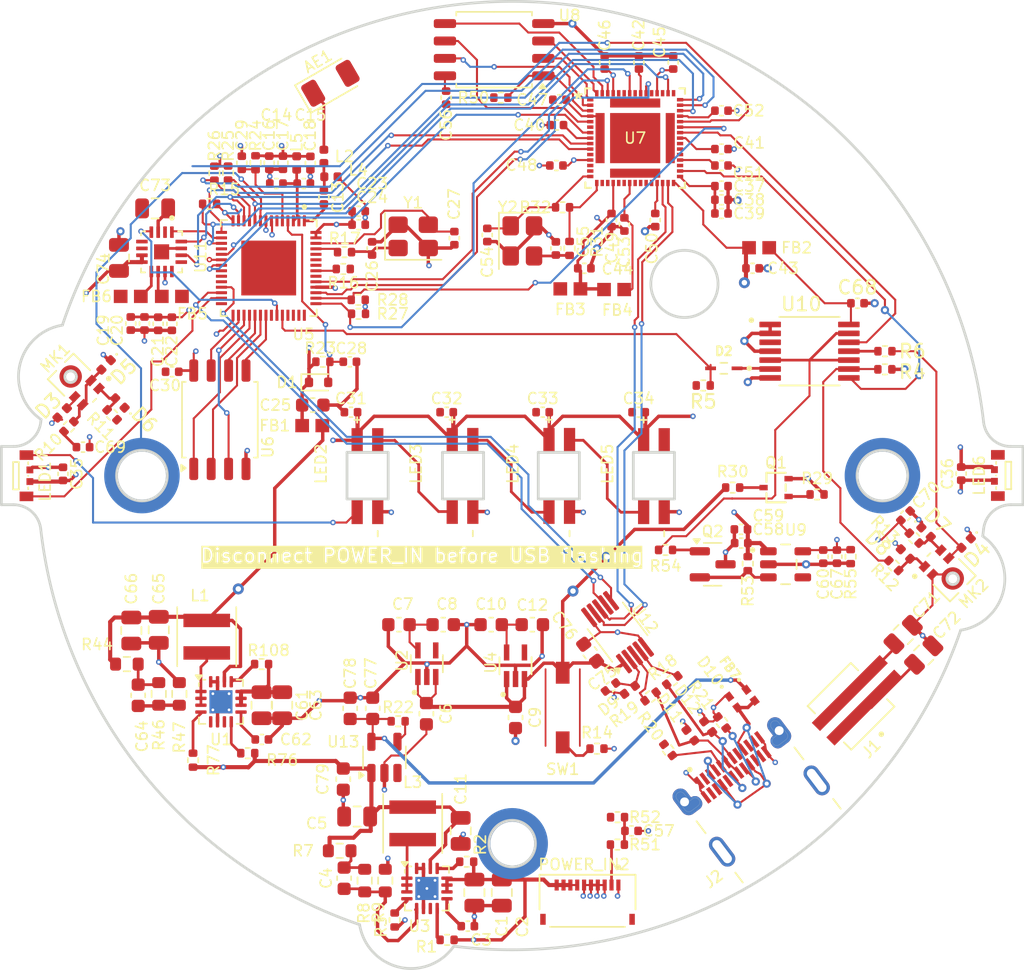
<source format=kicad_pcb>
(kicad_pcb (version 20241229) (generator "pcbnew") (generator_version "9.0")
  (title_block (title "Drop in replacement PCB for Nest mini v2") (rev "v1") (company "by iMike78 (inpired by Onju voice and HA VPE)"))
  (layers (0 "F.Cu" signal) (4 "In1.Cu" power) (6 "In2.Cu" power) (2 "B.Cu" signal) (13 "F.Paste" user) (15 "B.Paste" user) (5 "F.SilkS" user "F.Silkscreen") (7 "B.SilkS" user "B.Silkscreen") (1 "F.Mask" user) (3 "B.Mask" user) (25 "Edge.Cuts" user))
  (net 0 "")
  (net 1 "GND")
  (net 2 "+14V")
  (net 3 "Net-(U1-EN)")
  (net 4 "+5V")
  (net 5 "Net-(C64-Pad1)")
  (net 6 "Net-(U1-PG)")
  (net 7 "Net-(U1-FB)")
  (net 8 "+3V3")
  (net 9 "Net-(L1-Pad1)")
  (net 10 "Net-(U1-SS{slash}TR)")
  (net 12 "MUTE_ON")
  (net 13 "Net-(U1-DEF)")
  (net 14 "Net-(U3-SS{slash}TR)")
  (net 15 "Net-(C4-Pad1)")
  (net 16 "Net-(U3-FB)")
  (net 17 "Net-(L3-Pad1)")
  (net 18 "Net-(U3-DEF)")
  (net 19 "Net-(U3-EN)")
  (net 20 "Net-(U3-PG)")
  (net 22 "+1V8")
  (net 23 "+0V9")
  (net 24 "Net-(AE1-Pad1)")
  (net 25 "Net-(C13-Pad1)")
  (net 26 "Net-(U5-LNA_IN)")
  (net 27 "Net-(C14-Pad1)")
  (net 28 "ESP_3V3")
  (net 29 "Net-(C26-Pad2)")
  (net 30 "Net-(U5-XTAL_P)")
  (net 31 "ESP_RST")
  (net 32 "ESP_BOOT")
  (net 33 "I2S_LRCK")
  (net 34 "I2S_BCLK")
  (net 35 "I2S_MCLK")
  (net 36 "I2S_DIN_SEC")
  (net 37 "I2S_DIN_ESP")
  (net 38 "I2S2_MCLK")
  (net 39 "I2S2_BCLK")
  (net 41 "I2S2_LRCLK")
  (net 42 "Net-(U5-U0TXD)")
  (net 43 "ESP_TX0")
  (net 44 "Net-(U5-XTAL_N)")
  (net 46 "/ESP32-S3R8/SPI_HD")
  (net 47 "/ESP32-S3R8/SPI_WP")
  (net 49 "/ESP32-S3R8/SPI_CLK")
  (net 50 "/ESP32-S3R8/SPI_Q")
  (net 51 "/ESP32-S3R8/SPI_D")
  (net 52 "I2C_SDA")
  (net 53 "I2C_SCL")
  (net 54 "I2C2_SDA")
  (net 56 "I2C2_SCL")
  (net 57 "AUDIO_DET")
  (net 58 "I2S2_DATA")
  (net 59 "ESP_USB_P")
  (net 60 "ESP_MUTE_DET")
  (net 61 "X316_RST")
  (net 62 "ESP_RX0")
  (net 63 "/ESP32-S3R8/TOUCH_C")
  (net 64 "/ESP32-S3R8/SPI_CS0")
  (net 65 "AUDIO_PA_EN")
  (net 66 "WS2812_PWR")
  (net 68 "ESP_IO48")
  (net 69 "ECO_B")
  (net 71 "ESP_IO41")
  (net 72 "ESP_WS2812")
  (net 73 "ECO_A")
  (net 74 "/ESP32-S3R8/TOUCH_L")
  (net 75 "ESP_USB_N")
  (net 76 "/ESP32-S3R8/TOUCH_R")
  (net 77 "ESP_IO40")
  (net 78 "ESP_IO42")
  (net 80 "Net-(LED1-DOUT)")
  (net 81 "Net-(LED2-DOUT)")
  (net 82 "Net-(LED3-DOUT)")
  (net 83 "Net-(LED4-DOUT)")
  (net 84 "Net-(LED5-DOUT)")
  (net 85 "VDD")
  (net 86 "Net-(U7-PLL_AVDD)")
  (net 87 "VBUS")
  (net 88 "/XMOS/VBUS_DETEC")
  (net 89 "Net-(U7-XOUT)")
  (net 90 "Net-(C55-Pad1)")
  (net 91 "VDDIO")
  (net 92 "Net-(U7-XIN)")
  (net 93 "RST_DAC")
  (net 94 "/XMOS/MIC_CLK")
  (net 99 "/XMOS/QSPI_D1")
  (net 101 "/XMOS/RST_N")
  (net 102 "/XMOS/QSPI_D2")
  (net 103 "/XMOS/XOD31")
  (net 104 "/XMOS/XMOS_MUTE_DET")
  (net 105 "/XMOS/TCK")
  (net 106 "/XMOS/QSPI_CLK")
  (net 107 "/XMOS/TDI")
  (net 108 "/XMOS/TMS")
  (net 109 "/XMOS/TDO")
  (net 110 "/XMOS/QSPI_CS_N")
  (net 111 "XMOS_USB_N")
  (net 112 "/XMOS/QSPI_D0")
  (net 115 "XMOS_USB_P")
  (net 116 "/XMOS/QSPI_D3")
  (net 117 "/XMOS/MIC_DATA")
  (net 118 "VDD_MIC")
  (net 119 "MUTE")
  (net 120 "Net-(Q2-B)")
  (net 121 "Net-(Q2-C)")
  (net 123 "Net-(U10-2Y)")
  (net 124 "/XMOS/MIC_DATA_M")
  (net 125 "/XMOS/MIC_CLK_M")
  (net 126 "Net-(U10-4Y)")
  (net 128 "Net-(D5-A2)")
  (net 129 "Net-(D6-A2)")
  (net 130 "Net-(D7-A2)")
  (net 131 "Net-(D8-A2)")
  (net 132 "Net-(C71-Pad1)")
  (net 133 "Net-(C72-Pad1)")
  (net 134 "Net-(U11-OUTN)")
  (net 135 "Net-(U11-OUTP)")
  (net 137 "/Power/USB_SEL")
  (net 138 "Net-(D10-A2)")
  (net 139 "/Power/USB_D_P")
  (net 140 "/Power/USB_D_N")
  (net 147 "Net-(J2-CC2)")
  (net 152 "Net-(J2-CC1)")
  (net 153 "/Power/USB_IN_D_N")
  (net 154 "/Power/USB_IN_D_P")
  (net 155 "Net-(U13-EN)")
  (footprint "Capacitor_SMD:C_0402_1005Metric" (layer "F.Cu") (at 168.560362 88.930999 -90)
    (property "Reference" "C36")
    (property "Value" "0.1uF" (hide yes))
  )
  (footprint "Resistor_SMD:R_0603_1608Metric" (layer "F.Cu") (at 125.060362 118.625999 -90)
    (property "Reference" "R8")
    (property "Value" "210k" (hide yes))
  )
  (footprint "Resistor_SMD:R_0603_1608Metric" (layer "F.Cu") (at 107.7175 102.83)
    (property "Reference" "R44")
    (property "Value" "49.9" (hide yes))
  )
  (footprint "Diode_SMD:D_0402_1005Metric" (layer "F.Cu") (at 106.203015 81 -135)
    (property "Reference" "D5")
    (property "Value" "PESD0402-050" (hide yes))
  )
  (footprint "Resistor_SMD:R_0603_1608Metric" (layer "F.Cu") (at 123.235362 116.450999)
    (property "Reference" "R7")
    (property "Value" "49.9" (hide yes))
  )
  (footprint "Resistor_SMD:R_0402_1005Metric" (layer "F.Cu") (at 147 94.5 180)
    (property "Reference" "R54")
    (property "Value" "3.3k" (hide yes))
  )
  (footprint "Capacitor_SMD:C_0402_1005Metric" (layer "F.Cu") (at 111 78 -90)
    (property "Reference" "C22")
    (property "Value" "1uF" (hide yes))
  )
  (footprint "Onju:BLM18PG121SN1D" (layer "F.Cu") (at 108 76 180)
    (property "Reference" "FB6")
    (property "Value" "600R" (hide yes))
  )
  (footprint "Capacitor_SMD:C_0402_1005Metric" (layer "F.Cu") (at 110 78 -90)
    (property "Reference" "C21")
    (property "Value" "100nF" (hide yes))
  )
  (footprint "Onju:TPD1E05U06DPYR" (layer "F.Cu") (at 151.939815 105.600682 -53)
    (property "Reference" "D10")
    (property "Value" "TPD1E10B06DPYR" (hide yes))
  )
  (footprint "Capacitor_SMD:C_0805_2012Metric" (layer "F.Cu") (at 107.14044 73.192955 90)
    (property "Reference" "C74")
    (property "Value" "47uF" (hide yes))
  )
  (footprint "Package_SO:SOIC-8_5.3x5.3mm_P1.27mm" (layer "F.Cu") (at 134.5 58 180)
    (property "Reference" "U8")
    (property "Value" "W25Q128JVSIQ" (hide yes))
  )
  (footprint "Capacitor_SMD:C_0402_1005Metric" (layer "F.Cu") (at 151.080362 66.450999)
    (property "Reference" "C51")
    (property "Value" "100nF" (hide yes))
  )
  (footprint "Capacitor_SMD:C_0402_1005Metric" (layer "F.Cu") (at 109 77.98 -90)
    (property "Reference" "C20")
    (property "Value" "100nF" (hide yes))
  )
  (footprint "Package_DFN_QFN:VQFN-16-1EP_3x3mm_P0.5mm_EP1.68x1.68mm_ThermalVias" (layer "F.Cu") (at 114.58 105.58)
    (property "Reference" "U1")
    (property "Value" "TPS62130" (hide yes))
  )
  (footprint "Capacitor_SMD:C_0402_1005Metric" (layer "F.Cu") (at 124.620362 69.790999 180)
    (property "Reference" "C23")
    (property "Value" "100nF" (hide yes))
  )
  (footprint "Capacitor_SMD:C_0402_1005Metric" (layer "F.Cu") (at 147.560362 58.930999 90)
    (property "Reference" "C45")
    (property "Value" "100nF" (hide yes))
  )
  (footprint "Capacitor_SMD:C_0402_1005Metric" (layer "F.Cu") (at 132.580362 121.950999 180)
    (property "Reference" "C3")
    (property "Value" "10nF" (hide yes))
  )
  (footprint "Onju:SK6812MINI-E" (layer "F.Cu") (at 125.262358 89.113546 90)
    (property "Reference" "LED2")
    (property "Value" "SK6812MINI-E" (hide yes))
    (fp_line (start 1.7 -1.5) (end 1.7 1.5) (stroke (width 0.01)) (layer "Edge.Cuts"))
    (fp_line (start -1.7 -1.5) (end 1.7 -1.5) (stroke (width 0.01)) (layer "Edge.Cuts"))
    (fp_line (start 1.7 1.5) (end -1.7 1.5) (stroke (width 0.01)) (layer "Edge.Cuts"))
    (fp_line (start -1.7 1.5) (end -1.7 -1.5) (stroke (width 0.01)) (layer "Edge.Cuts"))
  )
  (footprint "Resistor_SMD:R_0402_1005Metric" (layer "F.Cu") (at 160.5 94.99 90)
    (property "Reference" "R55")
    (property "Value" "47k" (hide yes))
  )
  (footprint "Crystal:Crystal_SMD_3225-4Pin_3.2x2.5mm" (layer "F.Cu") (at 128.600362 71.620999)
    (property "Reference" "Y1")
    (property "Value" "40MHz" (hide yes))
  )
  (footprint "Diode_SMD:D_0402_1005Metric" (layer "F.Cu") (at 166 93.203015 -45)
    (property "Reference" "D7")
    (property "Value" "PESD0402-050" (hide yes))
  )
  (footprint "Diode_SMD:D_0402_1005Metric" (layer "F.Cu") (at 164.5 94.796985 -45)
    (property "Reference" "D8")
    (property "Value" "PESD0402-050" (hide yes))
  )
  (footprint "Capacitor_SMD:C_0402_1005Metric" (layer "F.Cu") (at 134 71.52 -90)
    (property "Reference" "C54")
    (property "Value" "20pF" (hide yes))
  )
  (footprint "Capacitor_SMD:C_0402_1005Metric" (layer "F.Cu") (at 144.52 115)
    (property "Reference" "C57")
    (property "Value" "100nF" (hide yes))
  )
  (footprint "Resistor_SMD:R_0402_1005Metric" (layer "F.Cu") (at 112.5425 109.84 90)
    (property "Reference" "R77")
    (property "Value" "100k" (hide yes))
  )
  (footprint "Resistor_SMD:R_0402_1005Metric" (layer "F.Cu") (at 132.5 117.25 180)
    (property "Reference" "R2")
    (property "Value" "100k" (hide yes))
  )
  (footprint "Package_DFN_QFN:VQFN-16-1EP_3x3mm_P0.5mm_EP1.68x1.68mm_ThermalVias" (layer "F.Cu") (at 129.597862 119.200999)
    (property "Reference" "U3")
    (property "Value" "TPS62130" (hide yes))
  )
  (footprint "Onju:BLM18PG121SN1D" (layer "F.Cu") (at 140.060362 75.450999)
    (property "Reference" "FB3")
    (property "Value" "600R" (hide yes))
  )
  (footprint "Onju:CHS-01TA" (layer "F.Cu") (at 139.5 106)
    (property "Reference" "SW1")
    (property "Value" "CHS-01TA" (hide yes))
  )
  (footprint "Resistor_SMD:R_0402_1005Metric" (layer "F.Cu") (at 114.100362 67.01 -90)
    (property "Reference" "R26")
    (property "Value" "4.7k" (hide yes))
  )
  (footprint "Capacitor_SMD:C_0805_2012Metric" (layer "F.Cu") (at 124.510362 113.950999 180)
    (property "Reference" "C5")
    (property "Value" "22uF" (hide yes))
  )
  (footprint "Capacitor_SMD:C_0402_1005Metric" (layer "F.Cu") (at 139.080362 63.5 180)
    (property "Reference" "C40")
    (property "Value" "100nF" (hide yes))
  )
  (footprint "Capacitor_SMD:C_0402_1005Metric" (layer "F.Cu") (at 145.060362 58.930999 90)
    (property "Reference" "C42")
    (property "Value" "100nF" (hide yes))
  )
  (footprint "Capacitor_SMD:C_0805_2012Metric" (layer "F.Cu") (at 108.0425 100.38 -90)
    (property "Reference" "C66")
    (property "Value" "100nF" (hide yes))
  )
  (footprint "Capacitor_SMD:C_0603_1608Metric" (layer "F.Cu") (at 136.060362 106.725999 -90)
    (property "Reference" "C9")
    (property "Value" "2.2uF" (hide yes))
  )
  (footprint "Capacitor_SMD:C_0603_1608Metric" (layer "F.Cu") (at 121.275 83.930999)
    (property "Reference" "C25")
    (property "Value" "100nF" (hide yes))
  )
  (footprint "Capacitor_SMD:C_0402_1005Metric" (layer "F.Cu") (at 151.080362 68.950999)
    (property "Reference" "C38")
    (property "Value" "100nF" (hide yes))
  )
  (footprint "Resistor_SMD:R_0402_1005Metric" (layer "F.Cu") (at 123.590362 72.770999 180)
    (property "Reference" "R17")
    (property "Value" "0R" (hide yes))
  )
  (footprint "Capacitor_SMD:C_0805_2012Metric" (layer "F.Cu") (at 132.060362 115.000999 -90)
    (property "Reference" "C11")
    (property "Value" "100nF" (hide yes))
  )
  (footprint "Onju:SOT65P210X110-5N" (layer "F.Cu") (at 129.590362 102.800999 90)
    (property "Reference" "U2")
    (property "Value" "MIC5365-1.8YC5-TR" (hide yes))
  )
  (footprint "Onju:DIOM168X70N" (layer "F.Cu") (at 151.25 81.25 180)
    (property "Reference" "D2")
    (property "Value" "RB521S30T1G" (hide yes))
  )
  (footprint "Inductor_SMD:L_0402_1005Metric" (layer "F.Cu") (at 122.600362 67.270999 180)
    (property "Reference" "L4")
    (property "Value" "2.7nH" (hide yes))
  )
  (footprint "Onju:TLV73333PDBVR" (layer "F.Cu") (at 155.755 95.55)
    (property "Reference" "U9")
    (property "Value" "TLV73333PDBVR" (hide yes))
  )
  (footprint "Capacitor_SMD:C_0402_1005Metric" (layer "F.Cu") (at 142.560362 58.930999 90)
    (property "Reference" "C46")
    (property "Value" "100nF" (hide yes))
  )
  (footprint "Resistor_SMD:R_0402_1005Metric" (layer "F.Cu") (at 143.49 116 180)
    (property "Reference" "R51")
    (property "Value" "100R" (hide yes))
  )
  (footprint "Capacitor_SMD:C_0603_1608Metric" (layer "F.Cu") (at 123.5 111.225 -90)
    (property "Reference" "C79")
    (property "Value" "100nF" (hide yes))
  )
  (footprint "Resistor_SMD:R_0402_1005Metric" (layer "F.Cu") (at 142 109)
    (property "Reference" "R14")
    (property "Value" "10k" (hide yes))
  )
  (footprint "Resistor_SMD:R_0402_1005Metric" (layer "F.Cu") (at 147.49 104 37)
    (property "Reference" "R18")
    (property "Value" "22R" (hide yes))
  )
  (footprint "Resistor_SMD:R_0402_1005Metric" (layer "F.Cu") (at 147.193074 109.092696 127)
    (property "Reference" "R20")
    (property "Value" "5.1k" (hide yes))
  )
  (footprint "Capacitor_SMD:C_0402_1005Metric" (layer "F.Cu") (at 158.5 94.99 -90)
    (property "Reference" "C60")
    (property "Value" "1uF" (hide yes))
  )
  (footprint "Capacitor_SMD:C_0805_2012Metric" (layer "F.Cu") (at 109.778865 69.581149)
    (property "Reference" "C73")
    (property "Value" "100nF" (hide yes))
  )
  (footprint "Onju:SK6812MINI-E" (layer "F.Cu") (at 132.195818 89.1 90)
    (property "Reference" "LED3")
    (property "Value" "SK6812MINI-E" (hide yes))
    (fp_line (start 1.7 -1.5) (end 1.7 1.5) (stroke (width 0.01)) (layer "Edge.Cuts"))
    (fp_line (start -1.7 -1.5) (end 1.7 -1.5) (stroke (width 0.01)) (layer "Edge.Cuts"))
    (fp_line (start 1.7 1.5) (end -1.7 1.5) (stroke (width 0.01)) (layer "Edge.Cuts"))
    (fp_line (start -1.7 1.5) (end -1.7 -1.5) (stroke (width 0.01)) (layer "Edge.Cuts"))
  )
  (footprint "Capacitor_SMD:C_0402_1005Metric" (layer "F.Cu") (at 152.5 93 180)
    (property "Reference" "C59")
    (property "Value" "2.2uF" (hide yes))
  )
  (footprint "Package_TO_SOT_SMD:SOT-23" (layer "F.Cu") (at 150.4375 95.55)
    (property "Reference" "Q2")
    (property "Value" "BC847B" (hide yes))
  )
  (footprint "Resistor_SMD:R_0402_1005Metric" (layer "F.Cu") (at 149.75 82.5 180)
    (property "Reference" "R5")
    (property "Value" "10k" (hide yes))
  )
  (footprint "Capacitor_SMD:C_0402_1005Metric" (layer "F.Cu") (at 121.100362 66.265 -90)
    (property "Reference" "C18")
    (property "Value" "10uF" (hide yes))
  )
  (footprint "Diode_SMD:D_0402_1005Metric" (layer "F.Cu") (at 150.11 107.4 -53)
    (property "Reference" "D12")
    (property "Value" "PESD0402-050" (hide yes))
  )
  (footprint "Resistor_SMD:R_0402_1005Metric" (layer "F.Cu") (at 131.070362 122.950999 180)
    (property "Reference" "R1")
    (property "Value" "100k" (hide yes))
  )
  (footprint "Capacitor_SMD:C_0402_1005Metric" (layer "F.Cu") (at 116.100362 66.25 90)
    (property "Reference" "C29")
    (property "Value" "12pF" (hide yes))
  )
  (footprint "Capacitor_SMD:C_0402_1005Metric" (layer "F.Cu") (at 131 61.5 -90)
    (property "Reference" "C56")
    (property "Value" "100nF" (hide yes))
  )
  (footprint "Onju:BLM18PG121SN1D" (layer "F.Cu") (at 143.25 75.5 180)
    (property "Reference" "FB4")
    (property "Value" "600R" (hide yes))
  )
  (footprint "Inductor_SMD:L_0402_1005Metric" (layer "F.Cu") (at 122.085362 65.785999 -90)
    (property "Reference" "L2")
    (property "Value" "3.3nH" (hide yes))
  )
  (footprint "Onju:TPD1E05U06DPYR" (layer "F.Cu") (at 153.199092 105.100682 -53)
    (property "Reference" "FB7")
    (property "Value" "0R" (hide yes))
  )
  (footprint "Capacitor_SMD:C_0805_2012Metric" (layer "F.Cu") (at 117.5425 105.83 -90)
    (property "Reference" "C61")
    (property "Value" "22uF" (hide yes))
  )
  (footprint "Resistor_SMD:R_0402_1005Metric" (layer "F.Cu") (at 145.907304 105.193074 -143)
    (property "Reference" "R19")
    (property "Value" "22R" (hide yes))
  )
  (footprint "Capacitor_SMD:C_0402_1005Metric" (layer "F.Cu") (at 131.600362 71.750999 90)
    (property "Reference" "C27")
    (property "Value" "12pF" (hide yes))
  )
  (footprint "Diode_SMD:D_0402_1005Metric" (layer "F.Cu") (at 144.387338 104.70812 37)
    (property "Reference" "D9")
    (property "Value" "PESD0402-050" (hide yes))
  )
  (footprint "Capacitor_SMD:C_0402_1005Metric" (layer "F.Cu") (at 153.345362 73.950999)
    (property "Reference" "C43")
    (property "Value" "100nF" (hide yes))
  )
  (footprint "Resistor_SMD:R_0402_1005Metric" (layer "F.Cu") (at 158.050362 90.450999)
    (property "Reference" "R29")
    (property "Value" "47k" (hide yes))
  )
  (footprint "Onju:XU316-1024-QF60B-C24" (layer "F.Cu") (at 144.785413 64.450999)
    (property "Reference" "U7")
    (property "Value" "XU316-1024-QF60B-C24" (hide yes))
  )
  (footprint "Crystal:Crystal_SMD_3225-4Pin_3.2x2.5mm" (layer "F.Cu") (at 136.560362 71.950999 -90)
    (property "Reference" "Y2")
    (property "Value" "24MHz" (hide yes))
  )
  (footprint "Capacitor_SMD:C_0402_1005Metric" (layer "F.Cu") (at 151.080362 67.950999)
    (property "Reference" "C37")
    (property "Value" "100nF" (hide yes))
  )
  (footprint "Capacitor_SMD:C_0402_1005Metric" (layer "F.Cu") (at 139 72.5 90)
    (property "Reference" "C55")
    (property "Value" "20pF" (hide yes))
  )
  (footprint "Capacitor_SMD:C_0402_1005Metric" (layer "F.Cu") (at 145.040362 84.450999 180)
    (property "Reference" "C34")
    (property "Value" "0.1uF" (hide yes))
  )
  (footprint "Onju:SK6812MINI-E" (layer "F.Cu") (at 139.25 89.1 90)
    (property "Reference" "LED4")
    (property "Value" "SK6812MINI-E" (hide yes))
    (fp_line (start 1.7 -1.5) (end 1.7 1.5) (stroke (width 0.01)) (layer "Edge.Cuts"))
    (fp_line (start -1.7 -1.5) (end 1.7 -1.5) (stroke (width 0.01)) (layer "Edge.Cuts"))
    (fp_line (start 1.7 1.5) (end -1.7 1.5) (stroke (width 0.01)) (layer "Edge.Cuts"))
    (fp_line (start -1.7 1.5) (end -1.7 -1.5) (stroke (width 0.01)) (layer "Edge.Cuts"))
  )
  (footprint "Resistor_SMD:R_0402_1005Metric" (layer "F.Cu") (at 127.25 121.5 90)
    (property "Reference" "R3")
    (property "Value" "100k" (hide yes))
  )
  (footprint "Capacitor_SMD:C_0402_1005Metric" (layer "F.Cu") (at 122.085362 68.770999 -90)
    (property "Reference" "C13")
    (property "Value" "1.2pF" (hide yes))
  )
  (footprint "Capacitor_SMD:C_0402_1005Metric" (layer "F.Cu") (at 111.02 81.5 180)
    (property "Reference" "C30")
    (property "Value" "100nF" (hide yes))
  )
  (footprint "Package_SO:SOIC-8_5.3x5.3mm_P1.27mm" (layer "F.Cu") (at 114.5 85 90)
    (property "Reference" "U6")
    (property "Value" "W25Q128JVSIQ" (hide yes))
  )
  (footprint "Onju:LED-SMD_4P_SK6812D-EC3210R" (layer "F.Cu") (at 171.109987 89.066792 90)
    (property "Reference" "LED6")
    (property "Value" "SK6812D-EC3210R" (hide yes))
  )
  (footprint "Resistor_SMD:R_0402_1005Metric" (layer "F.Cu") (at 103.49 85.5 45)
    (property "Reference" "R10")
    (property "Value" "100R" (hide yes))
  )
  (footprint "Capacitor_SMD:C_0603_1608Metric" (layer "F.Cu") (at 129.560362 106.450999 -90)
    (property "Reference" "C6")
    (property "Value" "2.2uF" (hide yes))
  )
  (footprint "Resistor_SMD:R_0402_1005Metric" (layer "F.Cu") (at 163.639376 95.639376 -45)
    (property "Reference" "R12")
    (property "Value" "100R" (hide yes))
  )
  (footprint "Resistor_SMD:R_0402_1005Metric" (layer "F.Cu") (at 122.01 80.770999)
    (property "Reference" "R23")
    (property "Value" "10k" (hide yes))
  )
  (footprint "Capacitor_SMD:C_0603_1608Metric" (layer "F.Cu") (at 130.785362 99.950999)
    (property "Reference" "C8")
    (property "Value" "100nF" (hide yes))
  )
  (footprint "Capacitor_SMD:C_0805_2012Metric" (layer "F.Cu") (at 119.0425 105.83 -90)
    (property "Reference" "C63")
    (property "Value" "10uF" (hide yes))
  )
  (footprint "Capacitor_SMD:C_0402_1005Metric" (layer "F.Cu") (at 144 70.75 -90)
    (property "Reference" "C53")
    (property "Value" "1uF" (hide yes))
  )
  (footprint "Capacitor_SMD:C_0603_1608Metric" (layer "F.Cu") (at 124 106.0575 90)
    (property "Reference" "C78")
    (property "Value" "4.7uF" (hide yes))
  )
  (footprint "Onju:QFN40P700X700X90-57N" (layer "F.Cu") (at 118.060362 73.930999 -90)
    (property "Reference" "U5")
    (property "Value" "ESP32-S3R8" (hide yes))
  )
  (footprint "Resistor_SMD:R_0402_1005Metric" (layer "F.Cu") (at 117.100362 66.25 -90)
    (property "Reference" "R24")
    (property "Value" "10k" (hide yes))
  )
  (footprint "Resistor_SMD:R_0402_1005Metric" (layer "F.Cu") (at 143.5 114 180)
    (property "Reference" "R52")
    (property "Value" "1k" (hide yes))
  )
  (footprint "Inductor_SMD:L_Coilcraft_XxL4020" (layer "F.Cu") (at 128.560362 114.450999 90)
    (property "Reference" "L3")
    (property "Value" "2.2uH" (hide yes))
  )
  (footprint "Capacitor_SMD:C_0402_1005Metric" (layer "F.Cu") (at 124.060362 84.450999 180)
    (property "Reference" "C31")
    (property "Value" "0.1uF" (hide yes))
  )
  (footprint "Capacitor_SMD:C_0805_2012Metric" (layer "F.Cu") (at 133.060362 119.500999 -90)
    (property "Reference" "C1")
    (property "Value" "22uF" (hide yes))
  )
  (footprint "Capacitor_SMD:C_0603_1608Metric" (layer "F.Cu") (at 141.5 102 127)
    (property "Reference" "C76")
    (property "Value" "100nF" (hide yes))
  )
  (footprint "Capacitor_SMD:C_0603_1608Metric" (layer "F.Cu") (at 127.560362 99.950999 180)
    (property "Reference" "C7")
    (property "Value" "4.7uF" (hide yes))
  )
  (footprint "Capacitor_SMD:C_0402_1005Metric" (layer "F.Cu") (at 143 104.5 -143)
    (property "Reference" "C75")
    (property "Value" "100nF" (hide yes))
  )
  (footprint "Resistor_SMD:R_0402_1005Metric" (layer "F.Cu") (at 116.5325 109.33 180)
    (property "Reference" "R76")
    (property "Value" "100k" (hide yes))
  )
  (footprint "Resistor_SMD:R_0402_1005Metric" (layer "F.Cu") (at 139.49 69.5)
    (property "Reference" "R32")
    (property "Value" "1M" (hide yes))
  )
  (footprint "Capacitor_SMD:C_0402_1005Metric" (layer "F.Cu") (at 103.060362 88.950999 90)
    (property "Reference" "C35")
    (property "Value" "0.1uF" (hide yes))
  )
  (footprint "Resistor_SMD:R_0402_1005Metric" (layer "F.Cu") (at 115.100362 67 -90)
    (property "Reference" "R25")
    (property "Value" "4.7k" (hide yes))
  )
  (footprint "Capacitor_SMD:C_0402_1005Metric" (layer "F.Cu") (at 119.100362 66.245 -90)
    (property "Reference" "C17")
    (property "Value" "1uF" (hide yes))
  )
  (footprint "Inductor_SMD:L_Coilcraft_XxL4020" (layer "F.Cu") (at 113.5425 100.83 90)
    (property "Reference" "L1")
    (property "Value" "2.2uH" (hide yes))
  )
  (footprint "Capacitor_SMD:C_0402_1005Metric" (layer "F.Cu") (at 141.080362 73.950999)
    (property "Reference" "C44")
    (property "Value" "1uF" (hide yes))
  )
  (footprint "Capacitor_SMD:C_0402_1005Metric" (layer "F.Cu") (at 151.080362 69.950999)
    (property "Reference" "C39")
    (property "Value" "100nF" (hide yes))
  )
  (footprint "Capacitor_SMD:C_0805_2012Metric" (layer "F.Cu") (at 164.328249 100.671751 45)
    (property "Reference" "C71")
    (property "Value" "10nF" (hide yes))
  )
  (footprint "Diode_SMD:D_0402_1005Metric" (layer "F.Cu") (at 103 84.5 45)
    (property "Reference" "D3")
    (property "Value" "PESD0402-050" (hide yes))
  )
  (footprint "Onju:HRS_FH34SRJ-10S-0.5SH_50_" (layer "F.Cu") (at 141.310362 120.100999)
    (property "Reference" "POWER_IN2")
    (property "Value" "FH34SRJ-10S-0.5SH_50_" (hide yes))
  )
  (footprint "Resistor_SMD:R_0402_1005Metric" (layer "F.Cu") (at 163 80 180)
    (property "Reference" "R6")
    (property "Value" "100R" (hide yes))
  )
  (footprint "Capacitor_SMD:C_0402_1005Metric" (layer "F.Cu") (at 152.52 94 180)
    (property "Reference" "C58")
    (property "Value" "100nF" (hide yes))
  )
  (footprint "Capacitor_SMD:C_0402_1005Metric" (layer "F.Cu") (at 139.261989 61.651999 180)
    (property "Reference" "C47")
    (property "Value" "100nF" (hide yes))
  )
  (footprint "Resistor_SMD:R_0603_1608Metric" (layer "F.Cu") (at 126.560362 118.625999 90)
    (property "Reference" "R9")
    (property "Value" "40k" (hide yes))
  )
  (footprint "Capacitor_SMD:C_0402_1005Metric" (layer "F.Cu") (at 159.5 94.99 -90)
    (property "Reference" "C67")
    (property "Value" "100nF" (hide yes))
  )
  (footprint "Onju:max98357aete" (layer "F.Cu") (at 110.25 72.75 -90)
    (property "Reference" "U11")
    (property "Value" "MAX98357AETE_T" (hide yes))
  )
  (footprint "Package_SO:MSOP-10_3x3mm_P0.5mm" (layer "F.Cu") (at 143.5 100.5 127)
    (property "Reference" "U12")
    (property "Value" "FSUSB42MUX" (hide yes))
  )
  (footprint "Capacitor_SMD:C_0402_1005Metric" (layer "F.Cu") (at 120.620362 67.765)
    (property "Reference" "C15")
    (property "Value" "100nF" (hide yes))
  )
  (footprint "Onju:SOT65P210X110-5N" (layer "F.Cu") (at 136.060362 102.950999 90)
    (property "Reference" "U4")
    (property "Value" "MIC5365-0.9YC5-TR" (hide yes))
  )
  (footprint "Resistor_SMD:R_0402_1005Metric" (layer "F.Cu") (at 123.5 74 180)
    (property "Reference" "R16")
    (property "Value" "499R" (hide yes))
  )
  (footprint "Resistor_SMD:R_0402_1005Metric" (layer "F.Cu") (at 106.639376 84.639376 135)
    (property "Reference" "R11")
    (property "Value" "100R" (hide yes))
  )
  (footprint "Inductor_SMD:L_0402_1005Metric" (layer "F.Cu") (at 120.100362 66.265 90)
    (property "Reference" "L5")
    (property "Value" "2.2nH" (hide yes))
  )
  (footprint "Capacitor_SMD:C_0402_1005Metric" (layer "F.Cu") (at 125.600362 72.5 -90)
    (property "Reference" "C26")
    (property "Value" "12pF" (hide yes))
  )
  (footprint "Resistor_SMD:R_0603_1608Metric" (layer "F.Cu") (at 111.5425 105.005 90)
    (property "Reference" "R47")
    (property "Value" "22.1k" (hide yes))
  )
  (footprint "Onju:SK6812MINI-E" (layer "F.Cu") (at 146.155181 89.113546 90)
    (property "Reference" "LED5")
    (property "Value" "SK6812MINI-E" (hide yes))
    (fp_line (start 1.7 -1.5) (end 1.7 1.5) (stroke (width 0.01)) (layer "Edge.Cuts"))
    (fp_line (start -1.7 -1.5) (end 1.7 -1.5) (stroke (width 0.01)) (layer "Edge.Cuts"))
    (fp_line (start 1.7 1.5) (end -1.7 1.5) (stroke (width 0.01)) (layer "Edge.Cuts"))
    (fp_line (start -1.7 1.5) (end -1.7 -1.5) (stroke (width 0.01)) (layer "Edge.Cuts"))
  )
  (footprint "Resistor_SMD:R_0402_1005Metric" (layer "F.Cu") (at 113.75 69.25)
    (property "Reference" "R15")
    (property "Value" "0R" (hide yes))
  )
  (footprint "Capacitor_SMD:C_0805_2012Metric" (layer "F.Cu") (at 135.060362 119.500999 -90)
    (property "Reference" "C2")
    (property "Value" "10uF" (hide yes))
  )
  (footprint "Onju:BLM18PG121SN1D" (layer "F.Cu") (at 121.235 85.430999 180)
    (property "Reference" "FB1")
    (property "Value" "120R" (hide yes))
  )
  (footprint "Capacitor_SMD:C_0402_1005Metric" (layer "F.Cu") (at 164.5 92 45)
    (property "Reference" "C70")
    (property "Value" "100nF" (hide yes))
  )
  (footprint "Capacitor_SMD:C_0402_1005Metric" (layer "F.Cu") (at 151.080362 62.450999)
    (property "Reference" "C52")
    (property "Value" "100nF" (hide yes))
  )
  (footprint "Diode_SMD:D_0402_1005Metric" (layer "F.Cu") (at 107.209841 83.77768 135)
    (property "Reference" "D6")
    (property "Value" "PESD0402-050" (hide yes))
  )
  (footprint "Capacitor_SMD:C_0603_1608Metric" (layer "F.Cu") (at 123.560362 118.450999 -90)
    (property "Reference" "C4")
    (property "Value" "220pF" (hide yes))
  )
  (footprint "Resistor_SMD:R_0603_1608Metric" (layer "F.Cu") (at 110.0425 105.005 -90)
    (property "Reference" "R46")
    (property "Value" "100k" (hide yes))
  )
  (footprint "Capacitor_SMD:C_0402_1005Metric" (layer "F.Cu") (at 143.060362 70.430999 -90)
    (property "Reference" "C49")
    (property "Value" "100nF" (hide yes))
  )
  (footprint "Onju:1775443-2" (layer "F.Cu") (at 160.527728 105.911612 135)
    (property "Reference" "J1")
    (property "Value" "1775443-2" (hide yes))
  )
  (footprint "Capacitor_SMD:C_0603_1608Metric" (layer "F.Cu") (at 134.285362 99.950999 180)
    (property "Reference" "C10")
    (property "Value" "4.7uF" (hide yes))
  )
  (footprint "Diode_SMD:D_SOD-523" (layer "F.Cu") (at 121.7 82.270999)
    (property "Reference" "D1")
    (property "Value" "LRB520S-30T1G" (hide yes))
  )
  (footprint "Package_TO_SOT_SMD:SOT-23-5" (layer "F.Cu") (at 126.5 109.6375 90)
    (property "Reference" "U13")
    (property "Value" "AP22802AW5-7" (hide yes))
  )
  (footprint "Resistor_SMD:R_0402_1005Metric" (layer "F.Cu") (at 162.994701 81.322216 180)
    (property "Reference" "R4")
    (property "Value" "47k" (hide yes))
  )
  (footprint "Capacitor_SMD:C_0603_1608Metric" (layer "F.Cu") (at 108.5425 105.105 -90)
    (property "Reference" "C64")
    (property "Value" "220pF" (hide yes))
  )
  (footprint "Capacitor_SMD:C_0402_1005Metric" (layer "F.Cu") (at 139.040362 66.450999 180)
    (property "Reference" "C48")
    (property "Value" "100nF" (hide yes))
  )
  (footprint "Capacitor_SMD:C_0402_1005Metric" (layer "F.Cu") (at 138.040362 84.450999 180)
    (property "Reference" "C33")
    (property "Value" "0.1uF" (hide yes))
  )
  (footprint "Onju:LED-SMD_4P_SK6812D-EC3210R" (layer "F.Cu") (at 100.52019 89.086878 -90)
    (property "Reference" "LED1")
    (property "Value" "SK6812D-EC3210R" (hide yes))
  )
  (footprint "Capacitor_SMD:C_0402_1005Metric" (layer "F.Cu") (at 118.100362 66.245 -90)
    (property "Reference" "C16")
    (property "Value" "100nF" (hide yes))
  )
  (footprint "Capacitor_SMD:C_0402_1005Metric" (layer "F.Cu") (at 104.52 87)
    (property "Reference" "C69")
    (property "Value" "100nF" (hide yes))
  )
  (footprint "Resistor_SMD:R_0402_1005Metric" (layer "F.Cu") (at 140 72.5 -90)
    (property "Reference" "R31")
    (property "Value" "680R" (hide yes))
  )
  (footprint "Capacitor_SMD:C_0603_1608Metric" (layer "F.Cu") (at 137.285362 99.950999)
    (property "Reference" "C12")
    (property "Value" "100nF" (hide yes))
  )
  (footprint "Onju:BLM18PG121SN1D" (layer "F.Cu") (at 111 76)
    (property "Reference" "FB5")
    (property "Value" "600R" (hide yes))
  )
  (footprint "Capacitor_SMD:C_0603_1608Metric" (layer "F.Cu") (at 125.645 106.0575 90)
    (property "Reference" "C77")
    (property "Value" "100nF" (hide yes))
  )
  (footprint "Onju:BLM18PG121SN1D" (layer "F.Cu") (at 153.825362 72.450999)
    (property "Reference" "FB2")
    (property "Value" "120R" (hide yes))
  )
  (footprint "RF_Antenna:Johanson_2450AT18x100" (layer "F.Cu") (at 122.560362 60.450999 30)
    (property "Reference" "AE1")
    (property "Value" "2450AT18A100E" (hide yes))
  )
  (footprint "Capacitor_SMD:C_0402_1005Metric" (layer "F.Cu") (at 124.620362 70.770999 180)
    (property "Reference" "C24")
    (property "Value" "1uF" (hide yes))
  )
  (footprint "Capacitor_SMD:C_0805_2012Metric" (layer "F.Cu") (at 165.828249 102.171751 45)
    (property "Reference" "C72")
    (property "Value" "10nF" (hide yes))
  )
  (footprint "Diode_SMD:D_0402_1005Metric" (layer "F.Cu") (at 168.92 94 -135)
    (property "Reference" "D4")
    (property "Value" "PESD0402-050" (hide yes))
  )
  (footprint "Capacitor_SMD:C_0402_1005Metric" (layer "F.Cu") (at 151.080362 65.25)
    (property "Reference" "C41")
    (property "Value" "100nF" (hide yes))
  )
  (footprint "Onju:usb_c" (layer "F.Cu") (at 153.823386 112.918231 37)
    (property "Reference" "J2")
    (property "Value" "usb_c" (hide yes))
    (fp_line (start -3.994999 -3.799999) (end -3.995 -3.125) (stroke (width 0.01)) (layer "Edge.Cuts"))
    (fp_line (start -4.645 -2.8) (end -4.644999 -3.800001) (stroke (width 0.01)) (layer "Edge.Cuts"))
    (fp_line (start -3.995 -3.125) (end -3.720001 -3.125001) (stroke (width 0.01)) (layer "Edge.Cuts"))
    (fp_line (start -3.72 -2.475) (end -4.32 -2.475001) (stroke (width 0.01)) (layer "Edge.Cuts"))
    (fp_line (start 3.995 -3.799999) (end 3.995 -3.125) (stroke (width 0.01)) (layer "Edge.Cuts"))
    (fp_line (start 3.995 -3.125) (end 3.720001 -3.125) (stroke (width 0.01)) (layer "Edge.Cuts"))
    (fp_line (start 3.72 -2.474999) (end 4.320001 -2.475) (stroke (width 0.01)) (layer "Edge.Cuts"))
    (fp_line (start 4.645001 -2.800001) (end 4.645 -3.8) (stroke (width 0.01)) (layer "Edge.Cuts"))
    (fp_arc (start -4.644999 -3.800001) (mid -4.549809 -4.029809) (end -4.319999 -4.125) (stroke (width 0.01)) (layer "Edge.Cuts"))
    (fp_arc (start -4.319999 -4.125) (mid -4.09019 -4.029809) (end -3.994999 -3.799999) (stroke (width 0.01)) (layer "Edge.Cuts"))
    (fp_arc (start -4.32 -2.475001) (mid -4.549811 -2.570189) (end -4.645 -2.8) (stroke (width 0.01)) (layer "Edge.Cuts"))
    (fp_arc (start -3.720001 -3.125001) (mid -3.49019 -3.02981) (end -3.395001 -2.8) (stroke (width 0.01)) (layer "Edge.Cuts"))
    (fp_arc (start -3.395001 -2.8) (mid -3.49019 -2.570189) (end -3.72 -2.475) (stroke (width 0.01)) (layer "Edge.Cuts"))
    (fp_arc (start 3.995 -3.799999) (mid 4.09019 -4.02981) (end 4.32 -4.124999) (stroke (width 0.01)) (layer "Edge.Cuts"))
    (fp_arc (start 4.32 -4.124999) (mid 4.54981 -4.029809) (end 4.645 -3.8) (stroke (width 0.01)) (layer "Edge.Cuts"))
    (fp_arc (start 3.395001 -2.8) (mid 3.49019 -3.029809) (end 3.720001 -3.125) (stroke (width 0.01)) (layer "Edge.Cuts"))
    (fp_arc (start 3.72 -2.474999) (mid 3.49019 -2.570191) (end 3.395001 -2.8) (stroke (width 0.01)) (layer "Edge.Cuts"))
    (fp_arc (start 4.645001 -2.800001) (mid 4.549811 -2.570189) (end 4.320001 -2.475) (stroke (width 0.01)) (layer "Edge.Cuts"))
  )
  (footprint "Onju:SOP65P640X120-14N" (layer "F.Cu") (at 157.5 80)
    (property "Reference" "U10")
    (property "Value" "SN74LVC125APWR" (hide yes))
  )
  (footprint "Onju:MIC_T3902" (layer "F.Cu") (at 104.122706 82.346915 -135)
    (property "Reference" "MK1")
    (property "Value" "T3902" (hide yes))
  )
  (footprint "Resistor_SMD:R_0402_1005Metric" (layer "F.Cu") (at 124.610362 77.270999 180)
    (property "Reference" "R27")
    (property "Value" "4.7k" (hide yes))
  )
  (footprint "Resistor_SMD:R_0402_1005Metric" (layer "F.Cu") (at 127.5 107 180)
    (property "Reference" "R22")
    (property "Value" "100k" (hide yes))
  )
  (footprint "Capacitor_SMD:C_0402_1005Metric" (layer "F.Cu") (at 118.620362 67.765 180)
    (property "Reference" "C14")
    (property "Value" "2.4pF" (hide yes))
  )
  (footprint "Resistor_SMD:R_0402_1005Metric" (layer "F.Cu") (at 117.5425 102.83 180)
    (property "Reference" "R108")
    (property "Value" "100k" (hide yes))
  )
  (footprint "Resistor_SMD:R_0402_1005Metric" (layer "F.Cu") (at 151.895362 89.950999)
    (property "Reference" "R30")
    (property "Value" "100k" (hide yes))
  )
  (footprint "Capacitor_SMD:C_0805_2012Metric" (layer "F.Cu") (at 110.0425 100.33 -90)
    (property "Reference" "C65")
    (property "Value" "22uF" (hide yes))
  )
  (footprint "Capacitor_SMD:C_0402_1005Metric" (layer "F.Cu") (at 161 76.5)
    (property "Reference" "C68")
    (property "Value" "100nF" (hide yes))
  )
  (footprint "Capacitor_SMD:C_0402_1005Metric" (layer "F.Cu") (at 131.040362 84.450999 180)
    (property "Reference" "C32")
    (property "Value" "0.1uF" (hide yes))
  )
  (footprint "Capacitor_SMD:C_0402_1005Metric" (layer "F.Cu") (at 108 77.98 -90)
    (property "Reference" "C19")
    (property "Value" "100nF" (hide yes))
  )
  (footprint "Resistor_SMD:R_0402_1005Metric" (layer "F.Cu") (at 153 95.5 90)
    (property "Reference" "R53")
    (property "Value" "470k" (hide yes))
  )
  (footprint "Resistor_SMD:R_0402_1005Metric" (layer "F.Cu") (at 151.117023 107.092696 127)
    (property "Reference" "R21")
    (property "Value" "5.1k" (hide yes))
  )
  (footprint "Capacitor_SMD:C_0402_1005Metric" (layer "F.Cu") (at 117.5625 108.33 180)
    (property "Reference" "C62")
    (property "Value" "10nF" (hide yes))
  )
  (footprint "Onju:SC-70-3_L2.1-W1.3-P0.65-LS2.1-BR" (layer "F.Cu") (at 155.060362 89.950999)
    (property "Reference" "Q1")
    (property "Value" "LBSS138WT1G" (hide yes))
  )
  (footprint "Onju:MIC_T3902" (layer "F.Cu") (at 167.443841 96.081009 45)
    (property "Reference" "MK2")
    (property "Value" "T3902" (hide yes))
  )
  (footprint "Diode_SMD:D_0402_1005Metric" (layer "F.Cu") (at 148.82 108.02 -53)
    (property "Reference" "D11")
    (property "Value" "PESD0402-050" (hide yes))
  )
  (footprint "Resistor_SMD:R_0402_1005Metric" (layer "F.Cu") (at 124.590362 76.250999 180)
    (property "Reference" "R28")
    (property "Value" "4.7k" (hide yes))
  )
  (footprint "Resistor_SMD:R_0402_1005Metric" (layer "F.Cu") (at 165.139376 93.639376 -45)
    (property "Reference" "R13")
    (property "Value" "100R" (hide yes))
  )
  (footprint "Capacitor_SMD:C_0402_1005Metric" (layer "F.Cu") (at 123.98 80.770999)
    (property "Reference" "C28")
    (property "Value" "1uF" (hide yes))
  )
  (footprint "Capacitor_SMD:C_0402_1005Metric" (layer "F.Cu") (at 146.25 70.430999 -90)
    (property "Reference" "C50")
    (property "Value" "100nF" (hide yes))
  )
  (footprint "Resistor_SMD:R_0402_1005Metric" (layer "F.Cu") (at 134.99 61.5 180)
    (property "Reference" "R50")
    (property "Value" "4.7k" (hide yes))
  )
  (gr_circle (center 108.815874 89.077634) (end 111.069773 89.097846) (stroke (width 1)) (fill no) (layers "B.Cu" "B.Mask") (net 76))
  (gr_circle (center 162.818092 89.082248) (end 165.07411 89.073391) (stroke (width 1)) (fill no) (layers "B.Cu" "B.Mask") (net 74))
  (gr_circle (center 135.825217 115.9311) (end 137.923137 115.987951) (stroke (width 1)) (fill no) (layers "B.Cu" "B.Mask") (net 63))
  (gr_arc (start 101.458362 84.981998) (mid 99.90937 81.01394) (end 103.017362 78.100999) (stroke (width 0.2)) (layer "Edge.Cuts"))
  (gr_circle (center 148.379362 75.089999) (end 150.829362 75.089999) (stroke (width 0.2)) (fill no) (layer "Edge.Cuts"))
  (gr_line (start 173.065362 91.200999) (end 173.065362 86.950999) (stroke (width 0.2)) (layer "Edge.Cuts"))
  (gr_arc (start 124.689362 121.837999) (mid 108.87242 110.783076) (end 101.436362 92.975999) (stroke (width 0.2)) (layer "Edge.Cuts"))
  (gr_circle (center 135.815362 115.925999) (end 137.515362 115.925999) (stroke (width 0.2)) (fill no) (layer "Edge.Cuts"))
  (gr_line (start 126.771362 90.781999) (end 123.771362 90.781999) (stroke (width 0.2)) (layer "Edge.Cuts"))
  (gr_line (start 140.715362 90.781999) (end 137.715362 90.781999) (stroke (width 0.2)) (layer "Edge.Cuts"))
  (gr_arc (start 170.132362 93.491999) (mid 171.64646 97.466596) (end 168.525362 100.355999) (stroke (width 0.2)) (layer "Edge.Cuts"))
  (gr_circle (center 162.815362 89.075999) (end 164.665362 89.075999) (stroke (width 0.2)) (fill no) (layer "Edge.Cuts"))
  (gr_line (start 137.715362 90.781999) (end 137.715362 87.381999) (stroke (width 0.2)) (layer "Edge.Cuts"))
  (gr_arc (start 131.560362 123.412999) (mid 127.592966 124.945912) (end 124.689362 121.837999) (stroke (width 0.2)) (layer "Edge.Cuts"))
  (gr_arc (start 168.525362 100.355999) (mid 154.127463 118.432935) (end 131.560362 123.412999) (stroke (width 0.2)) (layer "Edge.Cuts"))
  (gr_circle (center 108.815362 89.075999) (end 110.665362 89.075999) (stroke (width 0.2)) (fill no) (layer "Edge.Cuts"))
  (gr_line (start 133.730362 90.781999) (end 130.730362 90.781999) (stroke (width 0.2)) (layer "Edge.Cuts"))
  (gr_line (start 137.715362 87.381999) (end 140.715362 87.381999) (stroke (width 0.2)) (layer "Edge.Cuts"))
  (gr_arc (start 101.43624 85.177073) (mid 100.781397 86.44297) (end 99.449778 86.950999) (stroke (width 0.2)) (layer "Edge.Cuts"))
  (gr_line (start 130.730362 87.381999) (end 133.730362 87.381999) (stroke (width 0.2)) (layer "Edge.Cuts"))
  (gr_line (start 130.730362 90.781999) (end 130.730362 87.381999) (stroke (width 0.2)) (layer "Edge.Cuts"))
  (gr_line (start 173.065362 86.950999) (end 172.181962 86.950999) (stroke (width 0.2)) (layer "Edge.Cuts"))
  (gr_line (start 147.649362 87.381999) (end 147.649362 90.781999) (stroke (width 0.2)) (layer "Edge.Cuts"))
  (gr_line (start 140.715362 87.381999) (end 140.715362 90.781999) (stroke (width 0.2)) (layer "Edge.Cuts"))
  (gr_line (start 101.458362 84.981998) (end 101.43624 85.177073) (stroke (width 0.2)) (layer "Edge.Cuts"))
  (gr_line (start 144.649362 90.781999) (end 144.649362 87.381999) (stroke (width 0.2)) (layer "Edge.Cuts"))
  (gr_arc (start 170.195362 92.975999) (mid 170.16534 93.23418) (end 170.132362 93.491999) (stroke (width 0.2)) (layer "Edge.Cuts"))
  (gr_arc (start 170.195362 92.975999) (mid 170.852514 91.707077) (end 172.188888 91.200999) (stroke (width 0.2)) (layer "Edge.Cuts"))
  (gr_line (start 144.649362 87.381999) (end 147.649362 87.381999) (stroke (width 0.2)) (layer "Edge.Cuts"))
  (gr_line (start 123.771362 90.781999) (end 123.771362 87.381999) (stroke (width 0.2)) (layer "Edge.Cuts"))
  (gr_line (start 172.188888 91.200999) (end 173.065362 91.200999) (stroke (width 0.2)) (layer "Edge.Cuts"))
  (gr_line (start 133.730362 87.381999) (end 133.730362 90.781999) (stroke (width 0.2)) (layer "Edge.Cuts"))
  (gr_line (start 126.771362 87.381999) (end 126.771362 90.781999) (stroke (width 0.2)) (layer "Edge.Cuts"))
  (gr_line (start 98.565362 86.950999) (end 98.565362 91.200999) (stroke (width 0.2)) (layer "Edge.Cuts"))
  (gr_arc (start 99.449778 91.200999) (mid 100.781793 91.709396) (end 101.436362 92.975999) (stroke (width 0.2)) (layer "Edge.Cuts"))
  (gr_circle (center 167.945362 96.603999) (end 168.370362 96.603999) (stroke (width 0.2)) (fill no) (layer "Edge.Cuts"))
  (gr_arc (start 103.017362 78.100999) (mid 139.446924 54.667005) (end 170.195362 85.175999) (stroke (width 0.2)) (layer "Edge.Cuts"))
  (gr_line (start 147.649362 90.781999) (end 144.649362 90.781999) (stroke (width 0.2)) (layer "Edge.Cuts"))
  (gr_arc (start 172.181962 86.950999) (mid 170.849937 86.442607) (end 170.195362 85.175999) (stroke (width 0.2)) (layer "Edge.Cuts"))
  (gr_circle (center 103.615362 81.862999) (end 104.040362 81.862999) (stroke (width 0.2)) (fill no) (layer "Edge.Cuts"))
  (gr_line (start 98.565362 91.200999) (end 99.449778 91.200999) (stroke (width 0.2)) (layer "Edge.Cuts"))
  (gr_line (start 99.449778 86.950999) (end 98.565362 86.950999) (stroke (width 0.2)) (layer "Edge.Cuts"))
  (gr_line (start 123.771362 87.381999) (end 126.771362 87.381999) (stroke (width 0.2)) (layer "Edge.Cuts"))
  (gr_text "Disconnect POWER_IN before USB flashing" (at 113 95.5 0) (layer "F.SilkS" knockout) (effects (font (size 1 1) (thickness 0.125)) (justify left bottom)))
  (segment (start 107.14044 71.35956) (end 107.25 71.25) (width 0.25) (layer "F.Cu") (net 1))
  (segment (start 110.728865 69.581149) (end 110.728865 69.771135) (width 0.25) (layer "F.Cu") (net 1))
  (segment (start 116.405 87.345) (end 116.5 87.25) (width 0.25) (layer "F.Cu") (net 1))
  (segment (start 116.100362 65.100362) (end 116 65) (width 0.2) (layer "F.Cu") (net 1))
  (segment (start 123.085362 67.270999) (end 125.100362 69.285999) (width 0.15) (layer "F.Cu") (net 1))
  (segment (start 143.560362 118.950999) (end 143.560362 119.689638) (width 0.15) (layer "F.Cu") (net 1))
  (segment (start 154.26 108.69) (end 154.344033 109.239039) (width 0.15) (layer "F.Cu") (net 1))
  (segment (start 129.700362 73.700362) (end 129.75 73.75) (width 0.25) (layer "F.Cu") (net 1))
  (segment (start 149.54 112.03) (end 149.951538 112.549022) (width 0.15) (layer "F.Cu") (net 1))
  (segment (start 134 72) (end 134.659363 72) (width 0.25) (layer "F.Cu") (net 1))
  (segment (start 154.5 95.55) (end 158.42 95.55) (width 0.25) (layer "F.Cu") (net 1))
  (segment (start 110.0425 102.68) (end 111.5425 104.18) (width 0.25) (layer "F.Cu") (net 1))
  (segment (start 126.75 117.611361) (end 126.75 117) (width 0.25) (layer "F.Cu") (net 1))
  (segment (start 125.100362 69.790999) (end 125.100362 70.770999) (width 0.25) (layer "F.Cu") (net 1))
  (segment (start 125.600362 72.02) (end 126.251361 72.02) (width 0.25) (layer "F.Cu") (net 1))
  (segment (start 110 78.48) (end 111 78.48) (width 0.25) (layer "F.Cu") (net 1))
  (segment (start 164.157053 94.454038) (end 164.157053 94.407053) (width 0.15) (layer "F.Cu") (net 1))
  (segment (start 142.060362 118.950999) (end 141.560362 118.950999) (width 0.2) (layer "F.Cu") (net 1))
  (segment (start 124.5 80.810999) (end 124.46 80.770999) (width 0.25) (layer "F.Cu") (net 1))
  (segment (start 136 102.914689) (end 137.335311 102.914689) (width 0.25) (layer "F.Cu") (net 1))
  (segment (start 152.200999 68.950999) (end 152.25 69) (width 0.25) (layer "F.Cu") (net 1))
  (segment (start 150.482827 107.012662) (end 150.810097 106.685392) (width 0.15) (layer "F.Cu") (net 1))
  (segment (start 129.700362 72.470999) (end 131.360362 72.470999) (width 0.25) (layer "F.Cu") (net 1))
  (segment (start 133.95 91.7) (end 134 91.75) (width 0.25) (layer "F.Cu") (net 1))
  (segment (start 142.560362 58.450999) (end 145.060362 58.450999) (width 0.25) (layer "F.Cu") (net 1))
  (segment (start 150.810097 106.685392) (end 150.5 106.375295) (width 0.15) (layer "F.Cu") (net 1))
  (segment (start 126.560362 117.800999) (end 126.75 117.611361) (width 0.25) (layer "F.Cu") (net 1))
  (segment (start 137.830999 70.850999) (end 139 72.02) (width 0.25) (layer "F.Cu") (net 1))
  (segment (start 122.05 83.930999) (end 123.060362 83.930999) (width 0.25) (layer "F.Cu") (net 1))
  (segment (start 143.680999 70.910999) (end 144 71.23) (width 0.25) (layer "F.Cu") (net 1))
  (segment (start 118.140362 67.765) (end 118.140362 66.765) (width 0.25) (layer "F.Cu") (net 1))
  (segment (start 129.590362 103.770999) (end 129.590362 102.850895) (width 0.25) (layer "F.Cu") (net 1))
  (segment (start 168.560362 89.410999) (end 168.560362 90.189638) (width 0.25) (layer "F.Cu") (net 1))
  (segment (start 123.060362 83.930999) (end 123.580362 84.450999) (width 0.25) (layer "F.Cu") (net 1))
  (segment (start 153.857622 108.178142) (end 154.26 108.69) (width 0.15) (layer "F.Cu") (net 1))
  (segment (start 152.02 93) (end 152.02 93.98) (width 0.25) (layer "F.Cu") (net 1))
  (segment (start 145 100.75) (end 143.5 100.5) (width 0.15) (layer "F.Cu") (net 1))
  (segment (start 132.5 101.5) (end 131.25 102.75) (width 0.25) (layer "F.Cu") (net 1))
  (segment (start 151.560362 68.950999) (end 152.200999 68.950999) (width 0.25) (layer "F.Cu") (net 1))
  (segment (start 142.060362 118.950999) (end 142.060362 119.689638) (width 0.15) (layer "F.Cu") (net 1))
  (segment (start 136.060362 103.920999) (end 136.060362 102.975051) (width 0.25) (layer "F.Cu") (net 1))
  (segment (start 110.0425 101.28) (end 110.0425 102.68) (width 0.25) (layer "F.Cu") (net 1))
  (segment (start 126.785362 99.950999) (end 126.785362 101.535362) (width 0.25) (layer "F.Cu") (net 1))
  (segment (start 137.75 66.5) (end 137.799001 66.450999) (width 0.15) (layer "F.Cu") (net 1))
  (segment (start 152 65.25) (end 151.560362 65.25) (width 0.15) (layer "F.Cu") (net 1))
  (segment (start 118.140362 66.765) (end 118.100362 66.725) (width 0.25) (layer "F.Cu") (net 1))
  (segment (start 141.560362 118.950999) (end 141.560362 119.689638) (width 0.15) (layer "F.Cu") (net 1))
  (segment (start 114.33 107.0425) (end 114.33 105.83) (width 0.25) (layer "F.Cu") (net 1))
  (segment (start 129.347862 120.663499) (end 129.347862 119.450999) (width 0.25) (layer "F.Cu") (net 1))
  (segment (start 154.344033 109.344033) (end 155 110) (width 0.15) (layer "F.Cu") (net 1))
  (segment (start 126.5 110.775) (end 126.5 112) (width 0.25) (layer "F.Cu") (net 1))
  (segment (start 153.5 80) (end 154.63 80) (width 0.25) (layer "F.Cu") (net 1))
  (segment (start 159.5 95.47) (end 160.47 95.47) (width 0.25) (layer "F.Cu") (net 1))
  (segment (start 110.5 74.185) (end 110.5 75) (width 0.2) (layer "F.Cu") (net 1))
  (segment (start 167.198741 96.289959) (end 167.425766 96.062934) (width 0.15) (layer "F.Cu") (net 1))
  (segment (start 125.645 105.105) (end 125.645 105.2825) (width 0.25) (layer "F.Cu") (net 1))
  (segment (start 153.825362 73.950999) (end 154.450999 73.950999) (width 0.25) (layer "F.Cu") (net 1))
  (segment (start 151.375 95.55) (end 151.375 94.665) (width 0.25) (layer "F.Cu") (net 1))
  (segment (start 149.238123 111.488123) (end 148.5 110.75) (width 0.15) (layer "F.Cu") (net 1))
  (segment (start 158.42 95.55) (end 158.5 95.47) (width 0.25) (layer "F.Cu") (net 1))
  (segment (start 152.02 93.98) (end 152.04 94) (width 0.25) (layer "F.Cu") (net 1))
  (segment (start 145.060362 58.450999) (end 147.560362 58.450999) (width 0.25) (layer "F.Cu") (net 1))
  (segment (start 129.835362 107.500999) (end 129.560362 107.225999) (width 0.15) (layer "F.Cu") (net 1))
  (segment (start 126.622862 117.738499) (end 126.560362 117.800999) (width 0.25) (layer "F.Cu") (net 1))
  (segment (start 128 109.5) (end 127 109.5) (width 0.15) (layer "F.Cu") (net 1))
  (segment (start 108.0925 101.28) (end 108.0425 101.33) (width 0.25) (layer "F.Cu") (net 1))
  (segment (start 137.335311 102.914689) (end 138 102.25) (width 0.25) (layer "F.Cu") (net 1))
  (segment (start 154.63 78.05) (end 154.63 78.7) (width 0.25) (layer "F.Cu") (net 1))
  (segment (start 154.63 81.95) (end 153.3 81.95) (width 0.25) (layer "F.Cu") (net 1))
  (segment (start 153.3 78.7) (end 152.75 79.25) (width 0.25) (layer "F.Cu") (net 1))
  (segment (start 149.81812 107.012662) (end 150.482827 107.012662) (width 0.15) (layer "F.Cu") (net 1))
  (segment (start 136 108.5) (end 136.060362 108.439638) (width 0.25) (layer "F.Cu") (net 1))
  (segment (start 110.728865 69.771135) (end 110 70.5) (width 0.25) (layer "F.Cu") (net 1))
  (segment (start 143.060362 70.910999) (end 143.680999 70.910999) (width 0.25) (layer "F.Cu") (net 1))
  (segment (start 154.63 78.7) (end 153.3 78.7) (width 0.25) (layer "F.Cu") (net 1))
  (segment (start 158.5 95.47) (end 159.5 95.47) (width 0.25) (layer "F.Cu") (net 1))
  (segment (start 152.75 79.25) (end 153.5 80) (width 0.25) (layer "F.Cu") (net 1))
  (segment (start 123.5 113.890637) (end 123.560362 113.950999) (width 0.15) (layer "F.Cu") (net 1))
  (segment (start 132.945818 91.7) (end 133.95 91.7) (width 0.25) (layer "F.Cu") (net 1))
  (segment (start 138.560362 66.450999) (end 137.799001 66.450999) (width 0.15) (layer "F.Cu") (net 1))
  (segment (start 129.560362 107.939638) (end 128 109.5) (width 0.15) (layer "F.Cu") (net 1))
  (segment (start 138 102.25) (end 138 100.011361) (width 0.25) (layer "F.Cu") (net 1))
  (segment (start 151.560362 66.450999) (end 151.950999 66.450999) (width 0.15) (layer "F.Cu") (net 1))
  (segment (start 150.5 106.375295) (end 150.5 106) (width 0.15) (layer "F.Cu") (net 1))
  (segment (start 113.83 104.1175) (end 114.33 104.1175) (width 0.25) (layer "F.Cu") (net 1))
  (segment (start 126.5 110) (end 126.5 110.775) (width 0.15) (layer "F.Cu") (net 1))
  (segment (start 164.157053 94.407053) (end 163.75 94) (width 0.15) (layer "F.Cu") (net 1))
  (segment (start 165.657053 92.478231) (end 165.657053 92.860068) (width 0.25) (layer "F.Cu") (net 1))
  (segment (start 142.560362 119.689638) (end 142.5 119.75) (width 0.15) (layer "F.Cu") (net 1))
  (segment (start 142 72.5) (end 141.560362 73.689638) (width 0.25) (layer "F.Cu") (net 1))
  (segment (start 151.560362 69.950999) (end 151.560362 68.950999) (width 0.25) (layer "F.Cu") (net 1))
  (segment (start 137.410362 70.850999) (end 137.830999 70.850999) (width 0.25) (layer "F.Cu") (net 1))
  (segment (start 132.060362 115.950999) (end 132.060362 115.439638) (width 0.25) (layer "F.Cu") (net 1))
  (segment (start 127 109.5) (end 126.5 110) (width 0.15) (layer "F.Cu") (net 1))
  (segment (start 127.500362 70.770999) (end 128.000362 70.770999) (width 0.25) (layer "F.Cu") (net 1))
  (segment (start 152.25 62.5) (end 152.200999 62.450999) (width 0.15) (layer "F.Cu") (net 1))
  (segment (start 142.25 100.5) (end 143.5 100.5) (width 0.15) (layer "F.Cu") (net 1))
  (segment (start 114.33 105.33) (end 114.58 105.58) (width 0.25) (layer "F.Cu") (net 1))
  (segment (start 142.560362 118.950999) (end 142.560362 119.689638) (width 0.15) (layer "F.Cu") (net 1))
  (segment (start 145.56997 101.585302) (end 145 100.75) (width 0.15) (layer "F.Cu") (net 1))
  (segment (start 126.012358 91.713546) (end 126.963546 91.713546) (width 0.25) (layer "F.Cu") (net 1))
  (segment (start 161.48 76.5) (end 162.25 76.5) (width 0.25) (layer "F.Cu") (net 1))
  (segment (start 155.970362 89.300999) (end 157.410362 89.300999) (width 0.25) (layer "F.Cu") (net 1))
  (segment (start 126.963546 91.713546) (end 127 91.75) (width 0.25) (layer "F.Cu") (net 1))
  (segment (start 151.560362 62.450999) (end 152.200999 62.450999) (width 0.15) (layer "F.Cu") (net 1))
  (segment (start 118.100362 66.725) (end 119.100362 66.725) (width 0.25) (layer "F.Cu") (net 1))
  (segment (start 117.5425 106.78) (end 119.0425 106.78) (width 0.25) (layer "F.Cu") (net 1))
  (segment (start 170.904294 89.410999) (end 170.984987 89.491692) (width 0.25) (layer "F.Cu") (net 1))
  (segment (start 114.33 105.83) (end 114.58 105.58) (width 0.25) (layer "F.Cu") (net 1))
  (segment (start 146.905181 91.713546) (end 147.963546 91.713546) (width 0.25) (layer "F.Cu") (net 1))
  (segment (start 140 91.7) (end 140.95 91.7) (width 0.25) (layer "F.Cu") (net 1))
  (segment (start 131.25 102.75) (end 129.691257 102.75) (width 0.25) (layer "F.Cu") (net 1))
  (segment (start 128.847862 117.738499) (end 129.347862 117.738499) (width 0.25) (layer "F.Cu") (net 1))
  (segment (start 143.25 104.885533) (end 143.25 105.25) (width 0.15) (layer "F.Cu") (net 1))
  (segment (start 154.344033 109.239039) (end 154.344033 109.344033) (width 0.15) (layer "F.Cu") (net 1))
  (segment (start 124 105.2825) (end 125.645 105.2825) (width 0.25) (layer "F.Cu") (net 1))
  (segment (start 147.963546 91.713546) (end 148 91.75) (width 0.25) (layer "F.Cu") (net 1))
  (segment (start 129.347862 117.738499) (end 129.347862 118.950999) (width 0.25) (layer "F.Cu") (net 1))
  (segment (start 129.590362 102.850895) (end 129.602234 102.839023) (width 0.25) (layer "F.Cu") (net 1))
  (segment (start 107.14044 72.242955) (end 107.14044 71.35956) (width 0.25) (layer "F.Cu") (net 1))
  (segment (start 136.060362 102.975051) (end 136 102.914689) (width 0.25) (layer "F.Cu") (net 1))
  (segment (start 129.691257 102.75) (end 129.602234 102.839023) (width 0.25) (layer "F.Cu") (net 1))
  (segment (start 163.504701 81.322216) (end 164.427784 81.322216) (width 0.25) (layer "F.Cu") (net 1))
  (segment (start 142.060362 118.950999) (end 142.560362 118.950999) (width 0.15) (layer "F.Cu") (net 1))
  (segment (start 141.560362 73.689638) (end 141.560362 73.950999) (width 0.25) (layer "F.Cu") (net 1))
  (segment (start 110.0425 101.28) (end 108.0925 101.28) (width 0.25) (layer "F.Cu") (net 1))
  (segment (start 149.81812 107.012662) (end 149.81812 106.56812) (width 0.15) (layer "F.Cu") (net 1))
  (segment (start 154.5 74) (end 154.450999 73.950999) (width 0.25) (layer "F.Cu") (net 1))
  (segment (start 153.3 81.95) (end 153 82.25) (width 0.25) (layer "F.Cu") (net 1))
  (segment (start 145 115) (end 145.75 115) (width 0.15) (layer "F.Cu") (net 1))
  (segment (start 169.262947 93.262947) (end 169 93) (width 0.15) (layer "F.Cu") (net 1))
  (segment (start 141.060362 119.689638) (end 141 119.75) (width 0.15) (layer "F.Cu") (net 1))
  (segment (start 100.836169 88.470999) (end 103.060362 88.470999) (width 0.25) (layer "F.Cu") (net 1))
  (segment (start 151.638907 105.201364) (end 151.298636 105.201364) (width 0.15) (layer "F.Cu") (net 1))
  (segment (start 142 72.5) (end 143.060362 71.310362) (width 0.25) (layer "F.Cu") (net 1))
  (segment (start 149.465127 111.488123) (end 149.54 112.03) (width 0.15) (layer "F.Cu") (net 1))
  (segment (start 146.25 70.910999) (end 145.839001 70.910999) (width 0.25) (layer "F.Cu") (net 1))
  (segment (start 129.347862 118.950999) (end 129.597862 119.200999) (width 0.25) (layer "F.Cu") (net 1))
  (segment (start 109 78.46) (end 109 79.25) (width 0.15) (layer "F.Cu") (net 1))
  (segment (start 108 78.46) (end 109 78.46) (width 0.25) (layer "F.Cu") (net 1))
  (segment (start 169.262947 93.657053) (end 169.262947 93.262947) (width 0.15) (layer "F.Cu") (net 1))
  (segment (start 136 102.914689) (end 133.914689 102.914689) (width 0.25) (layer "F.Cu") (net 1))
  (segment (start 137.410362 71.350999) (end 137.410362 70.850999) (width 0.25) (layer "F.Cu") (net 1))
  (segment (start 145.839001 70.910999) (end 145.5 71.25) (width 0.25) (layer "F.Cu") (net 1))
  (segment (start 123.060362 83.930999) (end 123.319001 83.930999) (width 0.25) (layer "F.Cu") (net 1))
  (segment (start 143.560362 119.689638) (end 143.5 119.75) (width 0.15) (layer "F.Cu") (net 1))
  (segment (start 131.360362 72.470999) (end 131.600362 72.230999) (width 0.25) (layer "F.Cu") (net 1))
  (segment (start 143.060362 71.310362) (end 143.060362 70.910999) (width 0.25) (layer "F.Cu") (net 1))
  (segment (start 151.560362 67.950999) (end 151.560362 68.950999) (width 0.25) (layer "F.Cu") (net 1))
  (segment (start 134.659363 72) (end 135.710362 73.050999) (width 0.25) (layer "F.Cu") (net 1))
  (segment (start 129.347862 119.450999) (end 129.597862 119.200999) (width 0.25) (layer "F.Cu") (net 1))
  (segment (start 166.468387 96.289959) (end 167.198741 96.289959) (width 0.15) (layer "F.Cu") (net 1))
  (segment (start 166.468387 98.531613) (end 165 100) (width 0.15) (layer "F.Cu") (net 1))
  (segment (start 140.204363 56.095) (end 138.0875 56.095) (width 0.25) (layer "F.Cu") (net 1))
  (segment (start 118.0425 108.33) (end 119.0425 107.33) (width 0.25) (layer "F.Cu") (net 1))
  (segment (start 138.600362 63.5) (end 138 63.5) (width 0.15) (layer "F.Cu") (net 1))
  (segment (start 129.513211 102.75) (end 129.602234 102.839023) (width 0.25) (layer "F.Cu") (net 1))
  (segment (start 109 78.46) (end 109.98 78.46) (width 0.25) (layer "F.Cu") (net 1))
  (segment (start 141.060362 118.950999) (end 141.060362 119.689638) (width 0.15) (layer "F.Cu") (net 1))
  (segment (start 123.319001 83.930999) (end 124.5 82.75) (width 0.25) (layer "F.Cu") (net 1))
  (segment (start 110 70.5) (end 110 71.315) (width 0.25) (layer "F.Cu") (net 1))
  (segment (start 151.298636 105.201364) (end 150.5 106) (width 0.15) (layer "F.Cu") (net 1))
  (segment (start 140.95 91.7) (end 141 91.75) (width 0.25) (layer "F.Cu") (net 1))
  (segment (start 141.033593 101.381057) (end 142.25 100.5) (width 0.15) (layer "F.Cu") (net 1))
  (segment (start 166.468387 96.289959) (end 166.468387 98.531613) (width 0.15) (layer "F.Cu") (net 1))
  (segment (start 129.560362 107.225999) (end 129.560362 107.939638) (width 0.15) (layer "F.Cu") (net 1))
  (segment (start 141.060362 118.950999) (end 141.560362 118.950999) (width 0.15) (layer "F.Cu") (net 1))
  (segment (start 136.060362 107.500999) (end 136.060362 108.439638) (width 0.25) (layer "F.Cu") (net 1))
  (segment (start 168.560362 90.189638) (end 168.5 90.25) (width 0.25) (layer "F.Cu") (net 1))
  (segment (start 121.100362 66.745) (end 121.100362 67.765) (width 0.25) (layer "F.Cu") (net 1))
  (segment (start 106.407053 80.657053) (end 106 80.25) (width 0.25) (layer "F.Cu") (net 1))
  (segment (start 125.100362 69.285999) (end 125.100362 69.790999) (width 0.15) (layer "F.Cu") (net 1))
  (segment (start 119.0425 107.33) (end 119.0425 106.78) (width 0.25) (layer "F.Cu") (net 1))
  (segment (start 110.5 72.5) (end 110.25 72.75) (width 0.15) (layer "F.Cu") (net 1))
  (segment (start 111.685 72.5) (end 110.5 72.5) (width 0.2) (layer "F.Cu") (net 1))
  (segment (start 128 102.75) (end 129.513211 102.75) (width 0.25) (layer "F.Cu") (net 1))
  (segment (start 141.560362 119.689638) (end 141.5 119.75) (width 0.15) (layer "F.Cu") (net 1))
  (segment (start 142.616655 104.788871) (end 143.25 104.885533) (width 0.15) (layer "F.Cu") (net 1))
  (segment (start 116.405 88.5875) (end 116.405 87.345) (width 0.25) (layer "F.Cu") (net 1))
  (segment (start 123.5 112) (end 123.5 113.890637) (width 0.25) (layer "F.Cu") (net 1))
  (segment (start 133.060362 120.450999) (end 133.060362 121.950999) (width 0.25) (layer "F.Cu") (net 1))
  (segment (start 133.914689 102.914689) (end 132.5 101.5) (width 0.25) (layer "F.Cu") (net 1))
  (segment (start 132.5 99.950999) (end 132.5 101.5) (width 0.25) (layer "F.Cu") (net 1))
  (segment (start 143.25 104.885533) (end 144 105) (width 0.15) (layer "F.Cu") (net 1))
  (segment (start 128.000362 70.770999) (end 129.700362 72.470999) (width 0.25) (layer "F.Cu") (net 1))
  (segment (start 102.657053 84.842947) (end 102.25 85.25) (width 0.15) (layer "F.Cu") (net 1))
  (segment (start 149.465127 111.488123) (end 149.238123 111.488123) (width 0.15) (layer "F.Cu") (net 1))
  (segment (start 126.251361 72.02) (end 127.500362 70.770999) (width 0.25) (layer "F.Cu") (net 1))
  (segment (start 120.47 106.78) (end 121.75 105.5) (width 0.25) (layer "F.Cu") (net 1))
  (segment (start 151.375 94.665) (end 152.04 94) (width 0.25) (layer "F.Cu") (net 1))
  (segment (start 132.060362 115.439638) (end 132.25 115.25) (width 0.25) (layer "F.Cu") (net 1))
  (segment (start 165 100) (end 166.5 101.5) (width 0.25) (layer "F.Cu") (net 1))
  (segment (start 164.839411 91.660589) (end 165.657053 92.478231) (width 0.25) (layer "F.Cu") (net 1))
  (segment (start 129.700362 72.470999) (end 129.700362 73.700362) (width 0.25) (layer "F.Cu") (net 1))
  (segment (start 105 87) (end 105 86.25) (width 0.15) (layer "F.Cu") (net 1))
  (segment (start 140.204363 56.095) (end 142.560362 58.450999) (width 0.25) (layer "F.Cu") (net 1))
  (segment (start 128 102.75) (end 125.645 105.105) (width 0.25) (layer "F.Cu") (net 1))
  (segment (start 151.950999 66.450999) (end 152.25 66.75) (width 0.15) (layer "F.Cu") (net 1))
  (segment (start 126.785362 101.535362) (end 128 102.75) (width 0.25) (layer "F.Cu") (net 1))
  (segment (start 148.52812 107.27812) (end 148.25 107) (width 0.15) (layer "F.Cu") (net 1))
  (segment (start 121.75 105.5) (end 123.7825 105.5) (width 0.25) (layer "F.Cu") (net 1))
  (segment (start 149.81812 106.56812) (end 149.5 106.25) (width 0.15) (layer "F.Cu") (net 1))
  (segment (start 157.410362 89.300999) (end 158.560362 90.450999) (width 0.25) (layer "F.Cu") (net 1))
  (segment (start 168.560362 89.410999) (end 170.904294 89.410999) (width 0.25) (layer "F.Cu") (net 1))
  (segment (start 116.100362 65.77) (end 116.100362 65.100362) (width 0.2) (layer "F.Cu") (net 1))
  (segment (start 106.545962 80.657053) (end 106.407053 80.657053) (width 0.25) (layer "F.Cu") (net 1))
  (segment (start 160.47 95.47) (end 160.5 95.5) (width 0.25) (layer "F.Cu") (net 1))
  (segment (start 131.560362 99.950999) (end 133.510362 99.950999) (width 0.25) (layer "F.Cu") (net 1))
  (segment (start 142.060362 119.689638) (end 142 119.75) (width 0.15) (layer "F.Cu") (net 1))
  (segment (start 119.0425 106.78) (end 120.47 106.78) (width 0.25) (layer "F.Cu") (net 1))
  (segment (start 102.657053 84.842947) (end 102.814106 85) (width 0.15) (layer "F.Cu") (net 1))
  (segment (start 164.5 81.25) (end 164.427784 81.322216) (width 0.25) (layer "F.Cu") (net 1))
  (segment (start 142.51 109) (end 143.25 109) (width 0.15) (layer "F.Cu") (net 1))
  (segment (start 100.64519 88.661978) (end 100.836169 88.470999) (width 0.25) (layer "F.Cu") (net 1))
  (segment (start 124.5 82.75) (end 124.5 80.810999) (width 0.25) (layer "F.Cu") (net 1))
  (segment (start 123.7825 105.5) (end 124 105.2825) (width 0.25) (layer "F.Cu") (net 1))
  (segment (start 102.814106 85) (end 103 85) (width 0.15) (layer "F.Cu") (net 1))
  (segment (start 148.52812 107.632662) (end 148.52812 107.27812) (width 0.15) (layer "F.Cu") (net 1))
  (segment (start 135.710362 73.050999) (end 137.410362 71.350999) (width 0.25) (layer "F.Cu") (net 1))
  (segment (start 109.98 78.46) (end 110 78.48) (width 0.25) (layer "F.Cu") (net 1))
  (segment (start 133.060362 120.450999) (end 135.060362 120.450999) (width 0.25) (layer "F.Cu") (net 1))
  (segment (start 141.43003 99.414698) (end 142.25 100.5) (width 0.15) (layer "F.Cu") (net 1))
  (segment (start 114.33 104.1175) (end 114.33 105.33) (width 0.25) (layer "F.Cu") (net 1))
  (segment (start 138 100.011361) (end 138.060362 99.950999) (width 0.25) (layer "F.Cu") (net 1))
  (via (at 142 72.5) (size 0.6) (drill 0.3) (layers "F.Cu" "B.Cu") (net 1))
  (via (at 145.5 71.25) (size 0.6) (drill 0.3) (layers "F.Cu" "B.Cu") (net 1))
  (via (at 143.5 100.5) (size 0.4) (drill 0.2) (layers "F.Cu" "B.Cu") (net 1))
  (via (at 102 88.470999) (size 0.4) (drill 0.2) (layers "F.Cu" "B.Cu") (net 1))
  (via (at 148.5 110.75) (size 0.4) (drill 0.2) (layers "F.Cu" "B.Cu") (net 1))
  (via (at 125.100362 70.25) (size 0.4) (drill 0.2) (layers "F.Cu" "B.Cu") (net 1))
  (via (at 134 91.75) (size 0.4) (drill 0.2) (layers "F.Cu" "B.Cu") (net 1))
  (via (at 121.75 105.5) (size 0.4) (drill 0.2) (layers "F.Cu" "B.Cu") (net 1))
  (via (at 142 119.75) (size 0.4) (drill 0.2) (layers "F.Cu" "B.Cu") (net 1))
  (via (at 149.5 106.25) (size 0.4) (drill 0.2) (layers "F.Cu" "B.Cu") (net 1))
  (via (at 132.5 99.950999) (size 0.4) (drill 0.2) (layers "F.Cu" "B.Cu") (net 1))
  (via (at 140.204363 56.095) (size 0.6) (drill 0.3) (layers "F.Cu" "B.Cu") (net 1))
  (via (at 110.0425 102.68) (size 0.4) (drill 0.2) (layers "F.Cu" "B.Cu") (net 1))
  (via (at 124.75 105.2825) (size 0.4) (drill 0.2) (layers "F.Cu" "B.Cu") (net 1))
  (via (at 129.602234 102.839023) (size 0.4) (drill 0.2) (layers "F.Cu" "B.Cu") (net 1))
  (via (at 136.060362 108.439638) (size 0.6) (drill 0.3) (layers "F.Cu" "B.Cu") (net 1))
  (via (at 127 91.75) (size 0.4) (drill 0.2) (layers "F.Cu" "B.Cu") (net 1))
  (via (at 168.5 90.25) (size 0.4) (drill 0.2) (layers "F.Cu" "B.Cu") (net 1))
  (via (at 110.5 75) (size 0.4) (drill 0.2) (layers "F.Cu" "B.Cu") (net 1))
  (via (at 155 110) (size 0.4) (drill 0.2) (layers "F.Cu" "B.Cu") (net 1))
  (via (at 116 65) (size 0.4) (drill 0.2) (layers "F.Cu" "B.Cu") (net 1))
  (via (at 164.427784 81.322216) (size 0.6) (drill 0.3) (layers "F.Cu" "B.Cu") (net 1))
  (via (at 157.410362 89.300999) (size 0.4) (drill 0.2) (layers "F.Cu" "B.Cu") (net 1))
  (via (at 129.75 73.75) (size 0.4) (drill 0.2) (layers "F.Cu" "B.Cu") (net 1))
  (via (at 151.375 94.665) (size 0.4) (drill 0.2) (layers "F.Cu" "B.Cu") (net 1))
  (via (at 126.5 112) (size 0.4) (drill 0.2) (layers "F.Cu" "B.Cu") (net 1))
  (via (at 141.5 119.75) (size 0.4) (drill 0.2) (layers "F.Cu" "B.Cu") (net 1))
  (via (at 107.25 71.25) (size 0.6) (drill 0.3) (layers "F.Cu" "B.Cu") (net 1))
  (via (at 141 119.75) (size 0.4) (drill 0.2) (layers "F.Cu" "B.Cu") (net 1))
  (via (at 154.450999 73.950999) (size 0.6) (drill 0.3) (layers "F.Cu" "B.Cu") (net 1))
  (via (at 143.5 119.75) (size 0.4) (drill 0.2) (layers "F.Cu" "B.Cu") (net 1))
  (via (at 105 86.25) (size 0.4) (drill 0.2) (layers "F.Cu" "B.Cu") (net 1))
  (via (at 137.799001 66.450999) (size 0.4) (drill 0.2) (layers "F.Cu" "B.Cu") (net 1))
  (via (at 133.060362 121.25) (size 0.4) (drill 0.2) (layers "F.Cu" "B.Cu") (net 1))
  (via (at 152.25 69) (size 0.6) (drill 0.3) (layers "F.Cu" "B.Cu") (net 1))
  (via (at 109 79.25) (size 0.4) (drill 0.2) (layers "F.Cu" "B.Cu") (net 1))
  (via (at 143.25 109) (size 0.4) (drill 0.2) (layers "F.Cu" "B.Cu") (net 1))
  (via (at 148 91.75) (size 0.4) (drill 0.2) (layers "F.Cu" "B.Cu") (net 1))
  (via (at 163.75 94) (size 0.4) (drill 0.2) (layers "F.Cu" "B.Cu") (net 1))
  (via (at 102.25 85.25) (size 0.4) (drill 0.2) (layers "F.Cu" "B.Cu") (net 1))
  (via (at 153 82.25) (size 0.6) (drill 0.3) (layers "F.Cu" "B.Cu") (net 1))
  (via (at 132.25 115.25) (size 0.4) (drill 0.2) (layers "F.Cu" "B.Cu") (net 1))
  (via (at 152.75 79.25) (size 0.6) (drill 0.3) (layers "F.Cu" "B.Cu") (net 1))
  (via (at 152.25 66.75) (size 0.4) (drill 0.2) (layers "F.Cu" "B.Cu") (net 1))
  (via (at 152.200999 62.450999) (size 0.4) (drill 0.2) (layers "F.Cu" "B.Cu") (net 1))
  (via (at 169 93) (size 0.4) (drill 0.2) (layers "F.Cu" "B.Cu") (net 1))
  (via (at 165.464411 92.285589) (size 0.4) (drill 0.2) (layers "F.Cu" "B.Cu") (net 1))
  (via (at 106 80.25) (size 0.4) (drill 0.2) (layers "F.Cu" "B.Cu") (net 1))
  (via (at 148.25 107) (size 0.4) (drill 0.2) (layers "F.Cu" "B.Cu") (net 1))
  (via (at 142.5 119.75) (size 0.4) (drill 0.2) (layers "F.Cu" "B.Cu") (net 1))
  (via (at 138 63.5) (size 0.4) (drill 0.2) (layers "F.Cu" "B.Cu") (net 1))
  (via (at 123.5 112.75) (size 0.4) (drill 0.2) (layers "F.Cu" "B.Cu") (net 1))
  (via (at 157.25 95.55) (size 0.6) (drill 0.3) (layers "F.Cu" "B.Cu") (net 1))
  (via (at 162.25 76.5) (size 0.6) (drill 0.3) (layers "F.Cu" "B.Cu") (net 1))
  (via (at 126.75 117) (size 0.4) (drill 0.2) (layers "F.Cu" "B.Cu") (net 1))
  (via (at 141 91.75) (size 0.4) (drill 0.2) (layers "F.Cu" "B.Cu") (net 1))
  (via (at 129.597862 119.200999) (size 0.4) (drill 0.2) (layers "F.Cu" "B.Cu") (net 1))
  (via (at 118.140362 67.25) (size 0.4) (drill 0.2) (layers "F.Cu" "B.Cu") (net 1))
  (via (at 138.49 71.51) (size 0.4) (drill 0.2) (layers "F.Cu" "B.Cu") (net 1))
  (via (at 145.75 115) (size 0.4) (drill 0.2) (layers "F.Cu" "B.Cu") (net 1))
  (via (at 138 102.25) (size 0.4) (drill 0.2) (layers "F.Cu" "B.Cu") (net 1))
  (via (at 152 65.25) (size 0.4) (drill 0.2) (layers "F.Cu" "B.Cu") (net 1))
  (via (at 165.75 100.75) (size 0.4) (drill 0.2) (layers "F.Cu" "B.Cu") (net 1))
  (via (at 116.5 87.25) (size 0.4) (drill 0.2) (layers "F.Cu" "B.Cu") (net 1))
  (via (at 143.25 105.25) (size 0.4) (drill 0.2) (layers "F.Cu" "B.Cu") (net 1))
  (via (at 121.100362 67.25) (size 0.4) (drill 0.2) (layers "F.Cu" "B.Cu") (net 1))
  (via (at 150.5 106) (size 0.4) (drill 0.2) (layers "F.Cu" "B.Cu") (net 1))
  (segment (start 135.049001 122.950999) (end 136.75 121.25) (width 0.25) (layer "F.Cu") (net 2))
  (segment (start 133.060362 118.550999) (end 131.160362 118.550999) (width 0.25) (layer "F.Cu") (net 2))
  (segment (start 133.01 117.25) (end 133.01 118.500637) (width 0.25) (layer "F.Cu") (net 2))
  (segment (start 133.01 118.500637) (end 133.060362 118.550999) (width 0.25) (layer "F.Cu") (net 2))
  (segment (start 140.560362 118.950999) (end 140.060362 118.950999) (width 0.15) (layer "F.Cu") (net 2))
  (segment (start 131.160362 118.550999) (end 131.060362 118.450999) (width 0.25) (layer "F.Cu") (net 2))
  (segment (start 131.060362 118.450999) (end 131.060362 118.950999) (width 0.25) (layer "F.Cu") (net 2))
  (segment (start 138.104178 118.550999) (end 136.75 118.550999) (width 0.3) (layer "F.Cu") (net 2))
  (segment (start 127.49 122.01) (end 127.25 122.01) (width 0.25) (layer "F.Cu") (net 2))
  (segment (start 131.580362 122.950999) (end 135.049001 122.950999) (width 0.25) (layer "F.Cu") (net 2))
  (segment (start 136.75 121.25) (end 136.75 118.550999) (width 0.25) (layer "F.Cu") (net 2))
  (segment (start 138.504178 118.950999) (end 138.104178 118.550999) (width 0.3) (layer "F.Cu") (net 2))
  (segment (start 133.060362 118.550999) (end 135.060362 118.550999) (width 0.25) (layer "F.Cu") (net 2))
  (segment (start 136.75 118.550999) (end 135.060362 118.550999) (width 0.3) (layer "F.Cu") (net 2))
  (segment (start 131.060362 118.950999) (end 131.060362 119.450999) (width 0.25) (layer "F.Cu") (net 2))
  (segment (start 140.060362 118.950999) (end 139.060362 118.950999) (width 0.3) (layer "F.Cu") (net 2))
  (segment (start 139.060362 118.950999) (end 138.504178 118.950999) (width 0.3) (layer "F.Cu") (net 2))
  (segment (start 128 121.5) (end 127.49 122.01) (width 0.25) (layer "F.Cu") (net 2))
  (via (at 128 121.5) (size 0.4) (drill 0.2) (layers "F.Cu" "B.Cu") (net 2))
  (via (at 133 122.950999) (size 0.4) (drill 0.2) (layers "F.Cu" "B.Cu") (net 2))
  (segment (start 115.4475 104) (end 115.33 104.1175) (width 0.25) (layer "F.Cu") (net 3))
  (segment (start 116 104) (end 115.4475 104) (width 0.25) (layer "F.Cu") (net 3))
  (segment (start 116 103.8625) (end 116 104) (width 0.25) (layer "F.Cu") (net 3))
  (segment (start 117.0325 102.83) (end 116 103.8625) (width 0.25) (layer "F.Cu") (net 3))
  (segment (start 131.520362 84.450999) (end 131.520362 86.425456) (width 0.3) (layer "F.Cu") (net 4))
  (segment (start 124.498812 86.5) (end 124.512358 86.513546) (width 0.25) (layer "F.Cu") (net 4))
  (segment (start 145.405181 85.844819) (end 146.5 84.75) (width 0.25) (layer "F.Cu") (net 4))
  (segment (start 138.5 86.5) (end 138.5 85.75) (width 0.25) (layer "F.Cu") (net 4))
  (segment (start 124.25 115.5) (end 122.5 115.5) (width 0.3) (layer "F.Cu") (net 4))
  (segment (start 116.0425 104.83) (end 117.4925 104.83) (width 0.3) (layer "F.Cu") (net 4))
  (segment (start 153 94) (end 153 93.02) (width 0.3) (layer "F.Cu") (net 4))
  (segment (start 124.512358 85.987642) (end 125.75 84.75) (width 0.25) (layer "F.Cu") (net 4))
  (segment (start 100.64519 89.511778) (end 102.979583 89.511778) (width 0.3) (layer "F.Cu") (net 4))
  (segment (start 131.275362 113.265999) (end 132.060362 114.050999) (width 0.25) (layer "F.Cu") (net 4))
  (segment (start 125.5 115) (end 124.75 115) (width 0.3) (layer "F.Cu") (net 4))
  (segment (start 118.0525 102.83) (end 118.0525 104.37) (width 0.25) (layer "F.Cu") (net 4))
  (segment (start 145.405181 86.513546) (end 145.405181 85.844819) (width 0.25) (layer "F.Cu") (net 4))
  (segment (start 153 94) (end 153.9 94) (width 0.3) (layer "F.Cu") (net 4))
  (segment (start 139.5 84.75) (end 143.641635 84.75) (width 0.25) (layer "F.Cu") (net 4))
  (segment (start 103.569001 89.430999) (end 104 89) (width 0.25) (layer "F.Cu") (net 4))
  (segment (start 124.540362 84.450999) (end 124.540362 86.485542) (width 0.3) (layer "F.Cu") (net 4))
  (segment (start 107.783395 73.5) (end 107.14044 74.142955) (width 0.3) (layer "F.Cu") (net 4))
  (segment (start 116.0425 104.83) (end 116.0425 105.33) (width 0.3) (layer "F.Cu") (net 4))
  (segment (start 106.357045 74.142955) (end 107.14044 74.142955) (width 0.25) (layer "F.Cu") (net 4))
  (segment (start 146.5 84.75) (end 149 84.75) (width 0.25) (layer "F.Cu") (net 4))
  (segment (start 125.460362 113.950999) (end 125.55 113.861361) (width 0.3) (layer "F.Cu") (net 4))
  (segment (start 122.75 86.5) (end 124.498812 86.5) (width 0.25) (layer "F.Cu") (net 4))
  (segment (start 116.563628 110.35) (end 112.5425 110.35) (width 0.3) (layer "F.Cu") (net 4))
  (segment (start 128.560362 113.265999) (end 131.275362 113.265999) (width 0.25) (layer "F.Cu") (net 4))
  (segment (start 108.815 73.5) (end 108.815 73.035) (width 0.3) (layer "F.Cu") (net 4))
  (segment (start 130.960362 115.150999) (end 132.060362 114.050999) (width 0.25) (layer "F.Cu") (net 4))
  (segment (start 131.445818 85.804182) (end 132.5 84.75) (width 0.25) (layer "F.Cu") (net 4))
  (segment (start 129.695818 84.75) (end 131.445818 86.5) (width 0.25) (layer "F.Cu") (net 4))
  (segment (start 103.060362 89.430999) (end 103.569001 89.430999) (width 0.25) (layer "F.Cu") (net 4))
  (segment (start 129.847862 117.738499) (end 129.847862 117.1125) (width 0.25) (layer "F.Cu") (net 4))
  (segment (start 152 91.75) (end 152.98 92.73) (width 0.25) (layer "F.Cu") (net 4))
  (segment (start 128.560362 113.265999) (end 126.145362 113.265999) (width 0.3) (layer "F.Cu") (net 4))
  (segment (start 116.0425 105.33) (end 116.0425 105.805) (width 0.3) (layer "F.Cu") (net 4))
  (segment (start 131.520362 86.425456) (end 131.445818 86.5) (width 0.3) (layer "F.Cu") (net 4))
  (segment (start 168.560362 88.450999) (end 170.794094 88.450999) (width 0.3) (layer "F.Cu") (net 4))
  (segment (start 125.460362 113.950999) (end 125.5 113.990637) (width 0.3) (layer "F.Cu") (net 4))
  (segment (start 145.520362 84.450999) (end 145.520362 86.398365) (width 0.3) (layer "F.Cu") (net 4))
  (segment (start 117.4925 104.83) (end 117.5425 104.88) (width 0.3) (layer "F.Cu") (net 4))
  (segment (start 122.5 115.5) (end 122.5 116.361361) (width 0.3) (layer "F.Cu") (net 4))
  (segment (start 131.445818 86.5) (end 131.445818 85.804182) (width 0.25) (layer "F.Cu") (net 4))
  (segment (start 153 94) (end 153 94.99) (width 0.3) (layer "F.Cu") (net 4))
  (segment (start 124.75 115) (end 124.25 115.5) (width 0.3) (layer "F.Cu") (net 4))
  (segment (start 118.0525 104.37) (end 117.5425 104.88) (width 0.25) (layer "F.Cu") (net 4))
  (segment (start 170.794094 88.450999) (end 170.984987 88.641892) (width 0.3) (layer "F.Cu") (net 4))
  (segment (start 168.560362 88.450999) (end 168.560362 87.060362) (width 0.25) (layer "F.Cu") (net 4))
  (segment (start 122.5 116.361361) (end 122.410362 116.450999) (width 0.3) (layer "F.Cu") (net 4))
  (segment (start 129.847862 117.1125) (end 130.960362 116) (width 0.25) (layer "F.Cu") (net 4))
  (segment (start 124.540362 86.485542) (end 124.512358 86.513546) (width 0.3) (layer "F.Cu") (net 4))
  (segment (start 143.641635 84.75) (end 145.405181 86.513546) (width 0.25) (layer "F.Cu") (net 4))
  (segment (start 168.560362 87.060362) (end 168.5 87) (width 0.25) (layer "F.Cu") (net 4))
  (segment (start 138.5 85.75) (end 139.5 84.75) (width 0.25) (layer "F.Cu") (net 4))
  (segment (start 117.0425 109.898902) (end 122.948902 109.898902) (width 0.3) (layer "F.Cu") (net 4))
  (segment (start 153 93.02) (end 152.98 93) (width 0.3) (layer "F.Cu") (net 4))
  (segment (start 116.577515 110.363887) (end 116.563628 110.35) (width 0.3) (layer "F.Cu") (net 4))
  (segment (start 124.512358 86.513546) (end 124.512358 85.987642) (width 0.25) (layer "F.Cu") (net 4))
  (segment (start 117.0425 109.33) (end 117.0425 109.898902) (width 0.3) (layer "F.Cu") (net 4))
  (segment (start 104.75 75.75) (end 106.357045 74.142955) (width 0.25) (layer "F.Cu") (net 4))
  (segment (start 125.5 113.990637) (end 125.5 115) (width 0.3) (layer "F.Cu") (net 4))
  (segment (start 117.5425 104.88) (end 119.0425 104.88) (width 0.3) (layer "F.Cu") (net 4))
  (segment (start 132.5 84.75) (end 136.75 84.75) (width 0.25) (layer "F.Cu") (net 4))
  (segment (start 136.75 84.75) (end 138.5 86.5) (width 0.25) (layer "F.Cu") (net 4))
  (segment (start 145.520362 86.398365) (end 145.405181 86.513546) (width 0.3) (layer "F.Cu") (net 4))
  (segment (start 126.145362 113.265999) (end 125.460362 113.950999) (width 0.3) (layer "F.Cu") (net 4))
  (segment (start 153.9 94) (end 154.5 94.6) (width 0.3) (layer "F.Cu") (net 4))
  (segment (start 138.5 86.5) (end 138.520362 86.479638) (width 0.25) (layer "F.Cu") (net 4))
  (segment (start 122.948902 109.898902) (end 123.5 110.45) (width 0.3) (layer "F.Cu") (net 4))
  (segment (start 152.98 92.73) (end 152.98 93) (width 0.25) (layer "F.Cu") (net 4))
  (segment (start 123.5 110.45) (end 125.225 110.45) (width 0.3) (layer "F.Cu") (net 4))
  (segment (start 108.815 73.5) (end 107.783395 73.5) (width 0.3) (layer "F.Cu") (net 4))
  (segment (start 125.75 84.75) (end 129.695818 84.75) (width 0.25) (layer "F.Cu") (net 4))
  (segment (start 130.960362 116) (end 130.960362 115.150999) (width 0.25) (layer "F.Cu") (net 4))
  (segment (start 102.979583 89.511778) (end 103.060362 89.430999) (width 0.3) (layer "F.Cu") (net 4))
  (segment (start 125.225 110.45) (end 125.55 110.775) (width 0.3) (layer "F.Cu") (net 4))
  (segment (start 125.55 113.861361) (end 125.55 110.775) (width 0.3) (layer "F.Cu") (net 4))
  (segment (start 117.0425 109.898902) (end 116.577515 110.363887) (width 0.3) (layer "F.Cu") (net 4))
  (segment (start 138.520362 86.479638) (end 138.520362 84.450999) (width 0.25) (layer "F.Cu") (net 4))
  (via (at 122.75 86.5) (size 0.4) (drill 0.2) (layers "F.Cu" "B.Cu") (net 4))
  (via (at 114.75 110.35) (size 0.4) (drill 0.2) (layers "F.Cu" "B.Cu") (net 4))
  (via (at 104.75 75.75) (size 0.4) (drill 0.2) (layers "F.Cu" "B.Cu") (net 4))
  (via (at 168.5 87) (size 0.4) (drill 0.2) (layers "F.Cu" "B.Cu") (net 4))
  (via (at 152 91.75) (size 0.4) (drill 0.2) (layers "F.Cu" "B.Cu") (net 4))
  (via (at 104 89) (size 0.4) (drill 0.2) (layers "F.Cu" "B.Cu") (net 4))
  (via (at 149 84.75) (size 0.4) (drill 0.2) (layers "F.Cu" "B.Cu") (net 4))
  (segment (start 108.5425 104.33) (end 109.8925 104.33) (width 0.2) (layer "F.Cu") (net 5))
  (segment (start 108.5425 102.83) (end 108.5425 104.33) (width 0.2) (layer "F.Cu") (net 5))
  (segment (start 109.8925 104.33) (end 110.0425 104.18) (width 0.2) (layer "F.Cu") (net 5))
  (segment (start 113.1175 106.33) (end 113.1175 106.433065) (width 0.2) (layer "F.Cu") (net 6))
  (segment (start 113.1175 106.433065) (end 112.5425 107.008065) (width 0.2) (layer "F.Cu") (net 6))
  (segment (start 112.5425 107.008065) (end 112.5425 109.33) (width 0.2) (layer "F.Cu") (net 6))
  (segment (start 108.5425 105.88) (end 109.9925 105.88) (width 0.25) (layer "F.Cu") (net 7))
  (segment (start 110.0425 105.83) (end 111.5425 105.83) (width 0.25) (layer "F.Cu") (net 7))
  (segment (start 109.9925 105.88) (end 110.0425 105.83) (width 0.25) (layer "F.Cu") (net 7))
  (segment (start 106.8925 102.83) (end 106.83 102.83) (width 0.3) (layer "F.Cu") (net 8))
  (segment (start 143.25 103.25) (end 143.972699 102.788933) (width 0.25) (layer "F.Cu") (net 8))
  (segment (start 149.75 70.75) (end 151.450999 72.450999) (width 0.15) (layer "F.Cu") (net 8))
  (segment (start 106.83 102.83) (end 106.5 102.5) (width 0.3) (layer "F.Cu") (net 8))
  (segment (start 106.82 99.43) (end 108.0425 99.43) (width 0.3) (layer "F.Cu") (net 8))
  (segment (start 148.336361 93) (end 151.385362 89.950999) (width 0.25) (layer "F.Cu") (net 8))
  (segment (start 129.560362 105.675999) (end 129.835362 105.950999) (width 0.3) (layer "F.Cu") (net 8))
  (segment (start 139.5 103.46) (end 139.54 103.46) (width 0.2) (layer "F.Cu") (net 8))
  (segment (start 113.2775 99.38) (end 113.5425 99.645) (width 0.3) (layer "F.Cu") (net 8))
  (segment (start 128.940362 103.770999) (end 128.940362 105.055999) (width 0.15) (layer "F.Cu") (net 8))
  (segment (start 106.5 99.75) (end 106.82 99.43) (width 0.3) (layer "F.Cu") (net 8))
  (segment (start 138.805239 102.765239) (end 139.5 103.46) (width 0.25) (layer "F.Cu") (net 8))
  (segment (start 122 86.5) (end 118.5 90) (width 0.25) (layer "F.Cu") (net 8))
  (segment (start 121.97 85.430999) (end 122 85.460999) (width 0.25) (layer "F.Cu") (net 8))
  (segment (start 130.240362 104.995999) (end 129.560362 105.675999) (width 0.15) (layer "F.Cu") (net 8))
  (segment (start 139.5 98.25) (end 144.75 93) (width 0.25) (layer "F.Cu") (net 8))
  (segment (start 129.835362 105.950999) (end 136.060362 105.950999) (width 0.3) (layer "F.Cu") (net 8))
  (segment (start 144.75 93) (end 148.336361 93) (width 0.25) (layer "F.Cu") (net 8))
  (segment (start 135.410362 103.920999) (end 135.410362 105.300999) (width 0.25) (layer "F.Cu") (net 8))
  (segment (start 115.395 99.645) (end 113.5425 99.645) (width 0.25) (layer "F.Cu") (net 8))
  (segment (start 152.865362 73.950999) (end 152.865362 74.884638) (width 0.3) (layer "F.Cu") (net 8))
  (segment (start 114.83 104.1175) (end 114.83 103.42) (width 0.25) (layer "F.Cu") (net 8))
  (segment (start 152.865362 72.675999) (end 153.090362 72.450999) (width 0.3) (layer "F.Cu") (net 8))
  (segment (start 118.5 94.6875) (end 113.5425 99.645) (width 0.25) (layer "F.Cu") (net 8))
  (segment (start 106.5 102.5) (end 106.5 99.75) (width 0.3) (layer "F.Cu") (net 8))
  (segment (start 136.96786 103.920999) (end 138.12362 102.765239) (width 0.25) (layer "F.Cu") (net 8))
  (segment (start 118.5 90) (end 118.5 94.6875) (width 0.25) (layer "F.Cu") (net 8))
  (segment (start 136.710362 103.920999) (end 136.710362 105.300999) (width 0.25) (layer "F.Cu") (net 8))
  (segment (start 149.75 69.75) (end 149.75 70.75) (width 0.15) (layer "F.Cu") (net 8))
  (segment (start 114.83 103.42) (end 115.25 103) (width 0.25) (layer "F.Cu") (net 8))
  (segment (start 109.9925 99.43) (end 110.0425 99.38) (width 0.3) (layer "F.Cu") (net 8))
  (segment (start 141.83535 102.75) (end 141.966407 102.618943) (width 0.2) (layer "F.Cu") (net 8))
  (segment (start 138.12362 102.765239) (end 138.805239 102.765239) (width 0.25) (layer "F.Cu") (net 8))
  (segment (start 122 85.460999) (end 122 86.5) (width 0.25) (layer "F.Cu") (net 8))
  (segment (start 136.710362 105.300999) (end 136.060362 105.950999) (width 0.25) (layer "F.Cu") (net 8))
  (segment (start 140.25 102.75) (end 141.83535 102.75) (width 0.25) (layer "F.Cu") (net 8))
  (segment (start 115.25 103) (end 116 103) (width 0.25) (layer "F.Cu") (net 8))
  (segment (start 136.710362 103.920999) (end 136.96786 103.920999) (width 0.25) (layer "F.Cu") (net 8))
  (segment (start 152.865362 74.884638) (end 152.75 75) (width 0.3) (layer "F.Cu") (net 8))
  (segment (start 151.450999 72.450999) (end 153.090362 72.450999) (width 0.15) (layer "F.Cu") (net 8))
  (segment (start 116 103) (end 116 100.25) (width 0.25) (layer "F.Cu") (net 8))
  (segment (start 108.0425 99.43) (end 109.9925 99.43) (width 0.3) (layer "F.Cu") (net 8))
  (segment (start 147.585763 67.725999) (end 147.725999 67.725999) (width 0.15) (layer "F.Cu") (net 8))
  (segment (start 110.0425 99.38) (end 113.2775 99.38) (width 0.3) (layer "F.Cu") (net 8))
  (segment (start 116 100.25) (end 115.395 99.645) (width 0.25) (layer "F.Cu") (net 8))
  (segment (start 139.54 103.46) (end 140.25 102.75) (width 0.25) (layer "F.Cu") (net 8))
  (segment (start 139.5 103.46) (end 139.5 98.25) (width 0.25) (layer "F.Cu") (net 8))
  (segment (start 152.865362 73.950999) (end 152.865362 72.675999) (width 0.3) (layer "F.Cu") (net 8))
  (segment (start 135.410362 105.300999) (end 136.060362 105.950999) (width 0.25) (layer "F.Cu") (net 8))
  (segment (start 141.966407 102.618943) (end 143.25 103.25) (width 0.25) (layer "F.Cu") (net 8))
  (segment (start 128.940362 105.055999) (end 129.560362 105.675999) (width 0.15) (layer "F.Cu") (net 8))
  (segment (start 130.240362 103.770999) (end 130.240362 104.995999) (width 0.15) (layer "F.Cu") (net 8))
  (segment (start 147.725999 67.725999) (end 149.75 69.75) (width 0.15) (layer "F.Cu") (net 8))
  (via (at 142.75 95) (size 0.8) (drill 0.4) (layers "F.Cu" "B.Cu") (net 8))
  (via (at 140.25 97.5) (size 0.8) (drill 0.4) (layers "F.Cu" "B.Cu") (net 8))
  (via (at 152.75 75) (size 0.8) (drill 0.4) (layers "F.Cu" "B.Cu") (net 8))
  (via (at 115.84375 97.34375) (size 0.8) (drill 0.4) (layers "F.Cu" "B.Cu") (net 8))
  (segment (start 113.1175 103.037457) (end 113.1175 104.83) (width 0.2) (layer "F.Cu") (net 9))
  (segment (start 113.1175 104.83) (end 113.1175 105.33) (width 0.2) (layer "F.Cu") (net 9))
  (segment (start 113.5425 102.015) (end 113.5425 102.612457) (width 0.2) (layer "F.Cu") (net 9))
  (segment (start 113.1175 105.33) (end 113.1175 105.83) (width 0.2) (layer "F.Cu") (net 9))
  (segment (start 113.5425 102.612457) (end 113.1175 103.037457) (width 0.2) (layer "F.Cu") (net 9))
  (segment (start 116.0425 107.29) (end 117.0825 108.33) (width 0.2) (layer "F.Cu") (net 10))
  (segment (start 116.0425 106.33) (end 116.0425 107.29) (width 0.2) (layer "F.Cu") (net 10))
  (segment (start 151.855566 90.75) (end 151.858625 90.746941) (width 0.15) (layer "F.Cu") (net 12))
  (segment (start 144 116) (end 144 115.04) (width 0.2) (layer "F.Cu") (net 12))
  (segment (start 154.63 80.65) (end 157.5 80.65) (width 0.2) (layer "F.Cu") (net 12))
  (segment (start 155 85.75) (end 157.5 83.25) (width 0.15) (layer "F.Cu") (net 12))
  (segment (start 151.25 90.75) (end 151.855566 90.75) (width 0.15) (layer "F.Cu") (net 12))
  (segment (start 146.5 94.5) (end 147.5 93.5) (width 0.15) (layer "F.Cu") (net 12))
  (segment (start 144.04 115) (end 144.01 114.97) (width 0.2) (layer "F.Cu") (net 12))
  (segment (start 154.75 90.75) (end 155 90.5) (width 0.15) (layer "F.Cu") (net 12))
  (segment (start 151.861684 90.75) (end 154.75 90.75) (width 0.15) (layer "F.Cu") (net 12))
  (segment (start 157.5 80.65) (end 160.37 80.65) (width 0.2) (layer "F.Cu") (net 12))
  (segment (start 157.5 83.25) (end 157.5 80.65) (width 0.15) (layer "F.Cu") (net 12))
  (segment (start 148.5 93.5) (end 151.25 90.75) (width 0.15) (layer "F.Cu") (net 12))
  (segment (start 159.45 78.7) (end 157.5 80.65) (width 0.2) (layer "F.Cu") (net 12))
  (segment (start 151.858625 90.746941) (end 151.861684 90.75) (width 0.15) (layer "F.Cu") (net 12))
  (segment (start 146.49 94.5) (end 146.5 94.5) (width 0.15) (layer "F.Cu") (net 12))
  (segment (start 155 90.5) (end 155 85.75) (width 0.15) (layer "F.Cu") (net 12))
  (segment (start 160.37 78.7) (end 159.45 78.7) (width 0.2) (layer "F.Cu") (net 12))
  (segment (start 147.5 93.5) (end 148.5 93.5) (width 0.15) (layer "F.Cu") (net 12))
  (segment (start 144.01 114.97) (end 144.01 114) (width 0.2) (layer "F.Cu") (net 12))
  (segment (start 144 115.04) (end 144.04 115) (width 0.2) (layer "F.Cu") (net 12))
  (segment (start 115.33 108.6375) (end 116.0225 109.33) (width 0.2) (layer "F.Cu") (net 13))
  (segment (start 115.33 107.0425) (end 115.33 108.6375) (width 0.2) (layer "F.Cu") (net 13))
  (segment (start 131.060362 119.950999) (end 131.060362 120.910999) (width 0.25) (layer "F.Cu") (net 14))
  (segment (start 131.060362 120.910999) (end 132.100362 121.950999) (width 0.25) (layer "F.Cu") (net 14))
  (segment (start 124.060362 116.450999) (end 124.060362 117.175999) (width 0.2) (layer "F.Cu") (net 15))
  (segment (start 123.560362 117.675999) (end 124.935362 117.675999) (width 0.2) (layer "F.Cu") (net 15))
  (segment (start 124.935362 117.675999) (end 125.060362 117.800999) (width 0.2) (layer "F.Cu") (net 15))
  (segment (start 124.060362 117.175999) (end 123.560362 117.675999) (width 0.2) (layer "F.Cu") (net 15))
  (segment (start 126.560362 119.450999) (end 126.560362 120.189638) (width 0.25) (layer "F.Cu") (net 16))
  (segment (start 127.5 123) (end 128.847862 121.652138) (width 0.25) (layer "F.Cu") (net 16))
  (segment (start 126.560362 120.189638) (end 126 120.75) (width 0.25) (layer "F.Cu") (net 16))
  (segment (start 126 120.75) (end 126 122.25) (width 0.25) (layer "F.Cu") (net 16))
  (segment (start 126 122.25) (end 126.75 123) (width 0.25) (layer "F.Cu") (net 16))
  (segment (start 128.847862 121.652138) (end 128.847862 120.663499) (width 0.25) (layer "F.Cu") (net 16))
  (segment (start 123.560362 119.225999) (end 124.835362 119.225999) (width 0.2) (layer "F.Cu") (net 16))
  (segment (start 125.060362 119.450999) (end 126.560362 119.450999) (width 0.2) (layer "F.Cu") (net 16))
  (segment (start 128.761361 120.75) (end 128.847862 120.663499) (width 0.2) (layer "F.Cu") (net 16))
  (segment (start 126.75 123) (end 127.5 123) (width 0.25) (layer "F.Cu") (net 16))
  (segment (start 124.835362 119.225999) (end 125.060362 119.450999) (width 0.2) (layer "F.Cu") (net 16))
  (segment (start 128.152226 116.044135) (end 128.152226 118.434135) (width 0.2) (layer "F.Cu") (net 17))
  (segment (start 128.135362 118.950999) (end 128.135362 119.450999) (width 0.2) (layer "F.Cu") (net 17))
  (segment (start 128.560362 115.635999) (end 128.152226 116.044135) (width 0.2) (layer "F.Cu") (net 17))
  (segment (start 128.135362 118.450999) (end 128.135362 118.950999) (width 0.2) (layer "F.Cu") (net 17))
  (segment (start 128.152226 118.434135) (end 128.135362 118.450999) (width 0.2) (layer "F.Cu") (net 17))
  (segment (start 130.347862 120.663499) (end 130.347862 122.738499) (width 0.25) (layer "F.Cu") (net 18))
  (segment (start 130.347862 122.738499) (end 130.560362 122.950999) (width 0.25) (layer "F.Cu") (net 18))
  (segment (start 131.501501 117.738499) (end 131.99 117.25) (width 0.25) (layer "F.Cu") (net 19))
  (segment (start 130.347862 117.738499) (end 131.501501 117.738499) (width 0.25) (layer "F.Cu") (net 19))
  (segment (start 128.135362 120.104638) (end 127.25 120.99) (width 0.25) (layer "F.Cu") (net 20))
  (segment (start 128.135362 119.950999) (end 128.135362 120.104638) (width 0.25) (layer "F.Cu") (net 20))
  (segment (start 150.600362 67.950999) (end 150.600362 68.950999) (width 0.2) (layer "F.Cu") (net 22))
  (segment (start 128.335362 99.950999) (end 128.335362 101.225999) (width 0.15) (layer "F.Cu") (net 22))
  (segment (start 128.335362 101.225999) (end 128.940362 101.830999) (width 0.15) (layer "F.Cu") (net 22))
  (segment (start 150.600362 69.950999) (end 150.600362 68.950999) (width 0.2) (layer "F.Cu") (net 22))
  (segment (start 148.733062 67.950999) (end 148.060362 67.278299) (width 0.15) (layer "F.Cu") (net 22))
  (segment (start 150.600362 67.950999) (end 148.733062 67.950999) (width 0.15) (layer "F.Cu") (net 22))
  (segment (start 128.335362 99.950999) (end 130.010362 99.950999) (width 0.15) (layer "F.Cu") (net 22))
  (segment (start 135.060362 99.950999) (end 136.510362 99.950999) (width 0.15) (layer "F.Cu") (net 23))
  (segment (start 135.060362 99.950999) (end 135.410362 100.300999) (width 0.15) (layer "F.Cu") (net 23))
  (segment (start 135.410362 100.300999) (end 135.410362 101.980999) (width 0.15) (layer "F.Cu") (net 23))
  (segment (start 122.085362 65.300999) (end 122.085362 61.956736) (width 0.2) (layer "F.Cu") (net 24))
  (segment (start 122.085362 61.956736) (end 121.304625 61.175999) (width 0.2) (layer "F.Cu") (net 24))
  (segment (start 122.085362 67.240999) (end 122.115362 67.270999) (width 0.2) (layer "F.Cu") (net 25))
  (segment (start 122.085362 66.270999) (end 122.085362 67.240999) (width 0.2) (layer "F.Cu") (net 25))
  (segment (start 122.115362 68.260999) (end 122.085362 68.290999) (width 0.2) (layer "F.Cu") (net 25))
  (segment (start 122.115362 67.270999) (end 122.115362 68.260999) (width 0.2) (layer "F.Cu") (net 25))
  (segment (start 122.085362 69.250999) (end 122.085362 69.664638) (width 0.2) (layer "F.Cu") (net 26))
  (segment (start 121.25 70.5) (end 121.235999 70.485999) (width 0.2) (layer "F.Cu") (net 26))
  (segment (start 122.085362 69.664638) (end 121.25 70.5) (width 0.2) (layer "F.Cu") (net 26))
  (segment (start 121.235999 70.485999) (end 120.670362 70.485999) (width 0.2) (layer "F.Cu") (net 26))
  (segment (start 120.140362 70.215999) (end 120.140362 67.765) (width 0.2) (layer "F.Cu") (net 27))
  (segment (start 120.100362 66.75) (end 120.100362 67.725) (width 0.2) (layer "F.Cu") (net 27))
  (segment (start 119.870362 70.485999) (end 120.140362 70.215999) (width 0.2) (layer "F.Cu") (net 27))
  (segment (start 120.100362 67.725) (end 120.140362 67.765) (width 0.2) (layer "F.Cu") (net 27))
  (segment (start 119.100362 67.765) (end 120.140362 67.765) (width 0.2) (layer "F.Cu") (net 27))
  (segment (start 124.140362 69.790999) (end 124.140362 70.770999) (width 0.2) (layer "F.Cu") (net 28))
  (segment (start 113.750151 73.330999) (end 113.737244 73.318092) (width 0.15) (layer "F.Cu") (net 28))
  (segment (start 117.100362 65.74) (end 118.075362 65.74) (width 0.2) (layer "F.Cu") (net 28))
  (segment (start 115.460362 77.789638) (end 115.460362 77.375999) (width 0.15) (layer "F.Cu") (net 28))
  (segment (start 121 81.270999) (end 121 79.75) (width 0.25) (layer "F.Cu") (net 28))
  (segment (start 118.075362 65.74) (end 118.100362 65.765) (width 0.15) (layer "F.Cu") (net 28))
  (segment (start 111 77.52) (end 111.73 77.52) (width 0.15) (layer "F.Cu") (net 28))
  (segment (start 115.090362 66.5) (end 115.100362 66.49) (width 0.2) (layer "F.Cu") (net 28))
  (segment (start 114.75 78.5) (end 115.460362 77.789638) (width 0.15) (layer "F.Cu") (net 28))
  (segment (start 121.505362 71.330999) (end 121.505362 71.720999) (width 0.2) (layer "F.Cu") (net 28))
  (segment (start 124.140362 70.770999) (end 124.119363 70.75) (width 0.2) (layer "F.Cu") (net 28))
  (segment (start 112.595 81.4125) (end 111.5875 81.4125) (width 0.2) (layer "F.Cu") (net 28))
  (segment (start 111.73 77.52) (end 112.25 77) (width 0.15) (layer "F.Cu") (net 28))
  (segment (start 119.100362 65.100362) (end 119 65) (width 0.2) (layer "F.Cu") (net 28))
  (segment (start 120.100362 65.78) (end 121.095362 65.78) (width 0.2) (layer "F.Cu") (net 28))
  (segment (start 114.5 66.5) (end 115.090362 66.5) (width 0.2) (layer "F.Cu") (net 28))
  (segment (start 120.5 85.430999) (end 120.5 83.930999) (width 0.25) (layer "F.Cu") (net 28))
  (segment (start 122.086361 70.75) (end 121.505362 71.330999) (width 0.2) (layer "F.Cu") (net 28))
  (segment (start 124.119363 70.75) (end 122.086361 70.75) (width 0.2) (layer "F.Cu") (net 28))
  (segment (start 121 82.270999) (end 121 81.270999) (width 0.25) (layer "F.Cu") (net 28))
  (segment (start 109 77.5) (end 109.98 77.5) (width 0.2) (layer "F.Cu") (net 28))
  (segment (start 112.595 81.4125) (end 112.595 80.155) (width 0.15) (layer "F.Cu") (net 28))
  (segment (start 109.98 77.5) (end 110 77.52) (width 0.2) (layer "F.Cu") (net 28))
  (segment (start 118.079363 65.744001) (end 118.100362 65.765) (width 0.2) (layer "F.Cu") (net 28))
  (segment (start 125.100362 76.250999) (end 125.100362 77.250999) (width 0.25) (layer "F.Cu") (net 28))
  (segment (start 110 77.52) (end 111 77.52) (width 0.2) (layer "F.Cu") (net 28))
  (segment (start 122.839175 75.330999) (end 121.505362 75.330999) (width 0.25) (layer "F.Cu") (net 28))
  (segment (start 125.100362 77.250999) (end 125.120362 77.270999) (width 0.25) (layer "F.Cu") (net 28))
  (segment (start 114.25 78.75) (end 114.5 78.5) (width 0.15) (layer "F.Cu") (net 28))
  (segment (start 119.100362 65.765) (end 119.100362 65.100362) (width 0.2) (layer "F.Cu") (net 28))
  (segment (start 108 77.5) (end 109 77.5) (width 0.2) (layer "F.Cu") (net 28))
  (segment (start 114.615362 73.330999) (end 113.750151 73.330999) (width 0.15) (layer "F.Cu") (net 28))
  (segment (start 121 81.270999) (end 121.5 80.770999) (width 0.25) (layer "F.Cu") (net 28))
  (segment (start 111.5875 81.4125) (end 111.5 81.5) (width 0.2) (layer "F.Cu") (net 28))
  (segment (start 114.5 78.5) (end 114.75 78.5) (width 0.15) (layer "F.Cu") (net 28))
  (segment (start 114.5 66.5) (end 114.5 65.75) (width 0.2) (layer "F.Cu") (net 28))
  (segment (start 118.100362 65.765) (end 119.100362 65.765) (width 0.2) (layer "F.Cu") (net 28))
  (segment (start 114.100362 66.5) (end 114.5 66.5) (width 0.2) (layer "F.Cu") (net 28))
  (segment (start 122.911695 75.403519) (end 122.839175 75.330999) (width 0.25) (layer "F.Cu") (net 28))
  (segment (start 119.100362 65.765) (end 120.085362 65.765) (width 0.2) (layer "F.Cu") (net 28))
  (segment (start 120.085362 65.765) (end 120.100362 65.78) (width 0.2) (layer "F.Cu") (net 28))
  (segment (start 118.100362 65.765) (end 117.729001 65.765) (width 0.2) (layer "F.Cu") (net 28))
  (segment (start 112.595 80.155) (end 112.75 80) (width 0.15) (layer "F.Cu") (net 28))
  (segment (start 121.095362 65.78) (end 121.100362 65.785) (width 0.2) (layer "F.Cu") (net 28))
  (segment (start 120.5 83.930999) (end 120.5 82.770999) (width 0.25) (layer "F.Cu") (net 28))
  (segment (start 120.5 82.770999) (end 121 82.270999) (width 0.25) (layer "F.Cu") (net 28))
  (via (at 113.737244 73.318092) (size 0.4) (drill 0.2) (layers "F.Cu" "B.Cu") (remove_unused_layers yes) (net 28))
  (via (at 114.25 78.75) (size 0.4) (drill 0.2) (layers "F.Cu" "B.Cu") (net 28))
  (via (at 112.75 80) (size 0.4) (drill 0.2) (layers "F.Cu" "B.Cu") (net 28))
  (via (at 119 65) (size 0.4) (drill 0.2) (layers "F.Cu" "B.Cu") (net 28))
  (via (at 112.25 77) (size 0.4) (drill 0.2) (layers "F.Cu" "B.Cu") (net 28))
  (via (at 121 79.75) (size 0.4) (drill 0.2) (layers "F.Cu" "B.Cu") (net 28))
  (via (at 123 70.75) (size 0.4) (drill 0.2) (layers "F.Cu" "B.Cu") (net 28))
  (via (at 114.5 65.75) (size 0.4) (drill 0.2) (layers "F.Cu" "B.Cu") (net 28))
  (via (at 122.911695 75.403519) (size 0.4) (drill 0.2) (layers "F.Cu" "B.Cu") (net 28))
  (via (at 125.100362 76.75) (size 0.4) (drill 0.2) (layers "F.Cu" "B.Cu") (net 28))
  (segment (start 127.500362 72.470999) (end 125.860362 72.470999) (width 0.2) (layer "F.Cu") (net 29))
  (segment (start 124.140362 72.730999) (end 124.100362 72.770999) (width 0.2) (layer "F.Cu") (net 29))
  (segment (start 125.600362 72.730999) (end 124.140362 72.730999) (width 0.2) (layer "F.Cu") (net 29))
  (segment (start 125.860362 72.470999) (end 125.600362 72.730999) (width 0.2) (layer "F.Cu") (net 29))
  (segment (start 126.5 69.75) (end 129.25 69.75) (width 0.15) (layer "F.Cu") (net 30))
  (segment (start 131.600362 71.270999) (end 130.200362 71.270999) (width 0.15) (layer "F.Cu") (net 30))
  (segment (start 121.505362 72.130999) (end 124.369001 72.130999) (width 0.15) (layer "F.Cu") (net 30))
  (segment (start 130.200362 71.270999) (end 129.700362 70.770999) (width 0.15) (layer "F.Cu") (net 30))
  (segment (start 129.700362 70.200362) (end 129.700362 70.770999) (width 0.15) (layer "F.Cu") (net 30))
  (segment (start 125.035 71.465) (end 125.785 71.465) (width 0.15) (layer "F.Cu") (net 30))
  (segment (start 125.785 71.465) (end 126.25 71) (width 0.15) (layer "F.Cu") (net 30))
  (segment (start 126.25 71) (end 126.25 70) (width 0.15) (layer "F.Cu") (net 30))
  (segment (start 126.25 70) (end 126.5 69.75) (width 0.15) (layer "F.Cu") (net 30))
  (segment (start 124.369001 72.130999) (end 125.035 71.465) (width 0.15) (layer "F.Cu") (net 30))
  (segment (start 129.25 69.75) (end 129.700362 70.200362) (width 0.15) (layer "F.Cu") (net 30))
  (segment (start 119.460362 71.210362) (end 119.75 71.5) (width 0.15) (layer "F.Cu") (net 31))
  (segment (start 122.5 80.25) (end 122.5 80.750999) (width 0.15) (layer "F.Cu") (net 31))
  (segment (start 120.5 71.5) (end 120.5 76.358034) (width 0.15) (layer "F.Cu") (net 31))
  (segment (start 122.4 80.890999) (end 122.52 80.770999) (width 0.15) (layer "F.Cu") (net 31))
  (segment (start 119.75 71.5) (end 120.5 71.5) (width 0.15) (layer "F.Cu") (net 31))
  (segment (start 120.5 76.358034) (end 122.200709 78.058743) (width 0.15) (layer "F.Cu") (net 31))
  (segment (start 119.460362 70.485999) (end 119.460362 71.210362) (width 0.15) (layer "F.Cu") (net 31))
  (segment (start 122.52 80.770999) (end 123.5 80.770999) (width 0.15) (layer "F.Cu") (net 31))
  (segment (start 122.5 80.750999) (end 122.52 80.770999) (width 0.15) (layer "F.Cu") (net 31))
  (segment (start 122.4 82.270999) (end 122.4 80.890999) (width 0.15) (layer "F.Cu") (net 31))
  (via (at 122.5 80.25) (size 0.4) (drill 0.2) (layers "F.Cu" "B.Cu") (net 31))
  (via (at 122.200709 78.058743) (size 0.4) (drill 0.2) (layers "F.Cu" "B.Cu") (net 31))
  (segment (start 122.200709 79.950709) (end 122.5 80.25) (width 0.15) (layer "B.Cu") (net 31))
  (segment (start 122.200709 78.058743) (end 122.200709 79.950709) (width 0.15) (layer "B.Cu") (net 31))
  (segment (start 117.100362 67.850362) (end 117.75 68.5) (width 0.15) (layer "F.Cu") (net 32))
  (segment (start 119.069794 68.502877) (end 119.060362 68.512309) (width 0.15) (layer "F.Cu") (net 32))
  (segment (start 119.060362 68.512309) (end 119.060362 70.485999) (width 0.15) (layer "F.Cu") (net 32))
  (segment (start 117.100362 66.76) (end 117.100362 67.850362) (width 0.15) (layer "F.Cu") (net 32))
  (segment (start 117.75 68.5) (end 119.066917 68.5) (width 0.15) (layer "F.Cu") (net 32))
  (segment (start 117.070362 66.73) (end 117.100362 66.76) (width 0.15) (layer "F.Cu") (net 32))
  (segment (start 119.066917 68.5) (end 119.069794 68.502877) (width 0.15) (layer "F.Cu") (net 32))
  (segment (start 116.100362 66.73) (end 117.070362 66.73) (width 0.15) (layer "F.Cu") (net 32))
  (segment (start 115.25 68.75) (end 115.5 69) (width 0.15) (layer "F.Cu") (net 33))
  (segment (start 139.25 64.55) (end 129.7 64.55) (width 0.15) (layer "F.Cu") (net 33))
  (segment (start 112.148045 73) (end 112.821864 73.673819) (width 0.15) (layer "F.Cu") (net 33))
  (segment (start 141.510464 65.251099) (end 139.951099 65.251099) (width 0.15) (layer "F.Cu") (net 33))
  (segment (start 129.25 65) (end 126.75 65) (width 0.15) (layer "F.Cu") (net 33))
  (segment (start 115.5 69) (end 115.75 69) (width 0.15) (layer "F.Cu") (net 33))
  (segment (start 115.75 69) (end 116.260362 69.510362) (width 0.15) (layer "F.Cu") (net 33))
  (segment (start 111.685 73) (end 112.148045 73) (width 0.15) (layer "F.Cu") (net 33))
  (segment (start 116.260362 69.510362) (end 116.260362 70.485999) (width 0.15) (layer "F.Cu") (net 33))
  (segment (start 129.7 64.55) (end 129.25 65) (width 0.15) (layer "F.Cu") (net 33))
  (segment (start 139.951099 65.251099) (end 139.25 64.55) (width 0.15) (layer "F.Cu") (net 33))
  (via (at 115.25 68.75) (size 0.4) (drill 0.2) (layers "F.Cu" "B.Cu") (net 33))
  (via (at 126.75 65) (size 0.4) (drill 0.2) (layers "F.Cu" "B.Cu") (net 33))
  (via (at 112.821864 73.673819) (size 0.4) (drill 0.2) (layers "F.Cu" "B.Cu") (net 33))
  (segment (start 112.907204 70.092796) (end 114.25 68.75) (width 0.15) (layer "B.Cu") (net 33))
  (segment (start 114.25 68.75) (end 115.25 68.75) (width 0.15) (layer "B.Cu") (net 33))
  (segment (start 123 68.75) (end 115.25 68.75) (width 0.15) (layer "B.Cu") (net 33))
  (segment (start 112.821864 73.673819) (end 112.907204 73.588479) (width 0.15) (layer "B.Cu") (net 33))
  (segment (start 126.75 65) (end 123 68.75) (width 0.15) (layer "B.Cu") (net 33))
  (segment (start 112.907204 73.588479) (end 112.907204 70.092796) (width 0.15) (layer "B.Cu") (net 33))
  (segment (start 115.5 69.5) (end 115.860362 69.860362) (width 0.15) (layer "F.Cu") (net 34))
  (segment (start 113.026948 72) (end 113.3339 71.693048) (width 0.15) (layer "F.Cu") (net 34))
  (segment (start 111.685 72) (end 113.026948 72) (width 0.15) (layer "F.Cu") (net 34))
  (segment (start 115.860362 69.860362) (end 115.860362 70.485999) (width 0.15) (layer "F.Cu") (net 34))
  (via (at 113.3339 71.693048) (size 0.4) (drill 0.2) (layers "F.Cu" "B.Cu") (net 34))
  (via (at 115.5 69.5) (size 0.4) (drill 0.2) (layers "F.Cu" "B.Cu") (net 34))
  (segment (start 114.25 69.25) (end 115.25 69.25) (width 0.15) (layer "B.Cu") (net 34))
  (segment (start 113.3339 71.693048) (end 113.5 71.526948) (width 0.15) (layer "B.Cu") (net 34))
  (segment (start 113.5 71.526948) (end 113.5 70) (width 0.15) (layer "B.Cu") (net 34))
  (segment (start 113.5 70) (end 114.25 69.25) (width 0.15) (layer "B.Cu") (net 34))
  (segment (start 115.25 69.25) (end 115.5 69.5) (width 0.15) (layer "B.Cu") (net 34))
  (segment (start 114.862182 69.887818) (end 115.460362 70.485999) (width 0.15) (layer "F.Cu") (net 35))
  (segment (start 114.259999 69.25) (end 114.259999 69.285636) (width 0.15) (layer "F.Cu") (net 35))
  (segment (start 114.259999 69.285636) (end 114.862182 69.887818) (width 0.15) (layer "F.Cu") (net 35))
  (via (at 114.862182 69.887818) (size 0.4) (drill 0.2) (layers "F.Cu" "B.Cu") (net 35))
  (segment (start 115.819938 69.93017) (end 116.052375 69.697733) (width 0.15) (layer "B.Cu") (net 35))
  (segment (start 116.052375 69.697733) (end 116.052375 69.657308) (width 0.15) (layer "B.Cu") (net 35))
  (segment (start 114.862182 69.887818) (end 114.904534 69.93017) (width 0.15) (layer "B.Cu") (net 35))
  (segment (start 114.904534 69.93017) (end 115.819938 69.93017) (width 0.15) (layer "B.Cu") (net 35))
  (segment (start 113.75 69.75) (end 114.615362 70.615362) (width 0.15) (layer "F.Cu") (net 36))
  (segment (start 114.615362 70.615362) (end 114.615362 71.330999) (width 0.15) (layer "F.Cu") (net 36))
  (segment (start 113.75 68.25) (end 113.75 69.75) (width 0.15) (layer "F.Cu") (net 36))
  (segment (start 140.101049 64.851049) (end 141.510464 64.851049) (width 0.15) (layer "F.Cu") (net 36))
  (segment (start 127 64.25) (end 139.5 64.25) (width 0.15) (layer "F.Cu") (net 36))
  (segment (start 139.5 64.25) (end 140.101049 64.851049) (width 0.15) (layer "F.Cu") (net 36))
  (via (at 113.75 68.25) (size 0.4) (drill 0.2) (layers "F.Cu" "B.Cu") (net 36))
  (via (at 127 64.25) (size 0.4) (drill 0.2) (layers "F.Cu" "B.Cu") (net 36))
  (segment (start 115.7 68.45) (end 115.5 68.25) (width 0.15) (layer "B.Cu") (net 36))
  (segment (start 127 64.25) (end 126.844777 64.25) (width 0.15) (layer "B.Cu") (net 36))
  (segment (start 115.5 68.25) (end 113.75 68.25) (width 0.15) (layer "B.Cu") (net 36))
  (segment (start 126.844777 64.25) (end 122.644777 68.45) (width 0.15) (layer "B.Cu") (net 36))
  (segment (start 122.644777 68.45) (end 115.7 68.45) (width 0.15) (layer "B.Cu") (net 36))
  (segment (start 114.615362 71.730999) (end 113.980999 71.730999) (width 0.15) (layer "F.Cu") (net 37))
  (segment (start 113.5 71.25) (end 111.065 71.25) (width 0.15) (layer "F.Cu") (net 37))
  (segment (start 113.980999 71.730999) (end 113.5 71.25) (width 0.15) (layer "F.Cu") (net 37))
  (segment (start 111.065 71.25) (end 111 71.315) (width 0.15) (layer "F.Cu") (net 37))
  (segment (start 114 70.75) (end 113.392115 70.75) (width 0.15) (layer "F.Cu") (net 38))
  (segment (start 113.733648 72.088304) (end 113.776343 72.130999) (width 0.15) (layer "F.Cu") (net 38))
  (segment (start 113.25 69.259999) (end 113.240001 69.25) (width 0.15) (layer "F.Cu") (net 38))
  (segment (start 113.392115 70.75) (end 113.25 70.607885) (width 0.15) (layer "F.Cu") (net 38))
  (segment (start 113.776343 72.130999) (end 114.615362 72.130999) (width 0.15) (layer "F.Cu") (net 38))
  (segment (start 113.25 70.607885) (end 113.25 69.259999) (width 0.15) (layer "F.Cu") (net 38))
  (segment (start 148.950749 62.450749) (end 149 62.5) (width 0.15) (layer "F.Cu") (net 38))
  (segment (start 148.060362 62.450749) (end 148.950749 62.450749) (width 0.15) (layer "F.Cu") (net 38))
  (via (at 113.733648 72.088304) (size 0.4) (drill 0.2) (layers "F.Cu" "B.Cu") (net 38))
  (via (at 149 62.5) (size 0.4) (drill 0.2) (layers "F.Cu" "B.Cu") (net 38))
  (via (at 114 70.75) (size 0.4) (drill 0.2) (layers "F.Cu" "B.Cu") (net 38))
  (segment (start 123.589641 69.588094) (end 131.177735 62) (width 0.15) (layer "B.Cu") (net 38))
  (segment (start 113.733648 72.088304) (end 113.870607 72.088304) (width 0.15) (layer "B.Cu") (net 38))
  (segment (start 140.25 58.75) (end 148 58.75) (width 0.15) (layer "B.Cu") (net 38))
  (segment (start 148 58.75) (end 149 59.75) (width 0.15) (layer "B.Cu") (net 38))
  (segment (start 114 70.75) (end 116.17948 70.75) (width 0.15) (layer "B.Cu") (net 38))
  (segment (start 131.177735 62) (end 137 62) (width 0.15) (layer "B.Cu") (net 38))
  (segment (start 113.870607 72.088304) (end 114 71.958911) (width 0.15) (layer "B.Cu") (net 38))
  (segment (start 116.17948 70.75) (end 117.341386 69.588094) (width 0.15) (layer "B.Cu") (net 38))
  (segment (start 114 71.958911) (end 114 70.75) (width 0.15) (layer "B.Cu") (net 38))
  (segment (start 117.341386 69.588094) (end 123.589641 69.588094) (width 0.15) (layer "B.Cu") (net 38))
  (segment (start 137 62) (end 140.25 58.75) (width 0.15) (layer "B.Cu") (net 38))
  (segment (start 149 59.75) (end 149 62.5) (width 0.15) (layer "B.Cu") (net 38))
  (segment (start 153 62.5) (end 152.348814 63.151186) (width 0.15) (layer "F.Cu") (net 39))
  (segment (start 153 62) (end 153 62.5) (width 0.15) (layer "F.Cu") (net 39))
  (segment (start 152.348814 63.151186) (end 150.348814 63.151186) (width 0.15) (layer "F.Cu") (net 39))
  (segment (start 150.348814 63.151186) (end 150.249151 63.250849) (width 0.15) (layer "F.Cu") (net 39))
  (segment (start 148.5 57.5) (end 142.75 57.5) (width 0.15) (layer "F.Cu") (net 39))
  (segment (start 150.249151 63.250849) (end 148.060362 63.250849) (width 0.15) (layer "F.Cu") (net 39))
  (segment (start 148.5 57.5) (end 153 62) (width 0.15) (layer "F.Cu") (net 39))
  (via (at 142.75 57.5) (size 0.4) (drill 0.2) (layers "F.Cu" "B.Cu") (net 39))
  (segment (start 139.25 57.5) (end 136.25 60.5) (width 0.15) (layer "B.Cu") (net 39))
  (segment (start 136.25 60.5) (end 129.25 60.5) (width 0.15) (layer "B.Cu") (net 39))
  (segment (start 142.75 57.5) (end 139.25 57.5) (width 0.15) (layer "B.Cu") (net 39))
  (segment (start 123.25 66.5) (end 112.5 66.5) (width 0.15) (layer "B.Cu") (net 39))
  (segment (start 129.25 60.5) (end 123.25 66.5) (width 0.15) (layer "B.Cu") (net 39))
  (segment (start 115.069001 72.930999) (end 115.5 72.5) (width 0.15) (layer "F.Cu") (net 41))
  (segment (start 147.185713 61.175999) (end 147.185713 60.185713) (width 0.15) (layer "F.Cu") (net 41))
  (segment (start 147.185713 60.185713) (end 147 60) (width 0.15) (layer "F.Cu") (net 41))
  (segment (start 115.5 72.5) (end 115.5 72.25) (width 0.15) (layer "F.Cu") (net 41))
  (segment (start 114.615362 72.930999) (end 115.069001 72.930999) (width 0.15) (layer "F.Cu") (net 41))
  (via (at 147 60) (size 0.4) (drill 0.2) (layers "F.Cu" "B.Cu") (net 41))
  (via (at 115.5 72.25) (size 0.4) (drill 0.2) (layers "F.Cu" "B.Cu") (net 41))
  (segment (start 123.688106 69.94218) (end 117.923213 69.94218) (width 0.15) (layer "B.Cu") (net 41))
  (segment (start 117.923213 69.94218) (end 115.615393 72.25) (width 0.15) (layer "B.Cu") (net 41))
  (segment (start 137.133098 62.3) (end 131.330286 62.3) (width 0.15) (layer "B.Cu") (net 41))
  (segment (start 146.45 60) (end 145.5 59.05) (width 0.15) (layer "B.Cu") (net 41))
  (segment (start 145.5 59.05) (end 140.383098 59.05) (width 0.15) (layer "B.Cu") (net 41))
  (segment (start 140.383098 59.05) (end 137.133098 62.3) (width 0.15) (layer "B.Cu") (net 41))
  (segment (start 147 60) (end 146.45 60) (width 0.15) (layer "B.Cu") (net 41))
  (segment (start 115.615393 72.25) (end 115.5 72.25) (width 0.15) (layer "B.Cu") (net 41))
  (segment (start 131.330286 62.3) (end 123.688106 69.94218) (width 0.15) (layer "B.Cu") (net 41))
  (segment (start 122.940362 74.130999) (end 122.99 74.081361) (width 0.15) (layer "F.Cu") (net 42))
  (segment (start 121.505362 74.130999) (end 122.940362 74.130999) (width 0.15) (layer "F.Cu") (net 42))
  (segment (start 122.99 74.081361) (end 122.99 74) (width 0.15) (layer "F.Cu") (net 42))
  (segment (start 122.840362 72.530999) (end 123.080362 72.770999) (width 0.15) (layer "F.Cu") (net 44))
  (segment (start 121.505362 72.530999) (end 122.840362 72.530999) (width 0.15) (layer "F.Cu") (net 44))
  (segment (start 113.865 79.885) (end 115.860362 77.889638) (width 0.15) (layer "F.Cu") (net 46))
  (segment (start 115.860362 77.889638) (end 115.860362 77.375999) (width 0.15) (layer "F.Cu") (net 46))
  (segment (start 113.865 81.4125) (end 113.865 79.885) (width 0.15) (layer "F.Cu") (net 46))
  (segment (start 114.423467 79.939609) (end 116.260362 78.102714) (width 0.15) (layer "F.Cu") (net 47))
  (segment (start 116.260362 78.102714) (end 116.260362 77.375999) (width 0.15) (layer "F.Cu") (net 47))
  (segment (start 115.135 88.5875) (end 115.135 84.635) (width 0.15) (layer "F.Cu") (net 47))
  (segment (start 115.135 84.635) (end 115 84.5) (width 0.15) (layer "F.Cu") (net 47))
  (via (at 114.423467 79.939609) (size 0.4) (drill 0.2) (layers "F.Cu" "B.Cu") (net 47))
  (via (at 115 84.5) (size 0.4) (drill 0.2) (layers "F.Cu" "B.Cu") (net 47))
  (via (at 114.423467 79.939609) (size 0.4) (drill 0.2) (layers "F.Cu" "B.Cu") (net 47))
  (segment (start 115 84.5) (end 114.423467 83.923467) (width 0.15) (layer "B.Cu") (net 47))
  (segment (start 114.423467 83.923467) (end 114.423467 79.939609) (width 0.15) (layer "B.Cu") (net 47))
  (segment (start 117.060362 78.689638) (end 117.060362 77.375999) (width 0.15) (layer "F.Cu") (net 49))
  (segment (start 115.135 80.615) (end 117.060362 78.689638) (width 0.15) (layer "F.Cu") (net 49))
  (segment (start 115.135 81.4125) (end 115.135 80.615) (width 0.15) (layer "F.Cu") (net 49))
  (segment (start 115.75 80.5) (end 115.75 82.5) (width 0.15) (layer "F.Cu") (net 50))
  (segment (start 117.460362 77.375999) (end 117.460362 78.789638) (width 0.15) (layer "F.Cu") (net 50))
  (segment (start 114 88.4525) (end 113.865 88.5875) (width 0.15) (layer "F.Cu") (net 50))
  (segment (start 117.460362 78.789638) (end 115.75 80.5) (width 0.15) (layer "F.Cu") (net 50))
  (segment (start 115.75 82.5) (end 114 84.25) (width 0.15) (layer "F.Cu") (net 50))
  (segment (start 114 84.25) (end 114 88.4525) (width 0.15) (layer "F.Cu") (net 50))
  (segment (start 117.860362 79.139638) (end 117.860362 77.375999) (width 0.15) (layer "F.Cu") (net 51))
  (segment (start 116.405 81.4125) (end 116.405 80.595) (width 0.15) (layer "F.Cu") (net 51))
  (segment (start 116.405 80.595) (end 117.860362 79.139638) (width 0.15) (layer "F.Cu") (net 51))
  (segment (start 115.51 67.51) (end 115.100362 67.51) (width 0.15) (layer "F.Cu") (net 52))
  (segment (start 117.067099 69.249006) (end 117.067099 69.067099) (width 0.15) (layer "F.Cu") (net 52))
  (segment (start 117.067099 69.067099) (end 115.51 67.51) (width 0.15) (layer "F.Cu") (net 52))
  (segment (start 117.060362 70.485999) (end 117.060362 69.255743) (width 0.15) (layer "F.Cu") (net 52))
  (segment (start 117.060362 69.255743) (end 117.067099 69.249006) (width 0.15) (layer "F.Cu") (net 52))
  (segment (start 149.406243 61.650649) (end 149.479039 61.577853) (width 0.15) (layer "F.Cu") (net 52))
  (segment (start 148.060362 61.650649) (end 149.406243 61.650649) (width 0.15) (layer "F.Cu") (net 52))
  (via (at 149.479039 61.577853) (size 0.4) (drill 0.2) (layers "F.Cu" "B.Cu") (net 52))
  (via (at 117.067099 69.249006) (size 0.4) (drill 0.2) (layers "F.Cu" "B.Cu") (net 52))
  (segment (start 149.416157 61.640735) (end 149.479039 61.577853) (width 0.15) (layer "B.Cu") (net 52))
  (segment (start 148.3 58.3) (end 149.75 59.75) (width 0.15) (layer "B.Cu") (net 52))
  (segment (start 123.500994 69.249006) (end 127.25 65.5) (width 0.15) (layer "B.Cu") (net 52))
  (segment (start 127.25 65.5) (end 131.25 61.5) (width 0.15) (layer "B.Cu") (net 52))
  (segment (start 131.25 61.5) (end 136.75 61.5) (width 0.15) (layer "B.Cu") (net 52))
  (segment (start 139.95 58.3) (end 148.25 58.3) (width 0.15) (layer "B.Cu") (net 52))
  (segment (start 148.25 58.3) (end 148.3 58.3) (width 0.15) (layer "B.Cu") (net 52))
  (segment (start 149.75 59.75) (end 149.75 61.306892) (width 0.15) (layer "B.Cu") (net 52))
  (segment (start 149.75 61.306892) (end 149.479039 61.577853) (width 0.15) (layer "B.Cu") (net 52))
  (segment (start 117.067099 69.249006) (end 123.500994 69.249006) (width 0.15) (layer "B.Cu") (net 52))
  (segment (start 136.75 61.5) (end 139.95 58.3) (width 0.15) (layer "B.Cu") (net 52))
  (segment (start 113.25 67.5) (end 113.27 67.52) (width 0.15) (layer "F.Cu") (net 53))
  (segment (start 116.660362 69.410362) (end 115.5 68.25) (width 0.15) (layer "F.Cu") (net 53))
  (segment (start 114.100362 67.600362) (end 114.100362 67.52) (width 0.15) (layer "F.Cu") (net 53))
  (segment (start 116.660362 70.485999) (end 116.660362 69.410362) (width 0.15) (layer "F.Cu") (net 53))
  (segment (start 149.880779 62.050699) (end 149.881249 62.050229) (width 0.15) (layer "F.Cu") (net 53))
  (segment (start 114.100362 67.52) (end 114.25 67.669638) (width 0.15) (layer "F.Cu") (net 53))
  (segment (start 115.5 68.25) (end 114.75 68.25) (width 0.15) (layer "F.Cu") (net 53))
  (segment (start 148.060362 62.050699) (end 149.880779 62.050699) (width 0.15) (layer "F.Cu") (net 53))
  (segment (start 114.75 68.25) (end 114.100362 67.600362) (width 0.15) (layer "F.Cu") (net 53))
  (segment (start 114.100362 67.52) (end 113.27 67.52) (width 0.15) (layer "F.Cu") (net 53))
  (via (at 113.27 67.52) (size 0.4) (drill 0.2) (layers "F.Cu" "B.Cu") (net 53))
  (via (at 149.881249 62.050229) (size 0.4) (drill 0.2) (layers "F.Cu" "B.Cu") (net 53))
  (segment (start 122.5 68) (end 129.5 61) (width 0.15) (layer "B.Cu") (net 53))
  (segment (start 150.5 60) (end 150.5 61.431478) (width 0.15) (layer "B.Cu") (net 53))
  (segment (start 148.5 58) (end 150.5 60) (width 0.15) (layer "B.Cu") (net 53))
  (segment (start 115.5 67.75) (end 115.75 68) (width 0.15) (layer "B.Cu") (net 53))
  (segment (start 115.75 68) (end 122.5 68) (width 0.15) (layer "B.Cu") (net 53))
  (segment (start 113.27 67.52) (end 113.5 67.75) (width 0.15) (layer "B.Cu") (net 53))
  (segment (start 129.5 61) (end 136.5 61) (width 0.15) (layer "B.Cu") (net 53))
  (segment (start 139.5 58) (end 148.5 58) (width 0.15) (layer "B.Cu") (net 53))
  (segment (start 150.5 61.431478) (end 149.881249 62.050229) (width 0.15) (layer "B.Cu") (net 53))
  (segment (start 113.5 67.75) (end 115.5 67.75) (width 0.15) (layer "B.Cu") (net 53))
  (segment (start 136.5 61) (end 139.5 58) (width 0.15) (layer "B.Cu") (net 53))
  (segment (start 124 77.371361) (end 124.100362 77.270999) (width 0.15) (layer "F.Cu") (net 54))
  (segment (start 144.385363 61.175999) (end 144.385363 59.885363) (width 0.15) (layer "F.Cu") (net 54))
  (segment (start 123.360362 76.530999) (end 124.100362 77.270999) (width 0.15) (layer "F.Cu") (net 54))
  (segment (start 144.385363 59.885363) (end 144.25 59.75) (width 0.15) (layer "F.Cu") (net 54))
  (segment (start 124 78.25) (end 124 77.371361) (width 0.15) (layer "F.Cu") (net 54))
  (segment (start 121.505362 76.530999) (end 123.360362 76.530999) (width 0.15) (layer "F.Cu") (net 54))
  (via (at 144.25 59.75) (size 0.4) (drill 0.2) (layers "F.Cu" "B.Cu") (net 54))
  (via (at 124 78.25) (size 0.4) (drill 0.2) (layers "F.Cu" "B.Cu") (net 54))
  (segment (start 141.319336 59.430664) (end 133 67.75) (width 0.15) (layer "B.Cu") (net 54))
  (segment (start 133 67.75) (end 133 73) (width 0.15) (layer "B.Cu") (net 54))
  (segment (start 127.75 78.25) (end 124 78.25) (width 0.15) (layer "B.Cu") (net 54))
  (segment (start 143.930664 59.430664) (end 141.319336 59.430664) (width 0.15) (layer "B.Cu") (net 54))
  (segment (start 144.25 59.75) (end 143.930664 59.430664) (width 0.15) (layer "B.Cu") (net 54))
  (segment (start 133 73) (end 127.75 78.25) (width 0.15) (layer "B.Cu") (net 54))
  (segment (start 124.777373 75.75) (end 125.027373 75.5) (width 0.15) (layer "F.Cu") (net 56))
  (segment (start 124.25 76.081361) (end 124.080362 76.250999) (width 0.15) (layer "F.Cu") (net 56))
  (segment (start 125.027373 75.5) (end 137 75.5) (width 0.15) (layer "F.Cu") (net 56))
  (segment (start 151.161252 63.661252) (end 148.070715 63.661252) (width 0.15) (layer "F.Cu") (net 56))
  (segment (start 124.25 75.75) (end 124.777373 75.75) (width 0.15) (layer "F.Cu") (net 56))
  (segment (start 148.070715 63.661252) (end 148.060362 63.650899) (width 0.15) (layer "F.Cu") (net 56))
  (segment (start 121.511531 76.137168) (end 123.966531 76.137168) (width 0.15) (layer "F.Cu") (net 56))
  (segment (start 123.966531 76.137168) (end 124.080362 76.250999) (width 0.15) (layer "F.Cu") (net 56))
  (segment (start 124.25 75.75) (end 124.25 76.081361) (width 0.15) (layer "F.Cu") (net 56))
  (segment (start 151.25 63.75) (end 151.161252 63.661252) (width 0.15) (layer "F.Cu") (net 56))
  (segment (start 121.505362 76.130999) (end 121.511531 76.137168) (width 0.15) (layer "F.Cu") (net 56))
  (segment (start 137 75.5) (end 137.5 75) (width 0.15) (layer "F.Cu") (net 56))
  (via (at 137.5 75) (size 0.4) (drill 0.2) (layers "F.Cu" "B.Cu") (net 56))
  (via (at 151.25 63.75) (size 0.4) (drill 0.2) (layers "F.Cu" "B.Cu") (net 56))
  (segment (start 151.25 63.75) (end 149.857765 63.75) (width 0.15) (layer "B.Cu") (net 56))
  (segment (start 149.857765 63.75) (end 138.607765 75) (width 0.15) (layer "B.Cu") (net 56))
  (segment (start 138.607765 75) (end 137.5 75) (width 0.15) (layer "B.Cu") (net 56))
  (segment (start 141.507424 64.047909) (end 141.510464 64.050949) (width 0.15) (layer "F.Cu") (net 58))
  (segment (start 114.615362 73.730999) (end 114.019001 73.730999) (width 0.15) (layer "F.Cu") (net 58))
  (segment (start 140.965594 64.047909) (end 141.507424 64.047909) (width 0.15) (layer "F.Cu") (net 58))
  (segment (start 140.965594 64.044915) (end 140.965594 64.047909) (width 0.15) (layer "F.Cu") (net 58))
  (segment (start 114.019001 73.730999) (end 113.75 74) (width 0.15) (layer "F.Cu") (net 58))
  (segment (start 136.25 62.75) (end 139.670679 62.75) (width 0.15) (layer "F.Cu") (net 58))
  (segment (start 139.670679 62.75) (end 140.965594 64.044915) (width 0.15) (layer "F.Cu") (net 58))
  (via (at 113.75 74) (size 0.4) (drill 0.2) (layers "F.Cu" "B.Cu") (net 58))
  (via (at 136.25 62.75) (size 0.4) (drill 0.2) (layers "F.Cu" "B.Cu") (net 58))
  (segment (start 113.75 74) (end 114.423192 74) (width 0.15) (layer "B.Cu") (net 58))
  (segment (start 124.25 70.25) (end 131.75 62.75) (width 0.15) (layer "B.Cu") (net 58))
  (segment (start 118.173192 70.25) (end 124.25 70.25) (width 0.15) (layer "B.Cu") (net 58))
  (segment (start 131.75 62.75) (end 136.25 62.75) (width 0.15) (layer "B.Cu") (net 58))
  (segment (start 114.423192 74) (end 118.173192 70.25) (width 0.15) (layer "B.Cu") (net 58))
  (segment (start 113.63134 75.730999) (end 112.741177 76.621162) (width 0.15) (layer "F.Cu") (net 59))
  (segment (start 141.75 97.626549) (end 142.631705 98.508254) (width 0.15) (layer "F.Cu") (net 59))
  (segment (start 141.75 96.75) (end 141.75 97.626549) (width 0.15) (layer "F.Cu") (net 59))
  (segment (start 114.615362 75.730999) (end 113.63134 75.730999) (width 0.15) (layer "F.Cu") (net 59))
  (via (at 112.741177 76.621162) (size 0.4) (drill 0.2) (layers "F.Cu" "B.Cu") (net 59))
  (via (at 141.75 96.75) (size 0.4) (drill 0.2) (layers "F.Cu" "B.Cu") (net 59))
  (segment (start 123.75 86.75) (end 134 86.75) (width 0.15) (layer "B.Cu") (net 59))
  (segment (start 136.5 89.25) (end 136.5 91.5) (width 0.15) (layer "B.Cu") (net 59))
  (segment (start 136.5 91.5) (end 141.75 96.75) (width 0.15) (layer "B.Cu") (net 59))
  (segment (start 113.870015 77.75) (end 114.75 77.75) (width 0.15) (layer "B.Cu") (net 59))
  (segment (start 114.75 77.75) (end 123.75 86.75) (width 0.15) (layer "B.Cu") (net 59))
  (segment (start 134 86.75) (end 136.5 89.25) (width 0.15) (layer "B.Cu") (net 59))
  (segment (start 112.741177 76.621162) (end 113.870015 77.75) (width 0.15) (layer "B.Cu") (net 59))
  (segment (start 147.785 78.75) (end 150.285 81.25) (width 0.15) (layer "F.Cu") (net 60))
  (segment (start 123.5 78.5) (end 123.75 78.75) (width 0.15) (layer "F.Cu") (net 60))
  (segment (start 119.060362 77.375999) (end 119.060362 78.310362) (width 0.15) (layer "F.Cu") (net 60))
  (segment (start 119.25 78.5) (end 123.5 78.5) (width 0.15) (layer "F.Cu") (net 60))
  (segment (start 150.285 82.225) (end 150.26 82.25) (width 0.15) (layer "F.Cu") (net 60))
  (segment (start 123.75 78.75) (end 147.785 78.75) (width 0.15) (layer "F.Cu") (net 60))
  (segment (start 150.285 81) (end 150.285 82.225) (width 0.15) (layer "F.Cu") (net 60))
  (segment (start 119.060362 78.310362) (end 119.25 78.5) (width 0.15) (layer "F.Cu") (net 60))
  (segment (start 117.859426 70.486935) (end 117.860362 70.485999) (width 0.15) (layer "F.Cu") (net 63))
  (segment (start 117.859426 71.168168) (end 117.859426 70.486935) (width 0.15) (layer "F.Cu") (net 63))
  (via (at 117.859426 71.168168) (size 0.4) (drill 0.2) (layers "F.Cu" "B.Cu") (net 63))
  (segment (start 112.595 84.905) (end 114.5 83) (width 0.15) (layer "F.Cu") (net 64))
  (segment (start 112.595 88.5875) (end 112.595 84.905) (width 0.15) (layer "F.Cu") (net 64))
  (segment (start 114.5 83) (end 114.5 80.5) (width 0.15) (layer "F.Cu") (net 64))
  (segment (start 114.5 80.5) (end 116.660362 78.339638) (width 0.15) (layer "F.Cu") (net 64))
  (segment (start 116.660362 78.339638) (end 116.660362 77.375999) (width 0.15) (layer "F.Cu") (net 64))
  (segment (start 108.75 71.25) (end 109.435 71.25) (width 0.15) (layer "F.Cu") (net 65))
  (segment (start 118.660362 77.375999) (end 118.660362 76.660362) (width 0.15) (layer "F.Cu") (net 65))
  (segment (start 109.435 71.25) (end 109.5 71.315) (width 0.15) (layer "F.Cu") (net 65))
  (segment (start 118.660362 76.660362) (end 118.5 76.5) (width 0.15) (layer "F.Cu") (net 65))
  (via (at 108.75 71.25) (size 0.4) (drill 0.2) (layers "F.Cu" "B.Cu") (net 65))
  (via (at 118.5 76.5) (size 0.4) (drill 0.2) (layers "F.Cu" "B.Cu") (net 65))
  (segment (start 118.5 76.5) (end 118.25 76.25) (width 0.15) (layer "B.Cu") (net 65))
  (segment (start 109.5 74.25) (end 109.5 72) (width 0.15) (layer "B.Cu") (net 65))
  (segment (start 111 74.25) (end 109.5 74.25) (width 0.15) (layer "B.Cu") (net 65))
  (segment (start 113 76.25) (end 111 74.25) (width 0.15) (layer "B.Cu") (net 65))
  (segment (start 118.25 76.25) (end 113 76.25) (width 0.15) (layer "B.Cu") (net 65))
  (segment (start 109.5 72) (end 108.75 71.25) (width 0.15) (layer "B.Cu") (net 65))
  (segment (start 142.785163 61.175999) (end 142.785163 60.285163) (width 0.15) (layer "F.Cu") (net 71))
  (segment (start 142.785163 60.285163) (end 142.75 60.25) (width 0.15) (layer "F.Cu") (net 71))
  (segment (start 135.988828 65.439027) (end 132.936823 68.491032) (width 0.15) (layer "F.Cu") (net 71))
  (segment (start 132.936823 72.563177) (end 130.75 74.75) (width 0.15) (layer "F.Cu") (net 71))
  (segment (start 124.069001 74.930999) (end 121.505362 74.930999) (width 0.15) (layer "F.Cu") (net 71))
  (segment (start 124.25 74.75) (end 124.069001 74.930999) (width 0.15) (layer "F.Cu") (net 71))
  (segment (start 130.75 74.75) (end 124.25 74.75) (width 0.15) (layer "F.Cu") (net 71))
  (segment (start 132.936823 68.491032) (end 132.936823 72.563177) (width 0.15) (layer "F.Cu") (net 71))
  (segment (start 136.453703 65.439027) (end 135.988828 65.439027) (width 0.15) (layer "F.Cu") (net 71))
  (via (at 142.75 60.25) (size 0.4) (drill 0.2) (layers "F.Cu" "B.Cu") (net 71))
  (via (at 136.453703 65.439027) (size 0.4) (drill 0.2) (layers "F.Cu" "B.Cu") (net 71))
  (segment (start 138.5 63.89364) (end 136.951627 65.442013) (width 0.15) (layer "B.Cu") (net 71))
  (segment (start 136.948641 65.439027) (end 136.453703 65.439027) (width 0.15) (layer "B.Cu") (net 71))
  (segment (start 136.951627 65.442013) (end 136.948641 65.439027) (width 0.15) (layer "B.Cu") (net 71))
  (segment (start 141 60.25) (end 138.5 62.75) (width 0.15) (layer "B.Cu") (net 71))
  (segment (start 142.75 60.25) (end 141 60.25) (width 0.15) (layer "B.Cu") (net 71))
  (segment (start 138.5 62.75) (end 138.5 63.89364) (width 0.15) (layer "B.Cu") (net 71))
  (segment (start 113.869001 76.130999) (end 112.5 77.5) (width 0.15) (layer "F.Cu") (net 72))
  (segment (start 109.5 84.25) (end 103.158222 90.591778) (width 0.15) (layer "F.Cu") (net 72))
  (segment (start 112.5 77.5) (end 112.5 78.5) (width 0.15) (layer "F.Cu") (net 72))
  (segment (start 112.5 78.5) (end 110.25 80.75) (width 0.15) (layer "F.Cu") (net 72))
  (segment (start 110.25 80.75) (end 109.5 80.75) (width 0.15) (layer "F.Cu") (net 72))
  (segment (start 103.158222 90.591778) (end 100.39519 90.591778) (width 0.15) (layer "F.Cu") (net 72))
  (segment (start 109.5 80.75) (end 109.5 84.25) (width 0.15) (layer "F.Cu") (net 72))
  (segment (start 114.615362 76.130999) (end 113.869001 76.130999) (width 0.15) (layer "F.Cu") (net 72))
  (segment (start 118.304089 70.529726) (end 118.260362 70.485999) (width 0.15) (layer "F.Cu") (net 74))
  (segment (start 118.304089 71.505034) (end 118.304089 70.529726) (width 0.15) (layer "F.Cu") (net 74))
  (via (at 118.304089 71.505034) (size 0.4) (drill 0.2) (layers "F.Cu" "B.Cu") (net 74))
  (segment (start 114.615362 75.330999) (end 115.330999 75.330999) (width 0.15) (layer "F.Cu") (net 75))
  (segment (start 142.25 96.5) (end 143.027301 97.277301) (width 0.15) (layer "F.Cu") (net 75))
  (segment (start 115.5 76.5) (end 114.75 77.25) (width 0.15) (layer "F.Cu") (net 75))
  (segment (start 115.330999 75.330999) (end 115.5 75.5) (width 0.15) (layer "F.Cu") (net 75))
  (segment (start 143.027301 97.277301) (end 143.027301 98.211067) (width 0.15) (layer "F.Cu") (net 75))
  (segment (start 115.5 75.5) (end 115.5 76.5) (width 0.15) (layer "F.Cu") (net 75))
  (via (at 114.75 77.25) (size 0.4) (drill 0.2) (layers "F.Cu" "B.Cu") (net 75))
  (via (at 142.25 96.5) (size 0.4) (drill 0.2) (layers "F.Cu" "B.Cu") (net 75))
  (segment (start 114.75 77.25) (end 123.75 86.25) (width 0.15) (layer "B.Cu") (net 75))
  (segment (start 137 91.25) (end 142.25 96.5) (width 0.15) (layer "B.Cu") (net 75))
  (segment (start 124.5 86.25) (end 134.25 86.25) (width 0.15) (layer "B.Cu") (net 75))
  (segment (start 137 89) (end 137 91.25) (width 0.15) (layer "B.Cu") (net 75))
  (segment (start 123.75 86.25) (end 124.5 86.25) (width 0.15) (layer "B.Cu") (net 75))
  (segment (start 134.25 86.25) (end 137 89) (width 0.15) (layer "B.Cu") (net 75))
  (segment (start 117.460362 69.710362) (end 117.460362 70.485999) (width 0.15) (layer "F.Cu") (net 76))
  (segment (start 116.05952 67.44048) (end 117.5 68.880959) (width 0.15) (layer "F.Cu") (net 76))
  (segment (start 117.5 69.670724) (end 117.460362 69.710362) (width 0.15) (layer "F.Cu") (net 76))
  (segment (start 117.5 68.880959) (end 117.5 69.670724) (width 0.15) (layer "F.Cu") (net 76))
  (via (at 116.05952 67.44048) (size 0.4) (drill 0.2) (layers "F.Cu" "B.Cu") (net 76))
  (segment (start 108 71.75) (end 105.5 74.25) (width 0.15) (layer "B.Cu") (net 76))
  (segment (start 108.75 86.75777) (end 108.815874 86.823644) (width 0.15) (layer "B.Cu") (net 76))
  (segment (start 116.05952 67.44048) (end 115.619041 67) (width 0.15) (layer "B.Cu") (net 76))
  (segment (start 108 70.75) (end 108 71.75) (width 0.15) (layer "B.Cu") (net 76))
  (segment (start 105.5 74.25) (end 105.5 78) (width 0.15) (layer "B.Cu") (net 76))
  (segment (start 105.5 78) (end 108.75 81.25) (width 0.15) (layer "B.Cu") (net 76))
  (segment (start 108.75 81.25) (end 108.75 86.75777) (width 0.15) (layer "B.Cu") (net 76))
  (segment (start 115.619041 67) (end 111.75 67) (width 0.15) (layer "B.Cu") (net 76))
  (segment (start 111.75 67) (end 108 70.75) (width 0.15) (layer "B.Cu") (net 76))
  (segment (start 136 66) (end 133.25 68.75) (width 0.15) (layer "F.Cu") (net 77))
  (segment (start 122.230999 75.730999) (end 121.505362 75.730999) (width 0.15) (layer "F.Cu") (net 77))
  (segment (start 124.048143 75.5) (end 123.75 75.5) (width 0.15) (layer "F.Cu") (net 77))
  (segment (start 133.25 68.75) (end 133.25 72.75) (width 0.15) (layer "F.Cu") (net 77))
  (segment (start 123.412832 75.837168) (end 122.337168 75.837168) (width 0.15) (layer "F.Cu") (net 77))
  (segment (start 133.25 72.75) (end 130.82555 75.17445) (width 0.15) (layer "F.Cu") (net 77))
  (segment (start 145.585513 60.664487) (end 145.75 60.5) (width 0.15) (layer "F.Cu") (net 77))
  (segment (start 124.373693 75.17445) (end 124.048143 75.5) (width 0.15) (layer "F.Cu") (net 77))
  (segment (start 122.337168 75.837168) (end 122.230999 75.730999) (width 0.15) (layer "F.Cu") (net 77))
  (segment (start 130.82555 75.17445) (end 124.373693 75.17445) (width 0.15) (layer "F.Cu") (net 77))
  (segment (start 145.585513 61.175999) (end 145.585513 60.664487) (width 0.15) (layer "F.Cu") (net 77))
  (segment (start 136.399804 66) (end 136 66) (width 0.15) (layer "F.Cu") (net 77))
  (segment (start 123.75 75.5) (end 123.412832 75.837168) (width 0.15) (layer "F.Cu") (net 77))
  (via (at 136.399804 66) (size 0.4) (drill 0.2) (layers "F.Cu" "B.Cu") (net 77))
  (via (at 145.75 60.5) (size 0.4) (drill 0.2) (layers "F.Cu" "B.Cu") (net 77))
  (segment (start 136.399804 66) (end 136.870288 66) (width 0.15) (layer "B.Cu") (net 77))
  (segment (start 136.870288 66) (end 138.935959 63.934329) (width 0.15) (layer "B.Cu") (net 77))
  (segment (start 145.75 61.5) (end 145.75 60.5) (width 0.15) (layer "B.Cu") (net 77))
  (segment (start 140.272105 61.5) (end 145.75 61.5) (width 0.15) (layer "B.Cu") (net 77))
  (segment (start 138.935959 63.934329) (end 138.935959 62.836146) (width 0.15) (layer "B.Cu") (net 77))
  (segment (start 138.935959 62.836146) (end 140.272105 61.5) (width 0.15) (layer "B.Cu") (net 77))
  (segment (start 103.581878 87.581878) (end 104 88) (width 0.15) (layer "F.Cu") (net 80))
  (segment (start 100.39519 87.581878) (end 103.581878 87.581878) (width 0.15) (layer "F.Cu") (net 80))
  (segment (start 122.75 92.5) (end 123.725904 92.5) (width 0.15) (layer "F.Cu") (net 80))
  (segment (start 123.725904 92.5) (end 124.512358 91.713546) (width 0.15) (layer "F.Cu") (net 80))
  (via (at 122.75 92.5) (size 0.4) (drill 0.2) (layers "F.Cu" "B.Cu") (net 80))
  (via (at 104 88) (size 0.4) (drill 0.2) (layers "F.Cu" "B.Cu") (net 80))
  (segment (start 105.25 92.5) (end 105.25 89.25) (width 0.15) (layer "B.Cu") (net 80))
  (segment (start 105.25 89.25) (end 104 88) (width 0.15) (layer "B.Cu") (net 80))
  (segment (start 122.75 92.5) (end 105.25 92.5) (width 0.15) (layer "B.Cu") (net 80))
  (segment (start 129 88.25) (end 129 90.25) (width 0.2) (layer "F.Cu") (net 81))
  (segment (start 130.45 91.7) (end 131.445818 91.7) (width 0.2) (layer "F.Cu") (net 81))
  (segment (start 127.236454 86.513546) (end 127.25 86.5) (width 0.2) (layer "F.Cu") (net 81))
  (segment (start 126.012358 86.513546) (end 127.236454 86.513546) (width 0.2) (layer "F.Cu") (net 81))
  (segment (start 127.25 86.5) (end 129 88.25) (width 0.2) (layer "F.Cu") (net 81))
  (segment (start 129 90.25) (end 130.45 91.7) (width 0.2) (layer "F.Cu") (net 81))
  (segment (start 132.945818 86.5) (end 134 86.5) (width 0.2) (layer "F.Cu") (net 82))
  (segment (start 138.45 91.75) (end 138.5 91.7) (width 0.2) (layer "F.Cu") (net 82))
  (segment (start 135.75 88.25) (end 135.75 90.25) (width 0.2) (layer "F.Cu") (net 82))
  (segment (start 135.75 90.25) (end 137.25 91.75) (width 0.2) (layer "F.Cu") (net 82))
  (segment (start 137.25 91.75) (end 138.45 91.75) (width 0.2) (layer "F.Cu") (net 82))
  (segment (start 134 86.5) (end 135.75 88.25) (width 0.2) (layer "F.Cu") (net 82))
  (segment (start 142.75 88.25) (end 142.75 90.75) (width 0.2) (layer "F.Cu") (net 83))
  (segment (start 140 86.5) (end 141 86.5) (width 0.2) (layer "F.Cu") (net 83))
  (segment (start 145.368727 91.75) (end 145.405181 91.713546) (width 0.2) (layer "F.Cu") (net 83))
  (segment (start 141 86.5) (end 142.75 88.25) (width 0.2) (layer "F.Cu") (net 83))
  (segment (start 142.75 90.75) (end 143.75 91.75) (width 0.2) (layer "F.Cu") (net 83))
  (segment (start 143.75 91.75) (end 145.368727 91.75) (width 0.2) (layer "F.Cu") (net 83))
  (segment (start 140.305249 66.049406) (end 140.308992 66.053149) (width 0.15) (layer "F.Cu") (net 85))
  (segment (start 140.871161 62.850799) (end 139.741989 61.721627) (width 0.15) (layer "F.Cu") (net 85))
  (segment (start 140.795362 75.450999) (end 142.465999 75.450999) (width 0.25) (layer "F.Cu") (net 85))
  (segment (start 142.0288 62.850799) (end 142.226363 63.048362) (width 0.15) (layer "F.Cu") (net 85))
  (segment (start 146.25 69.950999) (end 146.25 69.157716) (width 0.15) (layer "F.Cu") (net 85))
  (segment (start 140.795362 75.450999) (end 140.795362 74.145999) (width 0.25) (layer "F.Cu") (net 85))
  (segment (start 141 72.011361) (end 142.38068 70.63068) (width 0.2) (layer "F.Cu") (net 85))
  (segment (start 140.308992 66.053149) (end 141.510464 66.053149) (width 0.15) (layer "F.Cu") (net 85))
  (segment (start 142.465999 75.450999) (end 142.515 75.5) (width 0.25) (layer "F.Cu") (net 85))
  (segment (start 140.600362 73.950999) (end 140.600362 73.399638) (width 0.2) (layer "F.Cu") (net 85))
  (segment (start 141 73) (end 141 72.011361) (width 0.2) (layer "F.Cu") (net 85))
  (segment (start 148.060362 66.051199) (end 150.200562 66.051199) (width 0.15) (layer "F.Cu") (net 85))
  (segment (start 142.730866 59.410999) (end 143.183263 59.863396) (width 0.15) (layer "F.Cu") (net 85))
  (segment (start 141.510464 62.850799) (end 142.0288 62.850799) (width 0.15) (layer "F.Cu") (net 85))
  (segment (start 140.600362 73.399638) (end 141 73) (width 0.2) (layer "F.Cu") (net 85))
  (segment (start 148.681188 62.931188) (end 150.120173 62.931188) (width 0.15) (layer "F.Cu") (net 85))
  (segment (start 139.903656 66.450999) (end 140.305249 66.049406) (width 0.15) (layer "F.Cu") (net 85))
  (segment (start 146.399923 69.007793) (end 146.387563 68.995433) (width 0.15) (layer "F.Cu") (net 85))
  (segment (start 142.226363 63.048362) (end 142.226363 64.450999) (width 0.15) (layer "F.Cu") (net 85))
  (segment (start 139.520362 66.450999) (end 139.903656 66.450999) (width 0.15) (layer "F.Cu") (net 85))
  (segment (start 143.185213 69.826148) (end 143.185213 67.725999) (width 0.15) (layer "F.Cu") (net 85))
  (segment (start 150.200562 66.051199) (end 150.600362 66.450999) (width 0.15) (layer "F.Cu") (net 85))
  (segment (start 146.385613 61.175999) (end 146.385613 59.864387) (width 0.15) (layer "F.Cu") (net 85))
  (segment (start 146.25 69.157716) (end 146.399923 69.007793) (width 0.15) (layer "F.Cu") (net 85))
  (segment (start 142.38068 70.63068) (end 142 70.25) (width 0.15) (layer "F.Cu") (net 85))
  (segment (start 142.38068 70.63068) (end 143.060362 69.950999) (width 0.2) (layer "F.Cu") (net 85))
  (segment (start 147.471361 59.5) (end 147.560362 59.410999) (width 0.15) (layer "F.Cu") (net 85))
  (segment (start 146.75 59.5) (end 147.471361 59.5) (width 0.15) (layer "F.Cu") (net 85))
  (segment (start 139.741989 61.721627) (end 139.741989 61.651999) (width 0.15) (layer "F.Cu") (net 85))
  (segment (start 141.510464 62.850799) (end 140.871161 62.850799) (width 0.15) (layer "F.Cu") (net 85))
  (segment (start 142.560362 59.410999) (end 142.730866 59.410999) (width 0.15) (layer "F.Cu") (net 85))
  (segment (start 148.600799 62.850799) (end 148.681188 62.931188) (width 0.15) (layer "F.Cu") (net 85))
  (segment (start 140.795362 74.145999) (end 140.600362 73.950999) (width 0.25) (layer "F.Cu") (net 85))
  (segment (start 146.385613 59.864387) (end 146.75 59.5) (width 0.15) (layer "F.Cu") (net 85))
  (segment (start 143.183263 59.863396) (end 143.183263 61.175999) (width 0.15) (layer "F.Cu") (net 85))
  (segment (start 150.120173 62.931188) (end 150.600362 62.450999) (width 0.15) (layer "F.Cu") (net 85))
  (segment (start 143.060362 69.950999) (end 143.185213 69.826148) (width 0.15) (layer "F.Cu") (net 85))
  (segment (start 148.060362 62.850799) (end 148.600799 62.850799) (width 0.15) (layer "F.Cu") (net 85))
  (segment (start 146.387563 68.995433) (end 146.387563 67.725999) (width 0.15) (layer "F.Cu") (net 85))
  (via (at 142 70.25) (size 0.4) (drill 0.2) (layers "F.Cu" "B.Cu") (net 85))
  (via (at 140.308992 66.053149) (size 0.4) (drill 0.2) (layers "F.Cu" "B.Cu") (net 85))
  (via (at 143.183263 59.863396) (size 0.4) (drill 0.2) (layers "F.Cu" "B.Cu") (net 85))
  (via (at 146.75 59.5) (size 0.4) (drill 0.2) (layers "F.Cu" "B.Cu") (net 85))
  (segment (start 144 70.27) (end 144 68.902799) (width 0.15) (layer "F.Cu") (net 86))
  (segment (start 144.382588 68.520211) (end 144.382588 67.728774) (width 0.15) (layer "F.Cu") (net 86))
  (segment (start 144.591445 75.419916) (end 144.511361 75.5) (width 0.15) (layer "F.Cu") (net 86))
  (segment (start 144.591445 70.841445) (end 144.591445 75.419916) (width 0.15) (layer "F.Cu") (net 86))
  (segment (start 144.511361 75.5) (end 143.985 75.5) (width 0.15) (layer "F.Cu") (net 86))
  (segment (start 144 70.27) (end 144.02 70.27) (width 0.15) (layer "F.Cu") (net 86))
  (segment (start 144.02 70.27) (end 144.591445 70.841445) (width 0.15) (layer "F.Cu") (net 86))
  (segment (start 144.382588 67.728774) (end 144.385363 67.725999) (width 0.15) (layer "F.Cu") (net 86))
  (segment (start 144 68.902799) (end 144.382588 68.520211) (width 0.15) (layer "F.Cu") (net 86))
  (segment (start 124 106.8325) (end 125.645 106.8325) (width 0.15) (layer "F.Cu") (net 87))
  (segment (start 152.898184 104.701364) (end 152.19682 104) (width 0.25) (layer "F.Cu") (net 87))
  (segment (start 125.645 106.8325) (end 125.645 108.405) (width 0.15) (layer "F.Cu") (net 87))
  (segment (start 155.970362 90.600999) (end 157.390362 90.600999) (width 0.2) (layer "F.Cu") (net 87))
  (segment (start 152.19682 104) (end 151.75 104) (width 0.25) (layer "F.Cu") (net 87))
  (segment (start 125.645 106.8325) (end 126.8225 106.8325) (width 0.15) (layer "F.Cu") (net 87))
  (segment (start 125.8 108.25) (end 125.55 108.5) (width 0.25) (layer "F.Cu") (net 87))
  (segment (start 126.5 108.25) (end 125.8 108.25) (width 0.25) (layer "F.Cu") (net 87))
  (segment (start 157.390362 90.600999) (end 157.540362 90.450999) (width 0.2) (layer "F.Cu") (net 87))
  (segment (start 125.645 108.405) (end 125.55 108.5) (width 0.15) (layer "F.Cu") (net 87))
  (segment (start 126.8225 106.8325) (end 126.99 107) (width 0.15) (layer "F.Cu") (net 87))
  (via (at 151.75 104) (size 0.4) (drill 0.2) (layers "F.Cu" "B.Cu") (net 87))
  (via (at 126.5 108.25) (size 0.4) (drill 0.2) (layers "F.Cu" "B.Cu") (net 87))
  (segment (start 149.25 104) (end 141.75 111.5) (width 0.25) (layer "B.Cu") (net 87))
  (segment (start 151.75 104) (end 149.25 104) (width 0.25) (layer "B.Cu") (net 87))
  (segment (start 141.75 111.5) (end 129.75 111.5) (width 0.25) (layer "B.Cu") (net 87))
  (segment (start 129.75 111.5) (end 126.5 108.25) (width 0.25) (layer "B.Cu") (net 87))
  (segment (start 152.405362 89.950999) (end 154.150362 89.950999) (width 0.2) (layer "F.Cu") (net 88))
  (segment (start 138.98 69.27) (end 141 67.25) (width 0.15) (layer "F.Cu") (net 89))
  (segment (start 135.521361 71.04) (end 135.710362 70.850999) (width 0.15) (layer "F.Cu") (net 89))
  (segment (start 141.001349 67.251349) (end 141.510464 67.251349) (width 0.15) (layer "F.Cu") (net 89))
  (segment (start 134 71.04) (end 135.521361 71.04) (width 0.15) (layer "F.Cu") (net 89))
  (segment (start 138.98 69.5) (end 137.061361 69.5) (width 0.15) (layer "F.Cu") (net 89))
  (segment (start 141 67.25) (end 141.001349 67.251349) (width 0.15) (layer "F.Cu") (net 89))
  (segment (start 138.98 69.5) (end 138.98 69.27) (width 0.15) (layer "F.Cu") (net 89))
  (segment (start 137.061361 69.5) (end 135.710362 70.850999) (width 0.15) (layer "F.Cu") (net 89))
  (segment (start 140 73.01) (end 139.03 73.01) (width 0.2) (layer "F.Cu") (net 90))
  (segment (start 138.929001 73.050999) (end 137.410362 73.050999) (width 0.2) (layer "F.Cu") (net 90))
  (segment (start 139.03 73.01) (end 139 72.98) (width 0.2) (layer "F.Cu") (net 90))
  (segment (start 139 72.98) (end 138.929001 73.050999) (width 0.2) (layer "F.Cu") (net 90))
  (segment (start 145.185463 59.943265) (end 145.185463 61.175999) (width 0.15) (layer "F.Cu") (net 91))
  (segment (start 160.52 76.5) (end 158.609363 76.5) (width 0.15) (layer "F.Cu") (net 91))
  (segment (start 160.52 77.9) (end 160.37 78.05) (width 0.15) (layer "F.Cu") (net 91))
  (segment (start 149.25 65.25) (end 148.450999 64.450999) (width 0.15) (layer "F.Cu") (net 91))
  (segment (start 158.609363 76.5) (end 154.560362 72.450999) (width 0.15) (layer "F.Cu") (net 91))
  (segment (start 130.9125 59.905) (end 130.9125 60.9325) (width 0.15) (layer "F.Cu") (net 91))
  (segment (start 130.9125 60.9325) (end 131 61.02) (width 0.15) (layer "F.Cu") (net 91))
  (segment (start 141.510464 64.450999) (end 140.511361 64.450999) (width 0.15) (layer "F.Cu") (net 91))
  (segment (start 145.060362 59.410999) (end 145.060362 59.813622) (width 0.15) (layer "F.Cu") (net 91))
  (segment (start 140.511361 64.450999) (end 139.560362 63.5) (width 0.15) (layer "F.Cu") (net 91))
  (segment (start 148.450999 64.450999) (end 148.060362 64.450999) (width 0.15) (layer "F.Cu") (net 91))
  (segment (start 160.52 76.5) (end 160.52 77.9) (width 0.15) (layer "F.Cu") (net 91))
  (segment (start 145.187734 59.940994) (end 145.185463 59.943265) (width 0.15) (layer "F.Cu") (net 91))
  (segment (start 150.600362 65.25) (end 149.25 65.25) (width 0.15) (layer "F.Cu") (net 91))
  (segment (start 139.560362 63.5) (end 139.689221 63.5) (width 0.2) (layer "F.Cu") (net 91))
  (segment (start 145.060362 59.813622) (end 145.187734 59.940994) (width 0.15) (layer "F.Cu") (net 91))
  (segment (start 141.983113 68.233113) (end 141.983113 67.725999) (width 0.15) (layer "F.Cu") (net 92))
  (segment (start 140 71.99) (end 140 69.5) (width 0.15) (layer "F.Cu") (net 92))
  (segment (start 140 69.5) (end 140.75 69.5) (width 0.15) (layer "F.Cu") (net 92))
  (segment (start 140.75 69.5) (end 142 68.25) (width 0.15) (layer "F.Cu") (net 92))
  (segment (start 142 68.25) (end 141.983113 68.233113) (width 0.15) (layer "F.Cu") (net 92))
  (segment (start 163.75 77.25) (end 161.65 79.35) (width 0.15) (layer "F.Cu") (net 94))
  (segment (start 163.75 76.25) (end 163.75 77.25) (width 0.15) (layer "F.Cu") (net 94))
  (segment (start 148.060362 64.050949) (end 150.800949 64.050949) (width 0.15) (layer "F.Cu") (net 94))
  (segment (start 151 64.25) (end 151.75 64.25) (width 0.15) (layer "F.Cu") (net 94))
  (segment (start 151.75 64.25) (end 163.75 76.25) (width 0.15) (layer "F.Cu") (net 94))
  (segment (start 161.65 79.35) (end 160.37 79.35) (width 0.15) (layer "F.Cu") (net 94))
  (segment (start 150.800949 64.050949) (end 151 64.25) (width 0.15) (layer "F.Cu") (net 94))
  (segment (start 138.0875 58.635) (end 139.385 58.635) (width 0.15) (layer "F.Cu") (net 99))
  (segment (start 141.25 60.5) (end 141.25 61.390185) (width 0.15) (layer "F.Cu") (net 99))
  (segment (start 139.385 58.635) (end 141.25 60.5) (width 0.15) (layer "F.Cu") (net 99))
  (segment (start 141.25 61.390185) (end 141.510464 61.650649) (width 0.15) (layer "F.Cu") (net 99))
  (segment (start 141.75 60.940936) (end 141.985063 61.175999) (width 0.15) (layer "F.Cu") (net 102))
  (segment (start 141.75 60.5) (end 141.75 60.940936) (width 0.15) (layer "F.Cu") (net 102))
  (segment (start 138.615 57.365) (end 141.75 60.5) (width 0.15) (layer "F.Cu") (net 102))
  (segment (start 138.0875 57.365) (end 138.615 57.365) (width 0.15) (layer "F.Cu") (net 102))
  (segment (start 134 62.25) (end 139.600929 62.25) (width 0.15) (layer "F.Cu") (net 106))
  (segment (start 140.601778 63.250849) (end 141.510464 63.250849) (width 0.15) (layer "F.Cu") (net 106))
  (segment (start 133.25 61.5) (end 134 62.25) (width 0.15) (layer "F.Cu") (net 106))
  (segment (start 130.9125 57.365) (end 131.865 57.365) (width 0.15) (layer "F.Cu") (net 106))
  (segment (start 131.865 57.365) (end 133.25 58.75) (width 0.15) (layer "F.Cu") (net 106))
  (segment (start 133.25 58.75) (end 133.25 61.5) (width 0.15) (layer "F.Cu") (net 106))
  (segment (start 139.600929 62.25) (end 140.601778 63.250849) (width 0.15) (layer "F.Cu") (net 106))
  (segment (start 138.0875 59.905) (end 138.905 59.905) (width 0.15) (layer "F.Cu") (net 110))
  (segment (start 135.5 61.421331) (end 137.016331 59.905) (width 0.15) (layer "F.Cu") (net 110))
  (segment (start 137.016331 59.905) (end 138.0875 59.905) (width 0.15) (layer "F.Cu") (net 110))
  (segment (start 140.968093 62.448799) (end 141.510464 62.448799) (width 0.15) (layer "F.Cu") (net 110))
  (segment (start 140.25 61.25) (end 140.25 61.730706) (width 0.15) (layer "F.Cu") (net 110))
  (segment (start 138.905 59.905) (end 140.25 61.25) (width 0.15) (layer "F.Cu") (net 110))
  (segment (start 135.5 61.5) (end 135.5 61.421331) (width 0.15) (layer "F.Cu") (net 110))
  (segment (start 140.25 61.730706) (end 140.968093 62.448799) (width 0.15) (layer "F.Cu") (net 110))
  (segment (start 142.228666 98.894934) (end 142.925913 99.592181) (width 0.15) (layer "F.Cu") (net 111))
  (segment (start 142.228666 98.812882) (end 142.228666 98.894934) (width 0.15) (layer "F.Cu") (net 111))
  (segment (start 143.018094 99.5) (end 144 99.5) (width 0.15) (layer "F.Cu") (net 111))
  (segment (start 144 99.5) (end 144.5 99) (width 0.15) (layer "F.Cu") (net 111))
  (segment (start 145 77.5) (end 145 73.3) (width 0.15) (layer "F.Cu") (net 111))
  (segment (start 147 69.5) (end 146.785663 69.285663) (width 0.15) (layer "F.Cu") (net 111))
  (segment (start 146.785663 69.285663) (end 146.785663 67.725999) (width 0.15) (layer "F.Cu") (net 111))
  (segment (start 142.925913 99.592181) (end 143.018094 99.5) (width 0.15) (layer "F.Cu") (net 111))
  (segment (start 147 71.3) (end 147 69.5) (width 0.15) (layer "F.Cu") (net 111))
  (segment (start 144.75 78.25) (end 144.75 77.75) (width 0.15) (layer "F.Cu") (net 111))
  (segment (start 145 73.3) (end 147 71.3) (width 0.15) (layer "F.Cu") (net 111))
  (segment (start 144.75 77.75) (end 145 77.5) (width 0.15) (layer "F.Cu") (net 111))
  (segment (start 144.5 99) (end 144.5 98.5) (width 0.15) (layer "F.Cu") (net 111))
  (via (at 144.75 78.25) (size 0.4) (drill 0.2) (layers "F.Cu" "B.Cu") (net 111))
  (via (at 144.5 98.5) (size 0.4) (drill 0.2) (layers "F.Cu" "B.Cu") (net 111))
  (segment (start 144.75 78.25) (end 144.75 85.75) (width 0.15) (layer "B.Cu") (net 111))
  (segment (start 143.5 97.5) (end 144.5 98.5) (width 0.15) (layer "B.Cu") (net 111))
  (segment (start 144.75 85.75) (end 143.5 87) (width 0.15) (layer "B.Cu") (net 111))
  (segment (start 143.5 87) (end 143.5 97.5) (width 0.15) (layer "B.Cu") (net 111))
  (segment (start 130.9125 56.095) (end 136.337051 56.095) (width 0.15) (layer "F.Cu") (net 112))
  (segment (start 136.337051 56.095) (end 136.992051 56.75) (width 0.15) (layer "F.Cu") (net 112))
  (segment (start 141.75 59.25) (end 141.75 60) (width 0.15) (layer "F.Cu") (net 112))
  (segment (start 139.25 56.75) (end 141.75 59.25) (width 0.15) (layer "F.Cu") (net 112))
  (segment (start 136.992051 56.75) (end 139.25 56.75) (width 0.15) (layer "F.Cu") (net 112))
  (segment (start 142.385113 60.635113) (end 142.385113 61.175999) (width 0.15) (layer "F.Cu") (net 112))
  (segment (start 141.75 60) (end 142.385113 60.635113) (width 0.15) (layer "F.Cu") (net 112))
  (segment (start 147.25 69.25) (end 147.5 69.5) (width 0.15) (layer "F.Cu") (net 115))
  (segment (start 147.5 69.5) (end 147.5 71.3) (width 0.15) (layer "F.Cu") (net 115))
  (segment (start 145.3 77.95) (end 145.25 78) (width 0.15) (layer "F.Cu") (net 115))
  (segment (start 145.5 98.5) (end 144.023792 99.976208) (width 0.15) (layer "F.Cu") (net 115))
  (segment (start 142.494725 99.786608) (end 141.825627 99.11751) (width 0.15) (layer "F.Cu") (net 115))
  (segment (start 147.185713 69.185713) (end 147.25 69.25) (width 0.15) (layer "F.Cu") (net 115))
  (segment (start 144.023792 99.976208) (end 142.494725 99.976208) (width 0.15) (layer "F.Cu") (net 115))
  (segment (start 147.185713 67.725999) (end 147.185713 69.185713) (width 0.15) (layer "F.Cu") (net 115))
  (segment (start 147.5 71.3) (end 145.3 73.5) (width 0.15) (layer "F.Cu") (net 115))
  (segment (start 145.3 73.5) (end 145.3 77.95) (width 0.15) (layer "F.Cu") (net 115))
  (segment (start 142.494725 99.976208) (end 142.494725 99.786608) (width 0.15) (layer "F.Cu") (net 115))
  (via (at 145.5 98.5) (size 0.4) (drill 0.2) (layers "F.Cu" "B.Cu") (net 115))
  (via (at 145.25 78) (size 0.4) (drill 0.2) (layers "F.Cu" "B.Cu") (net 115))
  (segment (start 145.25 78) (end 145.25 86) (width 0.15) (layer "B.Cu") (net 115))
  (segment (start 144 97) (end 145.5 98.5) (width 0.15) (layer "B.Cu") (net 115))
  (segment (start 144 87.25) (end 144 97) (width 0.15) (layer "B.Cu") (net 115))
  (segment (start 145.25 86) (end 144 87.25) (width 0.15) (layer "B.Cu") (net 115))
  (segment (start 140.967775 62.016147) (end 141.002327 62.050699) (width 0.15) (layer "F.Cu") (net 116))
  (segment (start 141.002327 62.050699) (end 141.510464 62.050699) (width 0.15) (layer "F.Cu") (net 116))
  (segment (start 134.5 59.25) (end 139.25 59.25) (width 0.15) (layer "F.Cu") (net 116))
  (segment (start 140 60.564449) (end 140.967775 61.532224) (width 0.15) (layer "F.Cu") (net 116))
  (segment (start 140 60) (end 140 60.564449) (width 0.15) (layer "F.Cu") (net 116))
  (segment (start 130.9125 58.635) (end 132.135 58.635) (width 0.15) (layer "F.Cu") (net 116))
  (segment (start 140.967775 61.532224) (end 140.967775 62.016147) (width 0.15) (layer "F.Cu") (net 116))
  (segment (start 139.25 59.25) (end 140 60) (width 0.15) (layer "F.Cu") (net 116))
  (segment (start 132.135 58.635) (end 132.25 58.75) (width 0.15) (layer "F.Cu") (net 116))
  (via (at 132.25 58.75) (size 0.4) (drill 0.2) (layers "F.Cu" "B.Cu") (net 116))
  (via (at 134.5 59.25) (size 0.4) (drill 0.2) (layers "F.Cu" "B.Cu") (net 116))
  (segment (start 132.75 59.25) (end 132.25 58.75) (width 0.15) (layer "B.Cu") (net 116))
  (segment (start 134.5 59.25) (end 132.75 59.25) (width 0.15) (layer "B.Cu") (net 116))
  (segment (start 151.25 67.25) (end 154 67.25) (width 0.15) (layer "F.Cu") (net 117))
  (segment (start 150 67) (end 151 67) (width 0.15) (layer "F.Cu") (net 117))
  (segment (start 148.060362 66.851299) (end 149.851299 66.851299) (width 0.15) (layer "F.Cu") (net 117))
  (segment (start 154 67.25) (end 163 76.25) (width 0.15) (layer "F.Cu") (net 117))
  (segment (start 163 76.25) (end 163 77) (width 0.15) (layer "F.Cu") (net 117))
  (segment (start 151 67) (end 151.25 67.25) (width 0.15) (layer "F.Cu") (net 117))
  (segment (start 160.45 81.95) (end 161.25 82.75) (width 0.15) (layer "F.Cu") (net 117))
  (segment (start 164.5 82.75) (end 165.5 81.75) (width 0.15) (layer "F.Cu") (net 117))
  (segment (start 160.37 81.95) (end 160.45 81.95) (width 0.15) (layer "F.Cu") (net 117))
  (segment (start 149.851299 66.851299) (end 150 67) (width 0.15) (layer "F.Cu") (net 117))
  (segment (start 161.25 82.75) (end 164.5 82.75) (width 0.15) (layer "F.Cu") (net 117))
  (via (at 165.5 81.75) (size 0.6) (drill 0.3) (layers "F.Cu" "B.Cu") (net 117))
  (via (at 163 77) (size 0.6) (drill 0.3) (layers "F.Cu" "B.Cu") (net 117))
  (segment (start 163 77) (end 165.5 79.5) (width 0.15) (layer "B.Cu") (net 117))
  (segment (start 165.5 79.5) (end 165.5 81.75) (width 0.15) (layer "B.Cu") (net 117))
  (segment (start 164.160589 92.339411) (end 164.160589 92.660589) (width 0.15) (layer "F.Cu") (net 118))
  (segment (start 160.5 94.48) (end 159.53 94.48) (width 0.15) (layer "F.Cu") (net 118))
  (segment (start 103.129376 86.089376) (end 104.04 87) (width 0.2) (layer "F.Cu") (net 118))
  (segment (start 159.53 94.48) (end 159.5 94.51) (width 0.15) (layer "F.Cu") (net 118))
  (segment (start 162.75 93.75) (end 162.5 93.75) (width 0.15) (layer "F.Cu") (net 118))
  (segment (start 159.5 94.51) (end 158.5 94.51) (width 0.15) (layer "F.Cu") (net 118))
  (segment (start 158.5 94.51) (end 157.1 94.51) (width 0.15) (layer "F.Cu") (net 118))
  (segment (start 164.160589 92.339411) (end 162.75 93.75) (width 0.15) (layer "F.Cu") (net 118))
  (segment (start 159.5 94.51) (end 159.5 93.75) (width 0.15) (layer "F.Cu") (net 118))
  (segment (start 164.160589 92.660589) (end 164.778752 93.278752) (width 0.15) (layer "F.Cu") (net 118))
  (segment (start 157.1 94.51) (end 157.01 94.6) (width 0.15) (layer "F.Cu") (net 118))
  (segment (start 103.129376 85.860624) (end 103.129376 86.089376) (width 0.2) (layer "F.Cu") (net 118))
  (via (at 159.5 93.75) (size 0.4) (drill 0.2) (layers "F.Cu" "B.Cu") (net 118))
  (via (at 162.5 93.75) (size 0.4) (drill 0.2) (layers "F.Cu" "B.Cu") (net 118))
  (segment (start 143.060362 118.950999) (end 143.060362 116.080362) (width 0.2) (layer "F.Cu") (net 119))
  (segment (start 143.060362 116.080362) (end 142.98 116) (width 0.2) (layer "F.Cu") (net 119))
  (segment (start 147.51 94.5) (end 149.4 94.5) (width 0.2) (layer "F.Cu") (net 120))
  (segment (start 149.4 94.5) (end 149.5 94.6) (width 0.2) (layer "F.Cu") (net 120))
  (segment (start 153.5 96.5) (end 154.5 96.5) (width 0.2) (layer "F.Cu") (net 121))
  (segment (start 153.01 96.01) (end 153.5 96.5) (width 0.2) (layer "F.Cu") (net 121))
  (segment (start 149.5 96.5) (end 152.51 96.5) (width 0.25) (layer "F.Cu") (net 121))
  (segment (start 153 96.01) (end 153.01 96.01) (width 0.2) (layer "F.Cu") (net 121))
  (segment (start 152.51 96.5) (end 153 96.01) (width 0.25) (layer "F.Cu") (net 121))
  (segment (start 154.58 81.25) (end 154.63 81.3) (width 0.2) (layer "F.Cu") (net 123))
  (segment (start 152.215 81.25) (end 154.58 81.25) (width 0.2) (layer "F.Cu") (net 123))
  (segment (start 159.75 90) (end 159.75 92.5) (width 0.15) (layer "F.Cu") (net 124))
  (segment (start 159.75 92.5) (end 162.528752 95.278752) (width 0.15) (layer "F.Cu") (net 124))
  (segment (start 158.5 82.25) (end 158.5 88.75) (width 0.15) (layer "F.Cu") (net 124))
  (segment (start 160.37 81.3) (end 159.45 81.3) (width 0.15) (layer "F.Cu") (net 124))
  (segment (start 158.5 88.75) (end 159.75 90) (width 0.15) (layer "F.Cu") (net 124))
  (segment (start 160.37 81.3) (end 162.462485 81.3) (width 0.15) (layer "F.Cu") (net 124))
  (segment (start 162.528752 95.278752) (end 163.278752 95.278752) (width 0.15) (layer "F.Cu") (net 124))
  (segment (start 159.45 81.3) (end 158.5 82.25) (width 0.15) (layer "F.Cu") (net 124))
  (segment (start 162.462485 81.3) (end 162.484701 81.322216) (width 0.15) (layer "F.Cu") (net 124))
  (segment (start 166.75 92.515894) (end 168.577053 94.342947) (width 0.15) (layer "F.Cu") (net 125))
  (segment (start 168.415399 94.342947) (end 167.652791 95.105555) (width 0.15) (layer "F.Cu") (net 125))
  (segment (start 168.577053 94.342947) (end 168.415399 94.342947) (width 0.15) (layer "F.Cu") (net 125))
  (segment (start 103.913756 83.586244) (end 103.342947 84.157053) (width 0.15) (layer "F.Cu") (net 125))
  (segment (start 103.913756 83.322369) (end 103.913756 83.586244) (width 0.15) (layer "F.Cu") (net 125))
  (segment (start 166.75 81.5) (end 166.75 92.515894) (width 0.15) (layer "F.Cu") (net 125))
  (segment (start 163.51 80) (end 165.25 80) (width 0.15) (layer "F.Cu") (net 125))
  (segment (start 165.25 80) (end 166.75 81.5) (width 0.15) (layer "F.Cu") (net 125))
  (segment (start 160.37 80) (end 162.49 80) (width 0.2) (layer "F.Cu") (net 126))
  (segment (start 105.09816 82.15184) (end 104.75 82.5) (width 0.2) (layer "F.Cu") (net 128))
  (segment (start 104.25 84.75) (end 104.24 84.75) (width 0.2) (layer "F.Cu") (net 128))
  (segment (start 105.860068 81.342947) (end 105.860068 81.376057) (width 0.2) (layer "F.Cu") (net 128))
  (segment (start 104.75 82.5) (end 104.75 83.648609) (width 0.2) (layer "F.Cu") (net 128))
  (segment (start 104.75 83.648609) (end 104.494998 83.903611) (width 0.2) (layer "F.Cu") (net 128))
  (segment (start 104.25 84.148609) (end 104.25 84.75) (width 0.2) (layer "F.Cu") (net 128))
  (segment (start 105.860068 81.376057) (end 105.09816 82.137965) (width 0.2) (layer "F.Cu") (net 128))
  (segment (start 104.494998 83.903611) (end 104.25 84.148609) (width 0.2) (layer "F.Cu") (net 128))
  (segment (start 105.09816 82.137965) (end 105.09816 82.15184) (width 0.2) (layer "F.Cu") (net 128))
  (segment (start 104.24 84.75) (end 103.850624 85.139376) (width 0.2) (layer "F.Cu") (net 128))
  (segment (start 105.719207 82.719207) (end 106.434733 83.434733) (width 0.2) (layer "F.Cu") (net 129))
  (segment (start 106.866894 83.69061) (end 106.278752 84.278752) (width 0.2) (layer "F.Cu") (net 129))
  (segment (start 105.679402 82.719207) (end 105.719207 82.719207) (width 0.2) (layer "F.Cu") (net 129))
  (segment (start 106.434733 83.434733) (end 106.866894 83.434733) (width 0.2) (layer "F.Cu") (net 129))
  (segment (start 106.866894 83.434733) (end 106.866894 83.69061) (width 0.2) (layer "F.Cu") (net 129))
  (segment (start 166.342947 93.545962) (end 166.342947 93.795711) (width 0.2) (layer "F.Cu") (net 130))
  (segment (start 165.888909 94) (end 166.342947 93.545962) (width 0.2) (layer "F.Cu") (net 130))
  (segment (start 165.5 94) (end 165.888909 94) (width 0.2) (layer "F.Cu") (net 130))
  (segment (start 166.342947 93.795711) (end 167.071549 94.524313) (width 0.2) (layer "F.Cu") (net 130))
  (segment (start 164 96) (end 164.842947 95.157053) (width 0.2) (layer "F.Cu") (net 131))
  (segment (start 164.842947 95.139932) (end 165.31836 95.139932) (width 0.2) (layer "F.Cu") (net 131))
  (segment (start 164.842947 95.157053) (end 164.842947 95.139932) (width 0.2) (layer "F.Cu") (net 131))
  (segment (start 165.31836 95.139932) (end 165.887145 95.708717) (width 0.2) (layer "F.Cu") (net 131))
  (segment (start 163.656498 101.722182) (end 160.43934 104.93934) (width 0.2) (layer "F.Cu") (net 132))
  (segment (start 163.656498 101.343502) (end 163.656498 101.722182) (width 0.2) (layer "F.Cu") (net 132))
  (segment (start 165.156498 102.843502) (end 162 106) (width 0.2) (layer "F.Cu") (net 133))
  (segment (start 162 106) (end 161.5 106) (width 0.2) (layer "F.Cu") (net 133))
  (segment (start 110 75.735) (end 110.265 76) (width 0.2) (layer "F.Cu") (net 134))
  (segment (start 110 74.185) (end 110 75.735) (width 0.2) (layer "F.Cu") (net 134))
  (segment (start 109.5 75.235) (end 108.735 76) (width 0.2) (layer "F.Cu") (net 135))
  (segment (start 109.5 74.185) (end 109.5 75.235) (width 0.2) (layer "F.Cu") (net 135))
  (segment (start 141.49 109.01) (end 141 109.5) (width 0.2) (layer "F.Cu") (net 137))
  (segment (start 141 109.5) (end 140.46 109.5) (width 0.2) (layer "F.Cu") (net 137))
  (segment (start 141.49 109) (end 141.49 109.01) (width 0.2) (layer "F.Cu") (net 137))
  (segment (start 144.372016 102.488025) (end 145.06 103.4) (width 0.15) (layer "F.Cu") (net 137))
  (segment (start 140.46 109.5) (end 139.5 108.54) (width 0.2) (layer "F.Cu") (net 137))
  (segment (start 145.06 103.4) (end 144.774676 104.41624) (width 0.15) (layer "F.Cu") (net 137))
  (segment (start 143.383345 104.211129) (end 144.774676 104.41624) (width 0.15) (layer "F.Cu") (net 137))
  (segment (start 153.08 107.19) (end 152.240723 106) (width 0.25) (layer "F.Cu") (net 138))
  (segment (start 150.66308 110.585402) (end 150.09 110.012322) (width 0.15) (layer "F.Cu") (net 138))
  (segment (start 154.378 111.552) (end 153.91 110.85) (width 0.15) (layer "F.Cu") (net 138))
  (segment (start 150.09 110.012322) (end 150.09 109.89) (width 0.15) (layer "F.Cu") (net 138))
  (segment (start 152.91757 107.46757) (end 153.08 107.19) (width 0.25) (layer "F.Cu") (net 138))
  (segment (start 153.91 110.85) (end 153.55 110.66) (width 0.15) (layer "F.Cu") (net 138))
  (segment (start 154.39 111.57) (end 154.378 111.552) (width 0.15) (layer "F.Cu") (net 138))
  (segment (start 152.25 113.08) (end 154.39 111.57) (width 0.15) (layer "F.Cu") (net 138))
  (segment (start 151.14949 111.646299) (end 152.25 113.08) (width 0.15) (layer "F.Cu") (net 138))
  (segment (start 152.659669 109.080864) (end 152.29 108.54) (width 0.15) (layer "F.Cu") (net 138))
  (segment (start 152.240723 106) (end 153 106) (width 0.25) (layer "F.Cu") (net 138))
  (segment (start 153.55 110.66) (end 153.146079 110.141761) (width 0.15) (layer "F.Cu") (net 138))
  (segment (start 152.29 108.54) (end 152.91757 107.46757) (width 0.15) (layer "F.Cu") (net 138))
  (segment (start 153 106) (end 153.5 105.5) (width 0.25) (layer "F.Cu") (net 138))
  (via (at 150.09 109.89) (size 0.6) (drill 0.3) (layers "F.Cu" "B.Cu") (net 138))
  (via (at 152.25 113.08) (size 0.6) (drill 0.3) (layers "F.Cu" "B.Cu") (net 138))
  (via (at 154.378 111.552) (size 0.6) (drill 0.3) (layers "F.Cu" "B.Cu") (net 138))
  (via (at 152.91757 107.46757) (size 0.6) (drill 0.3) (layers "F.Cu" "B.Cu") (net 138))
  (segment (start 150.09 110.92) (end 152.25 113.08) (width 0.15) (layer "B.Cu") (net 138))
  (segment (start 152.91757 107.46757) (end 154.378 111.552) (width 0.15) (layer "B.Cu") (net 138))
  (segment (start 150.09 109.89) (end 150.09 110.92) (width 0.15) (layer "B.Cu") (net 138))
  (segment (start 151.461716 109.983586) (end 152.347446 110.743577) (width 0.15) (layer "F.Cu") (net 139))
  (segment (start 146.314608 104.886148) (end 148 108.75) (width 0.2) (layer "F.Cu") (net 139))
  (segment (start 150.087338 108.407338) (end 149.11188 108.407338) (width 0.15) (layer "F.Cu") (net 139))
  (segment (start 148 108.75) (end 149.11188 108.407338) (width 0.2) (layer "F.Cu") (net 139))
  (segment (start 151.461716 109.781716) (end 150.087338 108.407338) (width 0.15) (layer "F.Cu") (net 139))
  (segment (start 151.461716 109.983586) (end 151.461716 109.781716) (width 0.15) (layer "F.Cu") (net 139))
  (segment (start 151.17 108.85) (end 151.19 108.87) (width 0.15) (layer "F.Cu") (net 140))
  (segment (start 151.17 108.45) (end 151.17 108.85) (width 0.15) (layer "F.Cu") (net 140))
  (segment (start 151.19 108.87) (end 151.861034 109.682679) (width 0.15) (layer "F.Cu") (net 140))
  (segment (start 147.082696 104.306926) (end 149.75 108) (width 0.2) (layer "F.Cu") (net 140))
  (segment (start 151.17 108.45) (end 150.40188 107.787338) (width 0.15) (layer "F.Cu") (net 140))
  (segment (start 151.948127 111.044485) (end 152.6 111.87) (width 0.15) (layer "F.Cu") (net 140))
  (segment (start 149.75 108) (end 150.40188 107.787338) (width 0.2) (layer "F.Cu") (net 140))
  (via (at 152.6 111.87) (size 0.6) (drill 0.3) (layers "F.Cu" "B.Cu") (net 140))
  (via (at 151.17 108.45) (size 0.6) (drill 0.3) (layers "F.Cu" "B.Cu") (net 140))
  (segment (start 152.6 111.87) (end 151.17 110.44) (width 0.15) (layer "B.Cu") (net 140))
  (segment (start 151.17 110.44) (end 151.17 108.45) (width 0.15) (layer "B.Cu") (net 140))
  (segment (start 151.423949 107.5) (end 151.89 108.08) (width 0.15) (layer "F.Cu") (net 147))
  (segment (start 153.58 111.275906) (end 152.746763 110.442669) (width 0.15) (layer "F.Cu") (net 147))
  (segment (start 153.58 111.4) (end 153.58 111.275906) (width 0.15) (layer "F.Cu") (net 147))
  (via (at 151.89 108.08) (size 0.6) (drill 0.3) (layers "F.Cu" "B.Cu") (net 147))
  (via (at 153.58 111.4) (size 0.6) (drill 0.3) (layers "F.Cu" "B.Cu") (net 147))
  (segment (start 151.89 108.08) (end 153.58 111.4) (width 0.15) (layer "B.Cu") (net 147))
  (segment (start 151.062399 110.284494) (end 150.32 109.18) (width 0.15) (layer "F.Cu") (net 152))
  (segment (start 150.32 109.18) (end 147.5 109.5) (width 0.15) (layer "F.Cu") (net 152))
  (segment (start 145.170652 101.88621) (end 146.02 103.04) (width 0.15) (layer "F.Cu") (net 153))
  (segment (start 146.02 103.04) (end 147.897304 103.693074) (width 0.15) (layer "F.Cu") (net 153))
  (segment (start 145.7 103.43) (end 145.51 104.64) (width 0.15) (layer "F.Cu") (net 154))
  (segment (start 145.13 104.94) (end 145.5 105.5) (width 0.15) (layer "F.Cu") (net 154))
  (segment (start 144.771334 102.187118) (end 145.7 103.43) (width 0.15) (layer "F.Cu") (net 154))
  (segment (start 145.51 104.64) (end 145.13 104.94) (width 0.15) (layer "F.Cu") (net 154))
  (segment (start 128.01 107) (end 128.01 107.94) (width 0.15) (layer "F.Cu") (net 155))
  (segment (start 128.01 107.94) (end 127.45 108.5) (width 0.15) (layer "F.Cu") (net 155))
)
</source>
